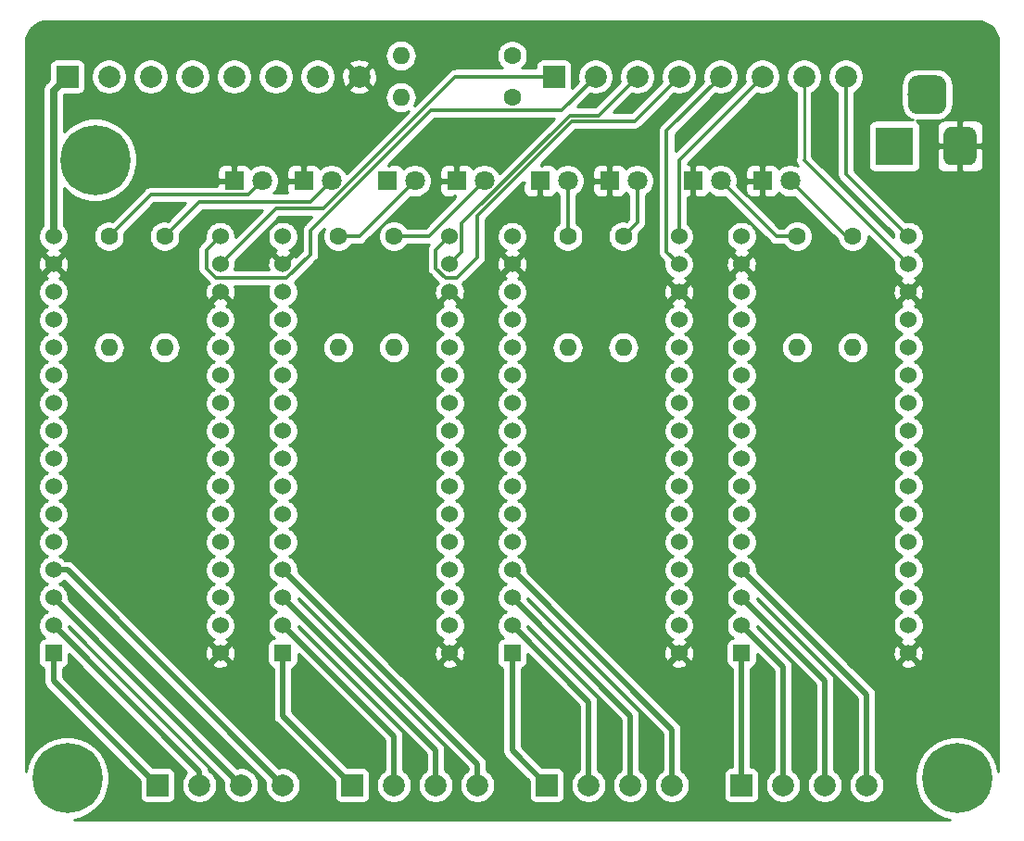
<source format=gbr>
G04 #@! TF.GenerationSoftware,KiCad,Pcbnew,(5.1.4-0-10_14)*
G04 #@! TF.CreationDate,2021-10-12T10:54:55-04:00*
G04 #@! TF.ProjectId,doublemagfixture,646f7562-6c65-46d6-9167-666978747572,rev?*
G04 #@! TF.SameCoordinates,Original*
G04 #@! TF.FileFunction,Copper,L1,Top*
G04 #@! TF.FilePolarity,Positive*
%FSLAX46Y46*%
G04 Gerber Fmt 4.6, Leading zero omitted, Abs format (unit mm)*
G04 Created by KiCad (PCBNEW (5.1.4-0-10_14)) date 2021-10-12 10:54:55*
%MOMM*%
%LPD*%
G04 APERTURE LIST*
%ADD10C,1.524000*%
%ADD11R,1.524000X1.524000*%
%ADD12C,6.400000*%
%ADD13O,1.600000X1.600000*%
%ADD14C,1.600000*%
%ADD15C,2.000000*%
%ADD16R,2.000000X2.000000*%
%ADD17R,3.500000X3.500000*%
%ADD18C,0.100000*%
%ADD19C,3.000000*%
%ADD20C,3.500000*%
%ADD21C,1.800000*%
%ADD22R,1.800000X1.800000*%
%ADD23C,0.800000*%
%ADD24C,0.300000*%
%ADD25C,0.700000*%
%ADD26C,0.250000*%
%ADD27C,0.500000*%
%ADD28C,0.254000*%
G04 APERTURE END LIST*
D10*
X81915000Y-51435000D03*
X81915000Y-53975000D03*
X81915000Y-48895000D03*
X81915000Y-41275000D03*
X81915000Y-38735000D03*
X81915000Y-36195000D03*
X81915000Y-33655000D03*
X81915000Y-31115000D03*
X81915000Y-28575000D03*
X66675000Y-26035000D03*
X66675000Y-28575000D03*
X66675000Y-36195000D03*
X66675000Y-38735000D03*
X66675000Y-41275000D03*
X66675000Y-48895000D03*
X81915000Y-59055000D03*
X81915000Y-56515000D03*
X81915000Y-46355000D03*
X81915000Y-43815000D03*
X81915000Y-26035000D03*
X81915000Y-23495000D03*
X81915000Y-20955000D03*
X66675000Y-20955000D03*
X66675000Y-23495000D03*
X66675000Y-31115000D03*
X66675000Y-33655000D03*
X66675000Y-43815000D03*
X66675000Y-46355000D03*
X66675000Y-51435000D03*
X66675000Y-53975000D03*
X66675000Y-56515000D03*
D11*
X66675000Y-59055000D03*
D10*
X60960000Y-51435000D03*
X60960000Y-53975000D03*
X60960000Y-48895000D03*
X60960000Y-41275000D03*
X60960000Y-38735000D03*
X60960000Y-36195000D03*
X60960000Y-33655000D03*
X60960000Y-31115000D03*
X60960000Y-28575000D03*
X45720000Y-26035000D03*
X45720000Y-28575000D03*
X45720000Y-36195000D03*
X45720000Y-38735000D03*
X45720000Y-41275000D03*
X45720000Y-48895000D03*
X60960000Y-59055000D03*
X60960000Y-56515000D03*
X60960000Y-46355000D03*
X60960000Y-43815000D03*
X60960000Y-26035000D03*
X60960000Y-23495000D03*
X60960000Y-20955000D03*
X45720000Y-20955000D03*
X45720000Y-23495000D03*
X45720000Y-31115000D03*
X45720000Y-33655000D03*
X45720000Y-43815000D03*
X45720000Y-46355000D03*
X45720000Y-51435000D03*
X45720000Y-53975000D03*
X45720000Y-56515000D03*
D11*
X45720000Y-59055000D03*
D10*
X40005000Y-51435000D03*
X40005000Y-53975000D03*
X40005000Y-48895000D03*
X40005000Y-41275000D03*
X40005000Y-38735000D03*
X40005000Y-36195000D03*
X40005000Y-33655000D03*
X40005000Y-31115000D03*
X40005000Y-28575000D03*
X24765000Y-26035000D03*
X24765000Y-28575000D03*
X24765000Y-36195000D03*
X24765000Y-38735000D03*
X24765000Y-41275000D03*
X24765000Y-48895000D03*
X40005000Y-59055000D03*
X40005000Y-56515000D03*
X40005000Y-46355000D03*
X40005000Y-43815000D03*
X40005000Y-26035000D03*
X40005000Y-23495000D03*
X40005000Y-20955000D03*
X24765000Y-20955000D03*
X24765000Y-23495000D03*
X24765000Y-31115000D03*
X24765000Y-33655000D03*
X24765000Y-43815000D03*
X24765000Y-46355000D03*
X24765000Y-51435000D03*
X24765000Y-53975000D03*
X24765000Y-56515000D03*
D11*
X24765000Y-59055000D03*
D10*
X19050000Y-51435000D03*
X19050000Y-53975000D03*
X19050000Y-48895000D03*
X19050000Y-41275000D03*
X19050000Y-38735000D03*
X19050000Y-36195000D03*
X19050000Y-33655000D03*
X19050000Y-31115000D03*
X19050000Y-28575000D03*
X3810000Y-26035000D03*
X3810000Y-28575000D03*
X3810000Y-36195000D03*
X3810000Y-38735000D03*
X3810000Y-41275000D03*
X3810000Y-48895000D03*
X19050000Y-59055000D03*
X19050000Y-56515000D03*
X19050000Y-46355000D03*
X19050000Y-43815000D03*
X19050000Y-26035000D03*
X19050000Y-23495000D03*
X19050000Y-20955000D03*
X3810000Y-20955000D03*
X3810000Y-23495000D03*
X3810000Y-31115000D03*
X3810000Y-33655000D03*
X3810000Y-43815000D03*
X3810000Y-46355000D03*
X3810000Y-51435000D03*
X3810000Y-53975000D03*
X3810000Y-56515000D03*
D11*
X3810000Y-59055000D03*
D12*
X86360000Y-70485000D03*
X5080000Y-70485000D03*
X7620000Y-13970000D03*
D13*
X35560000Y-8255000D03*
D14*
X45720000Y-8255000D03*
D13*
X35560000Y-4445000D03*
D14*
X45720000Y-4445000D03*
D13*
X76835000Y-31115000D03*
D14*
X76835000Y-20955000D03*
D13*
X71755000Y-31115000D03*
D14*
X71755000Y-20955000D03*
D13*
X55880000Y-31115000D03*
D14*
X55880000Y-20955000D03*
D13*
X50800000Y-31115000D03*
D14*
X50800000Y-20955000D03*
D13*
X34925000Y-31115000D03*
D14*
X34925000Y-20955000D03*
D13*
X29845000Y-31115000D03*
D14*
X29845000Y-20955000D03*
D13*
X13970000Y-31115000D03*
D14*
X13970000Y-20955000D03*
D13*
X8890000Y-31115000D03*
D14*
X8890000Y-20955000D03*
D15*
X31750000Y-6350000D03*
X27940000Y-6350000D03*
X24130000Y-6350000D03*
X20320000Y-6350000D03*
X16510000Y-6350000D03*
X12700000Y-6350000D03*
X8890000Y-6350000D03*
D16*
X5080000Y-6350000D03*
D15*
X76200000Y-6350000D03*
X72390000Y-6350000D03*
X68580000Y-6350000D03*
X64770000Y-6350000D03*
X60960000Y-6350000D03*
X57150000Y-6350000D03*
X53340000Y-6350000D03*
D16*
X49530000Y-6350000D03*
D15*
X78105000Y-71120000D03*
X74295000Y-71120000D03*
X70485000Y-71120000D03*
D16*
X66675000Y-71120000D03*
D15*
X42545000Y-71120000D03*
X38735000Y-71120000D03*
X34925000Y-71120000D03*
D16*
X31115000Y-71120000D03*
D15*
X60325000Y-71120000D03*
X56515000Y-71120000D03*
X52705000Y-71120000D03*
D16*
X48895000Y-71120000D03*
D15*
X24765000Y-71120000D03*
X20955000Y-71120000D03*
X17145000Y-71120000D03*
D16*
X13335000Y-71120000D03*
D17*
X80645000Y-12700000D03*
D18*
G36*
X87468513Y-10953611D02*
G01*
X87541318Y-10964411D01*
X87612714Y-10982295D01*
X87682013Y-11007090D01*
X87748548Y-11038559D01*
X87811678Y-11076398D01*
X87870795Y-11120242D01*
X87925330Y-11169670D01*
X87974758Y-11224205D01*
X88018602Y-11283322D01*
X88056441Y-11346452D01*
X88087910Y-11412987D01*
X88112705Y-11482286D01*
X88130589Y-11553682D01*
X88141389Y-11626487D01*
X88145000Y-11700000D01*
X88145000Y-13700000D01*
X88141389Y-13773513D01*
X88130589Y-13846318D01*
X88112705Y-13917714D01*
X88087910Y-13987013D01*
X88056441Y-14053548D01*
X88018602Y-14116678D01*
X87974758Y-14175795D01*
X87925330Y-14230330D01*
X87870795Y-14279758D01*
X87811678Y-14323602D01*
X87748548Y-14361441D01*
X87682013Y-14392910D01*
X87612714Y-14417705D01*
X87541318Y-14435589D01*
X87468513Y-14446389D01*
X87395000Y-14450000D01*
X85895000Y-14450000D01*
X85821487Y-14446389D01*
X85748682Y-14435589D01*
X85677286Y-14417705D01*
X85607987Y-14392910D01*
X85541452Y-14361441D01*
X85478322Y-14323602D01*
X85419205Y-14279758D01*
X85364670Y-14230330D01*
X85315242Y-14175795D01*
X85271398Y-14116678D01*
X85233559Y-14053548D01*
X85202090Y-13987013D01*
X85177295Y-13917714D01*
X85159411Y-13846318D01*
X85148611Y-13773513D01*
X85145000Y-13700000D01*
X85145000Y-11700000D01*
X85148611Y-11626487D01*
X85159411Y-11553682D01*
X85177295Y-11482286D01*
X85202090Y-11412987D01*
X85233559Y-11346452D01*
X85271398Y-11283322D01*
X85315242Y-11224205D01*
X85364670Y-11169670D01*
X85419205Y-11120242D01*
X85478322Y-11076398D01*
X85541452Y-11038559D01*
X85607987Y-11007090D01*
X85677286Y-10982295D01*
X85748682Y-10964411D01*
X85821487Y-10953611D01*
X85895000Y-10950000D01*
X87395000Y-10950000D01*
X87468513Y-10953611D01*
X87468513Y-10953611D01*
G37*
D19*
X86645000Y-12700000D03*
D18*
G36*
X84605765Y-6254213D02*
G01*
X84690704Y-6266813D01*
X84773999Y-6287677D01*
X84854848Y-6316605D01*
X84932472Y-6353319D01*
X85006124Y-6397464D01*
X85075094Y-6448616D01*
X85138718Y-6506282D01*
X85196384Y-6569906D01*
X85247536Y-6638876D01*
X85291681Y-6712528D01*
X85328395Y-6790152D01*
X85357323Y-6871001D01*
X85378187Y-6954296D01*
X85390787Y-7039235D01*
X85395000Y-7125000D01*
X85395000Y-8875000D01*
X85390787Y-8960765D01*
X85378187Y-9045704D01*
X85357323Y-9128999D01*
X85328395Y-9209848D01*
X85291681Y-9287472D01*
X85247536Y-9361124D01*
X85196384Y-9430094D01*
X85138718Y-9493718D01*
X85075094Y-9551384D01*
X85006124Y-9602536D01*
X84932472Y-9646681D01*
X84854848Y-9683395D01*
X84773999Y-9712323D01*
X84690704Y-9733187D01*
X84605765Y-9745787D01*
X84520000Y-9750000D01*
X82770000Y-9750000D01*
X82684235Y-9745787D01*
X82599296Y-9733187D01*
X82516001Y-9712323D01*
X82435152Y-9683395D01*
X82357528Y-9646681D01*
X82283876Y-9602536D01*
X82214906Y-9551384D01*
X82151282Y-9493718D01*
X82093616Y-9430094D01*
X82042464Y-9361124D01*
X81998319Y-9287472D01*
X81961605Y-9209848D01*
X81932677Y-9128999D01*
X81911813Y-9045704D01*
X81899213Y-8960765D01*
X81895000Y-8875000D01*
X81895000Y-7125000D01*
X81899213Y-7039235D01*
X81911813Y-6954296D01*
X81932677Y-6871001D01*
X81961605Y-6790152D01*
X81998319Y-6712528D01*
X82042464Y-6638876D01*
X82093616Y-6569906D01*
X82151282Y-6506282D01*
X82214906Y-6448616D01*
X82283876Y-6397464D01*
X82357528Y-6353319D01*
X82435152Y-6316605D01*
X82516001Y-6287677D01*
X82599296Y-6266813D01*
X82684235Y-6254213D01*
X82770000Y-6250000D01*
X84520000Y-6250000D01*
X84605765Y-6254213D01*
X84605765Y-6254213D01*
G37*
D20*
X83645000Y-8000000D03*
D21*
X71120000Y-15875000D03*
D22*
X68580000Y-15875000D03*
D21*
X57150000Y-15875000D03*
D22*
X54610000Y-15875000D03*
D21*
X64770000Y-15875000D03*
D22*
X62230000Y-15875000D03*
D21*
X50800000Y-15875000D03*
D22*
X48260000Y-15875000D03*
D21*
X43180000Y-15875000D03*
D22*
X40640000Y-15875000D03*
D21*
X29210000Y-15875000D03*
D22*
X26670000Y-15875000D03*
D21*
X36830000Y-15875000D03*
D22*
X34290000Y-15875000D03*
D21*
X22860000Y-15875000D03*
D22*
X20320000Y-15875000D03*
D23*
X27940000Y-71120000D03*
X45720000Y-71120000D03*
X63500000Y-71120000D03*
D24*
X76200000Y-15240000D02*
X81915000Y-20955000D01*
X76200000Y-6350000D02*
X76200000Y-15240000D01*
D25*
X3810000Y-7620000D02*
X3810000Y-20955000D01*
X5080000Y-6350000D02*
X3810000Y-7620000D01*
D24*
X72390000Y-13970000D02*
X81915000Y-23495000D01*
D26*
X72390000Y-6350000D02*
X72390000Y-13970000D01*
D24*
X60960000Y-13970000D02*
X60960000Y-20955000D01*
X68580000Y-6350000D02*
X60960000Y-13970000D01*
X59847999Y-22382999D02*
X60960000Y-23495000D01*
X59847999Y-11272001D02*
X59847999Y-22382999D01*
X64770000Y-6350000D02*
X59847999Y-11272001D01*
X38735000Y-22225000D02*
X40005000Y-20955000D01*
X38735000Y-23870762D02*
X38735000Y-22225000D01*
X39629238Y-24765000D02*
X38735000Y-23870762D01*
X40640000Y-24765000D02*
X39629238Y-24765000D01*
X42545000Y-19067122D02*
X42545000Y-22860000D01*
X51207101Y-10405021D02*
X42545000Y-19067122D01*
X56904979Y-10405021D02*
X51207101Y-10405021D01*
X42545000Y-22860000D02*
X40640000Y-24765000D01*
X60960000Y-6350000D02*
X56904979Y-10405021D01*
X41117001Y-22382999D02*
X40005000Y-23495000D01*
X41117001Y-19788001D02*
X41117001Y-22382999D01*
X50999991Y-9905011D02*
X41117001Y-19788001D01*
X53594989Y-9905011D02*
X50999991Y-9905011D01*
X57150000Y-6350000D02*
X53594989Y-9905011D01*
X50284999Y-9405001D02*
X53340000Y-6350000D01*
X38329997Y-9405001D02*
X50284999Y-9405001D01*
X27305000Y-20429998D02*
X38329997Y-9405001D01*
X27305000Y-22600762D02*
X27305000Y-20429998D01*
X25140762Y-24765000D02*
X27305000Y-22600762D01*
X18674238Y-24765000D02*
X25140762Y-24765000D01*
X17780000Y-22225000D02*
X17780000Y-23870762D01*
X17780000Y-23870762D02*
X18674238Y-24765000D01*
X19050000Y-20955000D02*
X17780000Y-22225000D01*
X24130000Y-18415000D02*
X19050000Y-23495000D01*
X49530000Y-6350000D02*
X40548002Y-6350000D01*
X40548002Y-6350000D02*
X28483002Y-18415000D01*
X28483002Y-18415000D02*
X24130000Y-18415000D01*
X12700000Y-17145000D02*
X21590000Y-17145000D01*
X8890000Y-20955000D02*
X12700000Y-17145000D01*
X21590000Y-17145000D02*
X22860000Y-15875000D01*
X31750000Y-20955000D02*
X36830000Y-15875000D01*
X29845000Y-20955000D02*
X31750000Y-20955000D01*
X29210000Y-15875000D02*
X27305000Y-17780000D01*
X17145000Y-17780000D02*
X13970000Y-20955000D01*
X27305000Y-17780000D02*
X17145000Y-17780000D01*
X38100000Y-20955000D02*
X43180000Y-15875000D01*
X34925000Y-20955000D02*
X38100000Y-20955000D01*
X50800000Y-20955000D02*
X50800000Y-15875000D01*
X69850000Y-20955000D02*
X71755000Y-20955000D01*
X64770000Y-15875000D02*
X69850000Y-20955000D01*
X57150000Y-19685000D02*
X55880000Y-20955000D01*
X57150000Y-15875000D02*
X57150000Y-19685000D01*
X76200000Y-20955000D02*
X76835000Y-20955000D01*
X71120000Y-15875000D02*
X76200000Y-20955000D01*
D27*
X5080000Y-51435000D02*
X24765000Y-71120000D01*
X3810000Y-51435000D02*
X5080000Y-51435000D01*
X3810000Y-53975000D02*
X20955000Y-71120000D01*
X17145000Y-69850000D02*
X17145000Y-71120000D01*
X3810000Y-56515000D02*
X17145000Y-69850000D01*
X3810000Y-61595000D02*
X13335000Y-71120000D01*
X3810000Y-59055000D02*
X3810000Y-61595000D01*
X60325000Y-66040000D02*
X60325000Y-71120000D01*
X45720000Y-51435000D02*
X60325000Y-66040000D01*
X56515000Y-64770000D02*
X56515000Y-71120000D01*
X45720000Y-53975000D02*
X56515000Y-64770000D01*
X52705000Y-63500000D02*
X52705000Y-71120000D01*
X45720000Y-56515000D02*
X52705000Y-63500000D01*
X45720000Y-67945000D02*
X48895000Y-71120000D01*
X45720000Y-59055000D02*
X45720000Y-67945000D01*
X42545000Y-69215000D02*
X42545000Y-71120000D01*
X24765000Y-51435000D02*
X42545000Y-69215000D01*
X38735000Y-67945000D02*
X38735000Y-71120000D01*
X24765000Y-53975000D02*
X38735000Y-67945000D01*
X34925000Y-66675000D02*
X34925000Y-71120000D01*
X24765000Y-56515000D02*
X34925000Y-66675000D01*
X24765000Y-64770000D02*
X31115000Y-71120000D01*
X24765000Y-59055000D02*
X24765000Y-64770000D01*
X78105000Y-62865000D02*
X78105000Y-71120000D01*
X66675000Y-51435000D02*
X78105000Y-62865000D01*
X74295000Y-61595000D02*
X74295000Y-71120000D01*
X66675000Y-53975000D02*
X74295000Y-61595000D01*
X70485000Y-60325000D02*
X70485000Y-71120000D01*
X66675000Y-56515000D02*
X70485000Y-60325000D01*
X66675000Y-59055000D02*
X66675000Y-71120000D01*
D28*
G36*
X88629545Y-1333909D02*
G01*
X88980208Y-1439780D01*
X89303625Y-1611744D01*
X89587484Y-1843254D01*
X89820965Y-2125486D01*
X89995183Y-2447695D01*
X90103502Y-2797614D01*
X90145001Y-3192452D01*
X90145000Y-69855918D01*
X90047623Y-69366372D01*
X89758533Y-68668446D01*
X89338839Y-68040330D01*
X88804670Y-67506161D01*
X88176554Y-67086467D01*
X87478628Y-66797377D01*
X86737715Y-66650000D01*
X85982285Y-66650000D01*
X85241372Y-66797377D01*
X84543446Y-67086467D01*
X83915330Y-67506161D01*
X83381161Y-68040330D01*
X82961467Y-68668446D01*
X82672377Y-69366372D01*
X82525000Y-70107285D01*
X82525000Y-70862715D01*
X82672377Y-71603628D01*
X82961467Y-72301554D01*
X83381161Y-72929670D01*
X83915330Y-73463839D01*
X84543446Y-73883533D01*
X85241372Y-74172623D01*
X85730918Y-74270000D01*
X5709082Y-74270000D01*
X6198628Y-74172623D01*
X6896554Y-73883533D01*
X7524670Y-73463839D01*
X8058839Y-72929670D01*
X8478533Y-72301554D01*
X8767623Y-71603628D01*
X8915000Y-70862715D01*
X8915000Y-70107285D01*
X8767623Y-69366372D01*
X8478533Y-68668446D01*
X8058839Y-68040330D01*
X7524670Y-67506161D01*
X6896554Y-67086467D01*
X6198628Y-66797377D01*
X5457715Y-66650000D01*
X4702285Y-66650000D01*
X3961372Y-66797377D01*
X3263446Y-67086467D01*
X2635330Y-67506161D01*
X2101161Y-68040330D01*
X1681467Y-68668446D01*
X1392377Y-69366372D01*
X1295000Y-69855918D01*
X1295000Y-58293000D01*
X2409928Y-58293000D01*
X2409928Y-59817000D01*
X2422188Y-59941482D01*
X2458498Y-60061180D01*
X2517463Y-60171494D01*
X2596815Y-60268185D01*
X2693506Y-60347537D01*
X2803820Y-60406502D01*
X2923518Y-60442812D01*
X2925001Y-60442958D01*
X2925001Y-61551521D01*
X2920719Y-61595000D01*
X2937805Y-61768490D01*
X2988412Y-61935313D01*
X3070590Y-62089059D01*
X3153468Y-62190046D01*
X3153471Y-62190049D01*
X3181184Y-62223817D01*
X3214952Y-62251530D01*
X11696928Y-70733507D01*
X11696928Y-72120000D01*
X11709188Y-72244482D01*
X11745498Y-72364180D01*
X11804463Y-72474494D01*
X11883815Y-72571185D01*
X11980506Y-72650537D01*
X12090820Y-72709502D01*
X12210518Y-72745812D01*
X12335000Y-72758072D01*
X14335000Y-72758072D01*
X14459482Y-72745812D01*
X14579180Y-72709502D01*
X14689494Y-72650537D01*
X14786185Y-72571185D01*
X14865537Y-72474494D01*
X14924502Y-72364180D01*
X14960812Y-72244482D01*
X14973072Y-72120000D01*
X14973072Y-70120000D01*
X14960812Y-69995518D01*
X14924502Y-69875820D01*
X14865537Y-69765506D01*
X14786185Y-69668815D01*
X14689494Y-69589463D01*
X14579180Y-69530498D01*
X14459482Y-69494188D01*
X14335000Y-69481928D01*
X12948507Y-69481928D01*
X4695000Y-61228422D01*
X4695000Y-60442958D01*
X4696482Y-60442812D01*
X4816180Y-60406502D01*
X4926494Y-60347537D01*
X5023185Y-60268185D01*
X5102537Y-60171494D01*
X5161502Y-60061180D01*
X5197812Y-59941482D01*
X5210072Y-59817000D01*
X5210072Y-59166650D01*
X15998091Y-69954670D01*
X15875013Y-70077748D01*
X15696082Y-70345537D01*
X15572832Y-70643088D01*
X15510000Y-70958967D01*
X15510000Y-71281033D01*
X15572832Y-71596912D01*
X15696082Y-71894463D01*
X15875013Y-72162252D01*
X16102748Y-72389987D01*
X16370537Y-72568918D01*
X16668088Y-72692168D01*
X16983967Y-72755000D01*
X17306033Y-72755000D01*
X17621912Y-72692168D01*
X17919463Y-72568918D01*
X18187252Y-72389987D01*
X18414987Y-72162252D01*
X18593918Y-71894463D01*
X18717168Y-71596912D01*
X18780000Y-71281033D01*
X18780000Y-70958967D01*
X18717168Y-70643088D01*
X18593918Y-70345537D01*
X18414987Y-70077748D01*
X18187252Y-69850013D01*
X18023507Y-69740602D01*
X18017195Y-69676510D01*
X17966589Y-69509687D01*
X17884411Y-69355941D01*
X17773817Y-69221183D01*
X17740051Y-69193472D01*
X5205701Y-56659123D01*
X5207000Y-56652592D01*
X5207000Y-56623578D01*
X19356896Y-70773475D01*
X19320000Y-70958967D01*
X19320000Y-71281033D01*
X19382832Y-71596912D01*
X19506082Y-71894463D01*
X19685013Y-72162252D01*
X19912748Y-72389987D01*
X20180537Y-72568918D01*
X20478088Y-72692168D01*
X20793967Y-72755000D01*
X21116033Y-72755000D01*
X21431912Y-72692168D01*
X21729463Y-72568918D01*
X21997252Y-72389987D01*
X22224987Y-72162252D01*
X22403918Y-71894463D01*
X22527168Y-71596912D01*
X22590000Y-71281033D01*
X22590000Y-70958967D01*
X22527168Y-70643088D01*
X22403918Y-70345537D01*
X22224987Y-70077748D01*
X21997252Y-69850013D01*
X21729463Y-69671082D01*
X21431912Y-69547832D01*
X21116033Y-69485000D01*
X20793967Y-69485000D01*
X20608475Y-69521896D01*
X5205701Y-54119123D01*
X5207000Y-54112592D01*
X5207000Y-53837408D01*
X5153314Y-53567510D01*
X5048005Y-53313273D01*
X4895120Y-53084465D01*
X4700535Y-52889880D01*
X4471727Y-52736995D01*
X4394485Y-52705000D01*
X4471727Y-52673005D01*
X4700535Y-52520120D01*
X4807038Y-52413617D01*
X23166896Y-70773475D01*
X23130000Y-70958967D01*
X23130000Y-71281033D01*
X23192832Y-71596912D01*
X23316082Y-71894463D01*
X23495013Y-72162252D01*
X23722748Y-72389987D01*
X23990537Y-72568918D01*
X24288088Y-72692168D01*
X24603967Y-72755000D01*
X24926033Y-72755000D01*
X25241912Y-72692168D01*
X25539463Y-72568918D01*
X25807252Y-72389987D01*
X26034987Y-72162252D01*
X26213918Y-71894463D01*
X26337168Y-71596912D01*
X26400000Y-71281033D01*
X26400000Y-70958967D01*
X26337168Y-70643088D01*
X26213918Y-70345537D01*
X26034987Y-70077748D01*
X25807252Y-69850013D01*
X25539463Y-69671082D01*
X25241912Y-69547832D01*
X24926033Y-69485000D01*
X24603967Y-69485000D01*
X24418475Y-69521896D01*
X14917144Y-60020565D01*
X18264040Y-60020565D01*
X18331020Y-60260656D01*
X18580048Y-60377756D01*
X18847135Y-60444023D01*
X19122017Y-60456910D01*
X19394133Y-60415922D01*
X19653023Y-60322636D01*
X19768980Y-60260656D01*
X19835960Y-60020565D01*
X19050000Y-59234605D01*
X18264040Y-60020565D01*
X14917144Y-60020565D01*
X14023596Y-59127017D01*
X17648090Y-59127017D01*
X17689078Y-59399133D01*
X17782364Y-59658023D01*
X17844344Y-59773980D01*
X18084435Y-59840960D01*
X18870395Y-59055000D01*
X19229605Y-59055000D01*
X20015565Y-59840960D01*
X20255656Y-59773980D01*
X20372756Y-59524952D01*
X20439023Y-59257865D01*
X20451910Y-58982983D01*
X20410922Y-58710867D01*
X20317636Y-58451977D01*
X20255656Y-58336020D01*
X20015565Y-58269040D01*
X19229605Y-59055000D01*
X18870395Y-59055000D01*
X18084435Y-58269040D01*
X17844344Y-58336020D01*
X17727244Y-58585048D01*
X17660977Y-58852135D01*
X17648090Y-59127017D01*
X14023596Y-59127017D01*
X5736534Y-50839956D01*
X5708817Y-50806183D01*
X5574059Y-50695589D01*
X5420313Y-50613411D01*
X5253490Y-50562805D01*
X5123477Y-50550000D01*
X5123469Y-50550000D01*
X5080000Y-50545719D01*
X5036531Y-50550000D01*
X4898818Y-50550000D01*
X4895120Y-50544465D01*
X4700535Y-50349880D01*
X4471727Y-50196995D01*
X4394485Y-50165000D01*
X4471727Y-50133005D01*
X4700535Y-49980120D01*
X4895120Y-49785535D01*
X5048005Y-49556727D01*
X5153314Y-49302490D01*
X5207000Y-49032592D01*
X5207000Y-48757408D01*
X5153314Y-48487510D01*
X5048005Y-48233273D01*
X4895120Y-48004465D01*
X4700535Y-47809880D01*
X4471727Y-47656995D01*
X4394485Y-47625000D01*
X4471727Y-47593005D01*
X4700535Y-47440120D01*
X4895120Y-47245535D01*
X5048005Y-47016727D01*
X5153314Y-46762490D01*
X5207000Y-46492592D01*
X5207000Y-46217408D01*
X5153314Y-45947510D01*
X5048005Y-45693273D01*
X4895120Y-45464465D01*
X4700535Y-45269880D01*
X4471727Y-45116995D01*
X4394485Y-45085000D01*
X4471727Y-45053005D01*
X4700535Y-44900120D01*
X4895120Y-44705535D01*
X5048005Y-44476727D01*
X5153314Y-44222490D01*
X5207000Y-43952592D01*
X5207000Y-43677408D01*
X5153314Y-43407510D01*
X5048005Y-43153273D01*
X4895120Y-42924465D01*
X4700535Y-42729880D01*
X4471727Y-42576995D01*
X4394485Y-42545000D01*
X4471727Y-42513005D01*
X4700535Y-42360120D01*
X4895120Y-42165535D01*
X5048005Y-41936727D01*
X5153314Y-41682490D01*
X5207000Y-41412592D01*
X5207000Y-41137408D01*
X5153314Y-40867510D01*
X5048005Y-40613273D01*
X4895120Y-40384465D01*
X4700535Y-40189880D01*
X4471727Y-40036995D01*
X4394485Y-40005000D01*
X4471727Y-39973005D01*
X4700535Y-39820120D01*
X4895120Y-39625535D01*
X5048005Y-39396727D01*
X5153314Y-39142490D01*
X5207000Y-38872592D01*
X5207000Y-38597408D01*
X5153314Y-38327510D01*
X5048005Y-38073273D01*
X4895120Y-37844465D01*
X4700535Y-37649880D01*
X4471727Y-37496995D01*
X4394485Y-37465000D01*
X4471727Y-37433005D01*
X4700535Y-37280120D01*
X4895120Y-37085535D01*
X5048005Y-36856727D01*
X5153314Y-36602490D01*
X5207000Y-36332592D01*
X5207000Y-36057408D01*
X5153314Y-35787510D01*
X5048005Y-35533273D01*
X4895120Y-35304465D01*
X4700535Y-35109880D01*
X4471727Y-34956995D01*
X4394485Y-34925000D01*
X4471727Y-34893005D01*
X4700535Y-34740120D01*
X4895120Y-34545535D01*
X5048005Y-34316727D01*
X5153314Y-34062490D01*
X5207000Y-33792592D01*
X5207000Y-33517408D01*
X5153314Y-33247510D01*
X5048005Y-32993273D01*
X4895120Y-32764465D01*
X4700535Y-32569880D01*
X4471727Y-32416995D01*
X4394485Y-32385000D01*
X4471727Y-32353005D01*
X4700535Y-32200120D01*
X4895120Y-32005535D01*
X5048005Y-31776727D01*
X5153314Y-31522490D01*
X5207000Y-31252592D01*
X5207000Y-31115000D01*
X7448057Y-31115000D01*
X7475764Y-31396309D01*
X7557818Y-31666808D01*
X7691068Y-31916101D01*
X7870392Y-32134608D01*
X8088899Y-32313932D01*
X8338192Y-32447182D01*
X8608691Y-32529236D01*
X8819508Y-32550000D01*
X8960492Y-32550000D01*
X9171309Y-32529236D01*
X9441808Y-32447182D01*
X9691101Y-32313932D01*
X9909608Y-32134608D01*
X10088932Y-31916101D01*
X10222182Y-31666808D01*
X10304236Y-31396309D01*
X10331943Y-31115000D01*
X12528057Y-31115000D01*
X12555764Y-31396309D01*
X12637818Y-31666808D01*
X12771068Y-31916101D01*
X12950392Y-32134608D01*
X13168899Y-32313932D01*
X13418192Y-32447182D01*
X13688691Y-32529236D01*
X13899508Y-32550000D01*
X14040492Y-32550000D01*
X14251309Y-32529236D01*
X14521808Y-32447182D01*
X14771101Y-32313932D01*
X14989608Y-32134608D01*
X15168932Y-31916101D01*
X15302182Y-31666808D01*
X15384236Y-31396309D01*
X15411943Y-31115000D01*
X15384236Y-30833691D01*
X15302182Y-30563192D01*
X15168932Y-30313899D01*
X14989608Y-30095392D01*
X14771101Y-29916068D01*
X14521808Y-29782818D01*
X14251309Y-29700764D01*
X14040492Y-29680000D01*
X13899508Y-29680000D01*
X13688691Y-29700764D01*
X13418192Y-29782818D01*
X13168899Y-29916068D01*
X12950392Y-30095392D01*
X12771068Y-30313899D01*
X12637818Y-30563192D01*
X12555764Y-30833691D01*
X12528057Y-31115000D01*
X10331943Y-31115000D01*
X10304236Y-30833691D01*
X10222182Y-30563192D01*
X10088932Y-30313899D01*
X9909608Y-30095392D01*
X9691101Y-29916068D01*
X9441808Y-29782818D01*
X9171309Y-29700764D01*
X8960492Y-29680000D01*
X8819508Y-29680000D01*
X8608691Y-29700764D01*
X8338192Y-29782818D01*
X8088899Y-29916068D01*
X7870392Y-30095392D01*
X7691068Y-30313899D01*
X7557818Y-30563192D01*
X7475764Y-30833691D01*
X7448057Y-31115000D01*
X5207000Y-31115000D01*
X5207000Y-30977408D01*
X5153314Y-30707510D01*
X5048005Y-30453273D01*
X4895120Y-30224465D01*
X4700535Y-30029880D01*
X4471727Y-29876995D01*
X4394485Y-29845000D01*
X4471727Y-29813005D01*
X4700535Y-29660120D01*
X4895120Y-29465535D01*
X5048005Y-29236727D01*
X5153314Y-28982490D01*
X5207000Y-28712592D01*
X5207000Y-28437408D01*
X17653000Y-28437408D01*
X17653000Y-28712592D01*
X17706686Y-28982490D01*
X17811995Y-29236727D01*
X17964880Y-29465535D01*
X18159465Y-29660120D01*
X18388273Y-29813005D01*
X18465515Y-29845000D01*
X18388273Y-29876995D01*
X18159465Y-30029880D01*
X17964880Y-30224465D01*
X17811995Y-30453273D01*
X17706686Y-30707510D01*
X17653000Y-30977408D01*
X17653000Y-31252592D01*
X17706686Y-31522490D01*
X17811995Y-31776727D01*
X17964880Y-32005535D01*
X18159465Y-32200120D01*
X18388273Y-32353005D01*
X18465515Y-32385000D01*
X18388273Y-32416995D01*
X18159465Y-32569880D01*
X17964880Y-32764465D01*
X17811995Y-32993273D01*
X17706686Y-33247510D01*
X17653000Y-33517408D01*
X17653000Y-33792592D01*
X17706686Y-34062490D01*
X17811995Y-34316727D01*
X17964880Y-34545535D01*
X18159465Y-34740120D01*
X18388273Y-34893005D01*
X18465515Y-34925000D01*
X18388273Y-34956995D01*
X18159465Y-35109880D01*
X17964880Y-35304465D01*
X17811995Y-35533273D01*
X17706686Y-35787510D01*
X17653000Y-36057408D01*
X17653000Y-36332592D01*
X17706686Y-36602490D01*
X17811995Y-36856727D01*
X17964880Y-37085535D01*
X18159465Y-37280120D01*
X18388273Y-37433005D01*
X18465515Y-37465000D01*
X18388273Y-37496995D01*
X18159465Y-37649880D01*
X17964880Y-37844465D01*
X17811995Y-38073273D01*
X17706686Y-38327510D01*
X17653000Y-38597408D01*
X17653000Y-38872592D01*
X17706686Y-39142490D01*
X17811995Y-39396727D01*
X17964880Y-39625535D01*
X18159465Y-39820120D01*
X18388273Y-39973005D01*
X18465515Y-40005000D01*
X18388273Y-40036995D01*
X18159465Y-40189880D01*
X17964880Y-40384465D01*
X17811995Y-40613273D01*
X17706686Y-40867510D01*
X17653000Y-41137408D01*
X17653000Y-41412592D01*
X17706686Y-41682490D01*
X17811995Y-41936727D01*
X17964880Y-42165535D01*
X18159465Y-42360120D01*
X18388273Y-42513005D01*
X18465515Y-42545000D01*
X18388273Y-42576995D01*
X18159465Y-42729880D01*
X17964880Y-42924465D01*
X17811995Y-43153273D01*
X17706686Y-43407510D01*
X17653000Y-43677408D01*
X17653000Y-43952592D01*
X17706686Y-44222490D01*
X17811995Y-44476727D01*
X17964880Y-44705535D01*
X18159465Y-44900120D01*
X18388273Y-45053005D01*
X18465515Y-45085000D01*
X18388273Y-45116995D01*
X18159465Y-45269880D01*
X17964880Y-45464465D01*
X17811995Y-45693273D01*
X17706686Y-45947510D01*
X17653000Y-46217408D01*
X17653000Y-46492592D01*
X17706686Y-46762490D01*
X17811995Y-47016727D01*
X17964880Y-47245535D01*
X18159465Y-47440120D01*
X18388273Y-47593005D01*
X18465515Y-47625000D01*
X18388273Y-47656995D01*
X18159465Y-47809880D01*
X17964880Y-48004465D01*
X17811995Y-48233273D01*
X17706686Y-48487510D01*
X17653000Y-48757408D01*
X17653000Y-49032592D01*
X17706686Y-49302490D01*
X17811995Y-49556727D01*
X17964880Y-49785535D01*
X18159465Y-49980120D01*
X18388273Y-50133005D01*
X18465515Y-50165000D01*
X18388273Y-50196995D01*
X18159465Y-50349880D01*
X17964880Y-50544465D01*
X17811995Y-50773273D01*
X17706686Y-51027510D01*
X17653000Y-51297408D01*
X17653000Y-51572592D01*
X17706686Y-51842490D01*
X17811995Y-52096727D01*
X17964880Y-52325535D01*
X18159465Y-52520120D01*
X18388273Y-52673005D01*
X18465515Y-52705000D01*
X18388273Y-52736995D01*
X18159465Y-52889880D01*
X17964880Y-53084465D01*
X17811995Y-53313273D01*
X17706686Y-53567510D01*
X17653000Y-53837408D01*
X17653000Y-54112592D01*
X17706686Y-54382490D01*
X17811995Y-54636727D01*
X17964880Y-54865535D01*
X18159465Y-55060120D01*
X18388273Y-55213005D01*
X18465515Y-55245000D01*
X18388273Y-55276995D01*
X18159465Y-55429880D01*
X17964880Y-55624465D01*
X17811995Y-55853273D01*
X17706686Y-56107510D01*
X17653000Y-56377408D01*
X17653000Y-56652592D01*
X17706686Y-56922490D01*
X17811995Y-57176727D01*
X17964880Y-57405535D01*
X18159465Y-57600120D01*
X18388273Y-57753005D01*
X18459943Y-57782692D01*
X18446977Y-57787364D01*
X18331020Y-57849344D01*
X18264040Y-58089435D01*
X19050000Y-58875395D01*
X19835960Y-58089435D01*
X19768980Y-57849344D01*
X19633240Y-57785515D01*
X19711727Y-57753005D01*
X19940535Y-57600120D01*
X20135120Y-57405535D01*
X20288005Y-57176727D01*
X20393314Y-56922490D01*
X20447000Y-56652592D01*
X20447000Y-56377408D01*
X20393314Y-56107510D01*
X20288005Y-55853273D01*
X20135120Y-55624465D01*
X19940535Y-55429880D01*
X19711727Y-55276995D01*
X19634485Y-55245000D01*
X19711727Y-55213005D01*
X19940535Y-55060120D01*
X20135120Y-54865535D01*
X20288005Y-54636727D01*
X20393314Y-54382490D01*
X20447000Y-54112592D01*
X20447000Y-53837408D01*
X20393314Y-53567510D01*
X20288005Y-53313273D01*
X20135120Y-53084465D01*
X19940535Y-52889880D01*
X19711727Y-52736995D01*
X19634485Y-52705000D01*
X19711727Y-52673005D01*
X19940535Y-52520120D01*
X20135120Y-52325535D01*
X20288005Y-52096727D01*
X20393314Y-51842490D01*
X20447000Y-51572592D01*
X20447000Y-51297408D01*
X20393314Y-51027510D01*
X20288005Y-50773273D01*
X20135120Y-50544465D01*
X19940535Y-50349880D01*
X19711727Y-50196995D01*
X19634485Y-50165000D01*
X19711727Y-50133005D01*
X19940535Y-49980120D01*
X20135120Y-49785535D01*
X20288005Y-49556727D01*
X20393314Y-49302490D01*
X20447000Y-49032592D01*
X20447000Y-48757408D01*
X20393314Y-48487510D01*
X20288005Y-48233273D01*
X20135120Y-48004465D01*
X19940535Y-47809880D01*
X19711727Y-47656995D01*
X19634485Y-47625000D01*
X19711727Y-47593005D01*
X19940535Y-47440120D01*
X20135120Y-47245535D01*
X20288005Y-47016727D01*
X20393314Y-46762490D01*
X20447000Y-46492592D01*
X20447000Y-46217408D01*
X20393314Y-45947510D01*
X20288005Y-45693273D01*
X20135120Y-45464465D01*
X19940535Y-45269880D01*
X19711727Y-45116995D01*
X19634485Y-45085000D01*
X19711727Y-45053005D01*
X19940535Y-44900120D01*
X20135120Y-44705535D01*
X20288005Y-44476727D01*
X20393314Y-44222490D01*
X20447000Y-43952592D01*
X20447000Y-43677408D01*
X20393314Y-43407510D01*
X20288005Y-43153273D01*
X20135120Y-42924465D01*
X19940535Y-42729880D01*
X19711727Y-42576995D01*
X19634485Y-42545000D01*
X19711727Y-42513005D01*
X19940535Y-42360120D01*
X20135120Y-42165535D01*
X20288005Y-41936727D01*
X20393314Y-41682490D01*
X20447000Y-41412592D01*
X20447000Y-41137408D01*
X20393314Y-40867510D01*
X20288005Y-40613273D01*
X20135120Y-40384465D01*
X19940535Y-40189880D01*
X19711727Y-40036995D01*
X19634485Y-40005000D01*
X19711727Y-39973005D01*
X19940535Y-39820120D01*
X20135120Y-39625535D01*
X20288005Y-39396727D01*
X20393314Y-39142490D01*
X20447000Y-38872592D01*
X20447000Y-38597408D01*
X20393314Y-38327510D01*
X20288005Y-38073273D01*
X20135120Y-37844465D01*
X19940535Y-37649880D01*
X19711727Y-37496995D01*
X19634485Y-37465000D01*
X19711727Y-37433005D01*
X19940535Y-37280120D01*
X20135120Y-37085535D01*
X20288005Y-36856727D01*
X20393314Y-36602490D01*
X20447000Y-36332592D01*
X20447000Y-36057408D01*
X20393314Y-35787510D01*
X20288005Y-35533273D01*
X20135120Y-35304465D01*
X19940535Y-35109880D01*
X19711727Y-34956995D01*
X19634485Y-34925000D01*
X19711727Y-34893005D01*
X19940535Y-34740120D01*
X20135120Y-34545535D01*
X20288005Y-34316727D01*
X20393314Y-34062490D01*
X20447000Y-33792592D01*
X20447000Y-33517408D01*
X20393314Y-33247510D01*
X20288005Y-32993273D01*
X20135120Y-32764465D01*
X19940535Y-32569880D01*
X19711727Y-32416995D01*
X19634485Y-32385000D01*
X19711727Y-32353005D01*
X19940535Y-32200120D01*
X20135120Y-32005535D01*
X20288005Y-31776727D01*
X20393314Y-31522490D01*
X20447000Y-31252592D01*
X20447000Y-30977408D01*
X20393314Y-30707510D01*
X20288005Y-30453273D01*
X20135120Y-30224465D01*
X19940535Y-30029880D01*
X19711727Y-29876995D01*
X19634485Y-29845000D01*
X19711727Y-29813005D01*
X19940535Y-29660120D01*
X20135120Y-29465535D01*
X20288005Y-29236727D01*
X20393314Y-28982490D01*
X20447000Y-28712592D01*
X20447000Y-28437408D01*
X20393314Y-28167510D01*
X20288005Y-27913273D01*
X20135120Y-27684465D01*
X19940535Y-27489880D01*
X19711727Y-27336995D01*
X19640057Y-27307308D01*
X19653023Y-27302636D01*
X19768980Y-27240656D01*
X19835960Y-27000565D01*
X19050000Y-26214605D01*
X18264040Y-27000565D01*
X18331020Y-27240656D01*
X18466760Y-27304485D01*
X18388273Y-27336995D01*
X18159465Y-27489880D01*
X17964880Y-27684465D01*
X17811995Y-27913273D01*
X17706686Y-28167510D01*
X17653000Y-28437408D01*
X5207000Y-28437408D01*
X5153314Y-28167510D01*
X5048005Y-27913273D01*
X4895120Y-27684465D01*
X4700535Y-27489880D01*
X4471727Y-27336995D01*
X4394485Y-27305000D01*
X4471727Y-27273005D01*
X4700535Y-27120120D01*
X4895120Y-26925535D01*
X5048005Y-26696727D01*
X5153314Y-26442490D01*
X5207000Y-26172592D01*
X5207000Y-25897408D01*
X5153314Y-25627510D01*
X5048005Y-25373273D01*
X4895120Y-25144465D01*
X4700535Y-24949880D01*
X4471727Y-24796995D01*
X4400057Y-24767308D01*
X4413023Y-24762636D01*
X4528980Y-24700656D01*
X4595960Y-24460565D01*
X3810000Y-23674605D01*
X3024040Y-24460565D01*
X3091020Y-24700656D01*
X3226760Y-24764485D01*
X3148273Y-24796995D01*
X2919465Y-24949880D01*
X2724880Y-25144465D01*
X2571995Y-25373273D01*
X2466686Y-25627510D01*
X2413000Y-25897408D01*
X2413000Y-26172592D01*
X2466686Y-26442490D01*
X2571995Y-26696727D01*
X2724880Y-26925535D01*
X2919465Y-27120120D01*
X3148273Y-27273005D01*
X3225515Y-27305000D01*
X3148273Y-27336995D01*
X2919465Y-27489880D01*
X2724880Y-27684465D01*
X2571995Y-27913273D01*
X2466686Y-28167510D01*
X2413000Y-28437408D01*
X2413000Y-28712592D01*
X2466686Y-28982490D01*
X2571995Y-29236727D01*
X2724880Y-29465535D01*
X2919465Y-29660120D01*
X3148273Y-29813005D01*
X3225515Y-29845000D01*
X3148273Y-29876995D01*
X2919465Y-30029880D01*
X2724880Y-30224465D01*
X2571995Y-30453273D01*
X2466686Y-30707510D01*
X2413000Y-30977408D01*
X2413000Y-31252592D01*
X2466686Y-31522490D01*
X2571995Y-31776727D01*
X2724880Y-32005535D01*
X2919465Y-32200120D01*
X3148273Y-32353005D01*
X3225515Y-32385000D01*
X3148273Y-32416995D01*
X2919465Y-32569880D01*
X2724880Y-32764465D01*
X2571995Y-32993273D01*
X2466686Y-33247510D01*
X2413000Y-33517408D01*
X2413000Y-33792592D01*
X2466686Y-34062490D01*
X2571995Y-34316727D01*
X2724880Y-34545535D01*
X2919465Y-34740120D01*
X3148273Y-34893005D01*
X3225515Y-34925000D01*
X3148273Y-34956995D01*
X2919465Y-35109880D01*
X2724880Y-35304465D01*
X2571995Y-35533273D01*
X2466686Y-35787510D01*
X2413000Y-36057408D01*
X2413000Y-36332592D01*
X2466686Y-36602490D01*
X2571995Y-36856727D01*
X2724880Y-37085535D01*
X2919465Y-37280120D01*
X3148273Y-37433005D01*
X3225515Y-37465000D01*
X3148273Y-37496995D01*
X2919465Y-37649880D01*
X2724880Y-37844465D01*
X2571995Y-38073273D01*
X2466686Y-38327510D01*
X2413000Y-38597408D01*
X2413000Y-38872592D01*
X2466686Y-39142490D01*
X2571995Y-39396727D01*
X2724880Y-39625535D01*
X2919465Y-39820120D01*
X3148273Y-39973005D01*
X3225515Y-40005000D01*
X3148273Y-40036995D01*
X2919465Y-40189880D01*
X2724880Y-40384465D01*
X2571995Y-40613273D01*
X2466686Y-40867510D01*
X2413000Y-41137408D01*
X2413000Y-41412592D01*
X2466686Y-41682490D01*
X2571995Y-41936727D01*
X2724880Y-42165535D01*
X2919465Y-42360120D01*
X3148273Y-42513005D01*
X3225515Y-42545000D01*
X3148273Y-42576995D01*
X2919465Y-42729880D01*
X2724880Y-42924465D01*
X2571995Y-43153273D01*
X2466686Y-43407510D01*
X2413000Y-43677408D01*
X2413000Y-43952592D01*
X2466686Y-44222490D01*
X2571995Y-44476727D01*
X2724880Y-44705535D01*
X2919465Y-44900120D01*
X3148273Y-45053005D01*
X3225515Y-45085000D01*
X3148273Y-45116995D01*
X2919465Y-45269880D01*
X2724880Y-45464465D01*
X2571995Y-45693273D01*
X2466686Y-45947510D01*
X2413000Y-46217408D01*
X2413000Y-46492592D01*
X2466686Y-46762490D01*
X2571995Y-47016727D01*
X2724880Y-47245535D01*
X2919465Y-47440120D01*
X3148273Y-47593005D01*
X3225515Y-47625000D01*
X3148273Y-47656995D01*
X2919465Y-47809880D01*
X2724880Y-48004465D01*
X2571995Y-48233273D01*
X2466686Y-48487510D01*
X2413000Y-48757408D01*
X2413000Y-49032592D01*
X2466686Y-49302490D01*
X2571995Y-49556727D01*
X2724880Y-49785535D01*
X2919465Y-49980120D01*
X3148273Y-50133005D01*
X3225515Y-50165000D01*
X3148273Y-50196995D01*
X2919465Y-50349880D01*
X2724880Y-50544465D01*
X2571995Y-50773273D01*
X2466686Y-51027510D01*
X2413000Y-51297408D01*
X2413000Y-51572592D01*
X2466686Y-51842490D01*
X2571995Y-52096727D01*
X2724880Y-52325535D01*
X2919465Y-52520120D01*
X3148273Y-52673005D01*
X3225515Y-52705000D01*
X3148273Y-52736995D01*
X2919465Y-52889880D01*
X2724880Y-53084465D01*
X2571995Y-53313273D01*
X2466686Y-53567510D01*
X2413000Y-53837408D01*
X2413000Y-54112592D01*
X2466686Y-54382490D01*
X2571995Y-54636727D01*
X2724880Y-54865535D01*
X2919465Y-55060120D01*
X3148273Y-55213005D01*
X3225515Y-55245000D01*
X3148273Y-55276995D01*
X2919465Y-55429880D01*
X2724880Y-55624465D01*
X2571995Y-55853273D01*
X2466686Y-56107510D01*
X2413000Y-56377408D01*
X2413000Y-56652592D01*
X2466686Y-56922490D01*
X2571995Y-57176727D01*
X2724880Y-57405535D01*
X2919465Y-57600120D01*
X3007465Y-57658920D01*
X2923518Y-57667188D01*
X2803820Y-57703498D01*
X2693506Y-57762463D01*
X2596815Y-57841815D01*
X2517463Y-57938506D01*
X2458498Y-58048820D01*
X2422188Y-58168518D01*
X2409928Y-58293000D01*
X1295000Y-58293000D01*
X1295000Y-23567017D01*
X2408090Y-23567017D01*
X2449078Y-23839133D01*
X2542364Y-24098023D01*
X2604344Y-24213980D01*
X2844435Y-24280960D01*
X3630395Y-23495000D01*
X3989605Y-23495000D01*
X4775565Y-24280960D01*
X5015656Y-24213980D01*
X5132756Y-23964952D01*
X5199023Y-23697865D01*
X5211910Y-23422983D01*
X5170922Y-23150867D01*
X5077636Y-22891977D01*
X5015656Y-22776020D01*
X4775565Y-22709040D01*
X3989605Y-23495000D01*
X3630395Y-23495000D01*
X2844435Y-22709040D01*
X2604344Y-22776020D01*
X2487244Y-23025048D01*
X2420977Y-23292135D01*
X2408090Y-23567017D01*
X1295000Y-23567017D01*
X1295000Y-20817408D01*
X2413000Y-20817408D01*
X2413000Y-21092592D01*
X2466686Y-21362490D01*
X2571995Y-21616727D01*
X2724880Y-21845535D01*
X2919465Y-22040120D01*
X3148273Y-22193005D01*
X3219943Y-22222692D01*
X3206977Y-22227364D01*
X3091020Y-22289344D01*
X3024040Y-22529435D01*
X3810000Y-23315395D01*
X4595960Y-22529435D01*
X4528980Y-22289344D01*
X4393240Y-22225515D01*
X4471727Y-22193005D01*
X4700535Y-22040120D01*
X4895120Y-21845535D01*
X5048005Y-21616727D01*
X5153314Y-21362490D01*
X5207000Y-21092592D01*
X5207000Y-20817408D01*
X5206256Y-20813665D01*
X7455000Y-20813665D01*
X7455000Y-21096335D01*
X7510147Y-21373574D01*
X7618320Y-21634727D01*
X7775363Y-21869759D01*
X7975241Y-22069637D01*
X8210273Y-22226680D01*
X8471426Y-22334853D01*
X8748665Y-22390000D01*
X9031335Y-22390000D01*
X9308574Y-22334853D01*
X9569727Y-22226680D01*
X9804759Y-22069637D01*
X10004637Y-21869759D01*
X10161680Y-21634727D01*
X10269853Y-21373574D01*
X10325000Y-21096335D01*
X10325000Y-20813665D01*
X10294554Y-20660603D01*
X13025157Y-17930000D01*
X15884842Y-17930000D01*
X14264396Y-19550446D01*
X14111335Y-19520000D01*
X13828665Y-19520000D01*
X13551426Y-19575147D01*
X13290273Y-19683320D01*
X13055241Y-19840363D01*
X12855363Y-20040241D01*
X12698320Y-20275273D01*
X12590147Y-20536426D01*
X12535000Y-20813665D01*
X12535000Y-21096335D01*
X12590147Y-21373574D01*
X12698320Y-21634727D01*
X12855363Y-21869759D01*
X13055241Y-22069637D01*
X13290273Y-22226680D01*
X13551426Y-22334853D01*
X13828665Y-22390000D01*
X14111335Y-22390000D01*
X14388574Y-22334853D01*
X14649727Y-22226680D01*
X14884759Y-22069637D01*
X15084637Y-21869759D01*
X15241680Y-21634727D01*
X15349853Y-21373574D01*
X15405000Y-21096335D01*
X15405000Y-20813665D01*
X15374554Y-20660604D01*
X17470158Y-18565000D01*
X22869842Y-18565000D01*
X20447000Y-20987843D01*
X20447000Y-20817408D01*
X20393314Y-20547510D01*
X20288005Y-20293273D01*
X20135120Y-20064465D01*
X19940535Y-19869880D01*
X19711727Y-19716995D01*
X19457490Y-19611686D01*
X19187592Y-19558000D01*
X18912408Y-19558000D01*
X18642510Y-19611686D01*
X18388273Y-19716995D01*
X18159465Y-19869880D01*
X17964880Y-20064465D01*
X17811995Y-20293273D01*
X17706686Y-20547510D01*
X17653000Y-20817408D01*
X17653000Y-21092592D01*
X17677762Y-21217080D01*
X17252190Y-21642653D01*
X17222236Y-21667236D01*
X17124138Y-21786768D01*
X17051246Y-21923141D01*
X17006359Y-22071114D01*
X16995000Y-22186440D01*
X16995000Y-22186447D01*
X16991203Y-22225000D01*
X16995000Y-22263553D01*
X16995001Y-23832200D01*
X16991203Y-23870762D01*
X17006359Y-24024648D01*
X17051246Y-24172621D01*
X17051247Y-24172622D01*
X17124139Y-24308995D01*
X17164690Y-24358406D01*
X17197655Y-24398574D01*
X17197659Y-24398578D01*
X17222237Y-24428526D01*
X17252185Y-24453104D01*
X18056042Y-25256961D01*
X17844344Y-25316020D01*
X17727244Y-25565048D01*
X17660977Y-25832135D01*
X17648090Y-26107017D01*
X17689078Y-26379133D01*
X17782364Y-26638023D01*
X17844344Y-26753980D01*
X18084435Y-26820960D01*
X18870395Y-26035000D01*
X18856253Y-26020858D01*
X19035858Y-25841253D01*
X19050000Y-25855395D01*
X19064143Y-25841253D01*
X19243748Y-26020858D01*
X19229605Y-26035000D01*
X20015565Y-26820960D01*
X20255656Y-26753980D01*
X20372756Y-26504952D01*
X20439023Y-26237865D01*
X20451910Y-25962983D01*
X20410922Y-25690867D01*
X20360163Y-25550000D01*
X23453792Y-25550000D01*
X23421686Y-25627510D01*
X23368000Y-25897408D01*
X23368000Y-26172592D01*
X23421686Y-26442490D01*
X23526995Y-26696727D01*
X23679880Y-26925535D01*
X23874465Y-27120120D01*
X24103273Y-27273005D01*
X24180515Y-27305000D01*
X24103273Y-27336995D01*
X23874465Y-27489880D01*
X23679880Y-27684465D01*
X23526995Y-27913273D01*
X23421686Y-28167510D01*
X23368000Y-28437408D01*
X23368000Y-28712592D01*
X23421686Y-28982490D01*
X23526995Y-29236727D01*
X23679880Y-29465535D01*
X23874465Y-29660120D01*
X24103273Y-29813005D01*
X24180515Y-29845000D01*
X24103273Y-29876995D01*
X23874465Y-30029880D01*
X23679880Y-30224465D01*
X23526995Y-30453273D01*
X23421686Y-30707510D01*
X23368000Y-30977408D01*
X23368000Y-31252592D01*
X23421686Y-31522490D01*
X23526995Y-31776727D01*
X23679880Y-32005535D01*
X23874465Y-32200120D01*
X24103273Y-32353005D01*
X24180515Y-32385000D01*
X24103273Y-32416995D01*
X23874465Y-32569880D01*
X23679880Y-32764465D01*
X23526995Y-32993273D01*
X23421686Y-33247510D01*
X23368000Y-33517408D01*
X23368000Y-33792592D01*
X23421686Y-34062490D01*
X23526995Y-34316727D01*
X23679880Y-34545535D01*
X23874465Y-34740120D01*
X24103273Y-34893005D01*
X24180515Y-34925000D01*
X24103273Y-34956995D01*
X23874465Y-35109880D01*
X23679880Y-35304465D01*
X23526995Y-35533273D01*
X23421686Y-35787510D01*
X23368000Y-36057408D01*
X23368000Y-36332592D01*
X23421686Y-36602490D01*
X23526995Y-36856727D01*
X23679880Y-37085535D01*
X23874465Y-37280120D01*
X24103273Y-37433005D01*
X24180515Y-37465000D01*
X24103273Y-37496995D01*
X23874465Y-37649880D01*
X23679880Y-37844465D01*
X23526995Y-38073273D01*
X23421686Y-38327510D01*
X23368000Y-38597408D01*
X23368000Y-38872592D01*
X23421686Y-39142490D01*
X23526995Y-39396727D01*
X23679880Y-39625535D01*
X23874465Y-39820120D01*
X24103273Y-39973005D01*
X24180515Y-40005000D01*
X24103273Y-40036995D01*
X23874465Y-40189880D01*
X23679880Y-40384465D01*
X23526995Y-40613273D01*
X23421686Y-40867510D01*
X23368000Y-41137408D01*
X23368000Y-41412592D01*
X23421686Y-41682490D01*
X23526995Y-41936727D01*
X23679880Y-42165535D01*
X23874465Y-42360120D01*
X24103273Y-42513005D01*
X24180515Y-42545000D01*
X24103273Y-42576995D01*
X23874465Y-42729880D01*
X23679880Y-42924465D01*
X23526995Y-43153273D01*
X23421686Y-43407510D01*
X23368000Y-43677408D01*
X23368000Y-43952592D01*
X23421686Y-44222490D01*
X23526995Y-44476727D01*
X23679880Y-44705535D01*
X23874465Y-44900120D01*
X24103273Y-45053005D01*
X24180515Y-45085000D01*
X24103273Y-45116995D01*
X23874465Y-45269880D01*
X23679880Y-45464465D01*
X23526995Y-45693273D01*
X23421686Y-45947510D01*
X23368000Y-46217408D01*
X23368000Y-46492592D01*
X23421686Y-46762490D01*
X23526995Y-47016727D01*
X23679880Y-47245535D01*
X23874465Y-47440120D01*
X24103273Y-47593005D01*
X24180515Y-47625000D01*
X24103273Y-47656995D01*
X23874465Y-47809880D01*
X23679880Y-48004465D01*
X23526995Y-48233273D01*
X23421686Y-48487510D01*
X23368000Y-48757408D01*
X23368000Y-49032592D01*
X23421686Y-49302490D01*
X23526995Y-49556727D01*
X23679880Y-49785535D01*
X23874465Y-49980120D01*
X24103273Y-50133005D01*
X24180515Y-50165000D01*
X24103273Y-50196995D01*
X23874465Y-50349880D01*
X23679880Y-50544465D01*
X23526995Y-50773273D01*
X23421686Y-51027510D01*
X23368000Y-51297408D01*
X23368000Y-51572592D01*
X23421686Y-51842490D01*
X23526995Y-52096727D01*
X23679880Y-52325535D01*
X23874465Y-52520120D01*
X24103273Y-52673005D01*
X24180515Y-52705000D01*
X24103273Y-52736995D01*
X23874465Y-52889880D01*
X23679880Y-53084465D01*
X23526995Y-53313273D01*
X23421686Y-53567510D01*
X23368000Y-53837408D01*
X23368000Y-54112592D01*
X23421686Y-54382490D01*
X23526995Y-54636727D01*
X23679880Y-54865535D01*
X23874465Y-55060120D01*
X24103273Y-55213005D01*
X24180515Y-55245000D01*
X24103273Y-55276995D01*
X23874465Y-55429880D01*
X23679880Y-55624465D01*
X23526995Y-55853273D01*
X23421686Y-56107510D01*
X23368000Y-56377408D01*
X23368000Y-56652592D01*
X23421686Y-56922490D01*
X23526995Y-57176727D01*
X23679880Y-57405535D01*
X23874465Y-57600120D01*
X23962465Y-57658920D01*
X23878518Y-57667188D01*
X23758820Y-57703498D01*
X23648506Y-57762463D01*
X23551815Y-57841815D01*
X23472463Y-57938506D01*
X23413498Y-58048820D01*
X23377188Y-58168518D01*
X23364928Y-58293000D01*
X23364928Y-59817000D01*
X23377188Y-59941482D01*
X23413498Y-60061180D01*
X23472463Y-60171494D01*
X23551815Y-60268185D01*
X23648506Y-60347537D01*
X23758820Y-60406502D01*
X23878518Y-60442812D01*
X23880000Y-60442958D01*
X23880001Y-64726521D01*
X23875719Y-64770000D01*
X23892805Y-64943490D01*
X23943412Y-65110313D01*
X24025590Y-65264059D01*
X24108468Y-65365046D01*
X24108471Y-65365049D01*
X24136184Y-65398817D01*
X24169952Y-65426530D01*
X29476928Y-70733507D01*
X29476928Y-72120000D01*
X29489188Y-72244482D01*
X29525498Y-72364180D01*
X29584463Y-72474494D01*
X29663815Y-72571185D01*
X29760506Y-72650537D01*
X29870820Y-72709502D01*
X29990518Y-72745812D01*
X30115000Y-72758072D01*
X32115000Y-72758072D01*
X32239482Y-72745812D01*
X32359180Y-72709502D01*
X32469494Y-72650537D01*
X32566185Y-72571185D01*
X32645537Y-72474494D01*
X32704502Y-72364180D01*
X32740812Y-72244482D01*
X32753072Y-72120000D01*
X32753072Y-70120000D01*
X32740812Y-69995518D01*
X32704502Y-69875820D01*
X32645537Y-69765506D01*
X32566185Y-69668815D01*
X32469494Y-69589463D01*
X32359180Y-69530498D01*
X32239482Y-69494188D01*
X32115000Y-69481928D01*
X30728507Y-69481928D01*
X25650000Y-64403422D01*
X25650000Y-60442958D01*
X25651482Y-60442812D01*
X25771180Y-60406502D01*
X25881494Y-60347537D01*
X25978185Y-60268185D01*
X26057537Y-60171494D01*
X26116502Y-60061180D01*
X26152812Y-59941482D01*
X26165072Y-59817000D01*
X26165072Y-59166650D01*
X34040000Y-67041579D01*
X34040001Y-69744940D01*
X33882748Y-69850013D01*
X33655013Y-70077748D01*
X33476082Y-70345537D01*
X33352832Y-70643088D01*
X33290000Y-70958967D01*
X33290000Y-71281033D01*
X33352832Y-71596912D01*
X33476082Y-71894463D01*
X33655013Y-72162252D01*
X33882748Y-72389987D01*
X34150537Y-72568918D01*
X34448088Y-72692168D01*
X34763967Y-72755000D01*
X35086033Y-72755000D01*
X35401912Y-72692168D01*
X35699463Y-72568918D01*
X35967252Y-72389987D01*
X36194987Y-72162252D01*
X36373918Y-71894463D01*
X36497168Y-71596912D01*
X36560000Y-71281033D01*
X36560000Y-70958967D01*
X36497168Y-70643088D01*
X36373918Y-70345537D01*
X36194987Y-70077748D01*
X35967252Y-69850013D01*
X35810000Y-69744941D01*
X35810000Y-66718469D01*
X35814281Y-66675000D01*
X35810000Y-66631531D01*
X35810000Y-66631523D01*
X35797195Y-66501510D01*
X35746589Y-66334687D01*
X35664411Y-66180941D01*
X35553817Y-66046183D01*
X35520051Y-66018472D01*
X26160701Y-56659123D01*
X26162000Y-56652592D01*
X26162000Y-56623578D01*
X37850000Y-68311579D01*
X37850001Y-69744940D01*
X37692748Y-69850013D01*
X37465013Y-70077748D01*
X37286082Y-70345537D01*
X37162832Y-70643088D01*
X37100000Y-70958967D01*
X37100000Y-71281033D01*
X37162832Y-71596912D01*
X37286082Y-71894463D01*
X37465013Y-72162252D01*
X37692748Y-72389987D01*
X37960537Y-72568918D01*
X38258088Y-72692168D01*
X38573967Y-72755000D01*
X38896033Y-72755000D01*
X39211912Y-72692168D01*
X39509463Y-72568918D01*
X39777252Y-72389987D01*
X40004987Y-72162252D01*
X40183918Y-71894463D01*
X40307168Y-71596912D01*
X40370000Y-71281033D01*
X40370000Y-70958967D01*
X40307168Y-70643088D01*
X40183918Y-70345537D01*
X40004987Y-70077748D01*
X39777252Y-69850013D01*
X39620000Y-69744941D01*
X39620000Y-67988465D01*
X39624281Y-67944999D01*
X39620000Y-67901533D01*
X39620000Y-67901523D01*
X39607195Y-67771510D01*
X39556589Y-67604687D01*
X39474411Y-67450941D01*
X39363817Y-67316183D01*
X39330051Y-67288472D01*
X26160701Y-54119123D01*
X26162000Y-54112592D01*
X26162000Y-54083578D01*
X41660000Y-69581579D01*
X41660000Y-69744940D01*
X41502748Y-69850013D01*
X41275013Y-70077748D01*
X41096082Y-70345537D01*
X40972832Y-70643088D01*
X40910000Y-70958967D01*
X40910000Y-71281033D01*
X40972832Y-71596912D01*
X41096082Y-71894463D01*
X41275013Y-72162252D01*
X41502748Y-72389987D01*
X41770537Y-72568918D01*
X42068088Y-72692168D01*
X42383967Y-72755000D01*
X42706033Y-72755000D01*
X43021912Y-72692168D01*
X43319463Y-72568918D01*
X43587252Y-72389987D01*
X43814987Y-72162252D01*
X43993918Y-71894463D01*
X44117168Y-71596912D01*
X44180000Y-71281033D01*
X44180000Y-70958967D01*
X44117168Y-70643088D01*
X43993918Y-70345537D01*
X43814987Y-70077748D01*
X43587252Y-69850013D01*
X43430000Y-69744941D01*
X43430000Y-69258465D01*
X43434281Y-69214999D01*
X43430000Y-69171533D01*
X43430000Y-69171523D01*
X43417195Y-69041510D01*
X43366589Y-68874687D01*
X43284411Y-68720941D01*
X43173817Y-68586183D01*
X43140051Y-68558472D01*
X34602144Y-60020565D01*
X39219040Y-60020565D01*
X39286020Y-60260656D01*
X39535048Y-60377756D01*
X39802135Y-60444023D01*
X40077017Y-60456910D01*
X40349133Y-60415922D01*
X40608023Y-60322636D01*
X40723980Y-60260656D01*
X40790960Y-60020565D01*
X40005000Y-59234605D01*
X39219040Y-60020565D01*
X34602144Y-60020565D01*
X33708596Y-59127017D01*
X38603090Y-59127017D01*
X38644078Y-59399133D01*
X38737364Y-59658023D01*
X38799344Y-59773980D01*
X39039435Y-59840960D01*
X39825395Y-59055000D01*
X40184605Y-59055000D01*
X40970565Y-59840960D01*
X41210656Y-59773980D01*
X41327756Y-59524952D01*
X41394023Y-59257865D01*
X41406910Y-58982983D01*
X41365922Y-58710867D01*
X41272636Y-58451977D01*
X41210656Y-58336020D01*
X41056451Y-58293000D01*
X44319928Y-58293000D01*
X44319928Y-59817000D01*
X44332188Y-59941482D01*
X44368498Y-60061180D01*
X44427463Y-60171494D01*
X44506815Y-60268185D01*
X44603506Y-60347537D01*
X44713820Y-60406502D01*
X44833518Y-60442812D01*
X44835000Y-60442958D01*
X44835001Y-67901521D01*
X44830719Y-67945000D01*
X44847805Y-68118490D01*
X44898412Y-68285313D01*
X44980590Y-68439059D01*
X45063468Y-68540046D01*
X45063471Y-68540049D01*
X45091184Y-68573817D01*
X45124951Y-68601529D01*
X47256928Y-70733507D01*
X47256928Y-72120000D01*
X47269188Y-72244482D01*
X47305498Y-72364180D01*
X47364463Y-72474494D01*
X47443815Y-72571185D01*
X47540506Y-72650537D01*
X47650820Y-72709502D01*
X47770518Y-72745812D01*
X47895000Y-72758072D01*
X49895000Y-72758072D01*
X50019482Y-72745812D01*
X50139180Y-72709502D01*
X50249494Y-72650537D01*
X50346185Y-72571185D01*
X50425537Y-72474494D01*
X50484502Y-72364180D01*
X50520812Y-72244482D01*
X50533072Y-72120000D01*
X50533072Y-70120000D01*
X50520812Y-69995518D01*
X50484502Y-69875820D01*
X50425537Y-69765506D01*
X50346185Y-69668815D01*
X50249494Y-69589463D01*
X50139180Y-69530498D01*
X50019482Y-69494188D01*
X49895000Y-69481928D01*
X48508507Y-69481928D01*
X46605000Y-67578422D01*
X46605000Y-60442958D01*
X46606482Y-60442812D01*
X46726180Y-60406502D01*
X46836494Y-60347537D01*
X46933185Y-60268185D01*
X47012537Y-60171494D01*
X47071502Y-60061180D01*
X47107812Y-59941482D01*
X47120072Y-59817000D01*
X47120072Y-59166650D01*
X51820000Y-63866579D01*
X51820001Y-69744940D01*
X51662748Y-69850013D01*
X51435013Y-70077748D01*
X51256082Y-70345537D01*
X51132832Y-70643088D01*
X51070000Y-70958967D01*
X51070000Y-71281033D01*
X51132832Y-71596912D01*
X51256082Y-71894463D01*
X51435013Y-72162252D01*
X51662748Y-72389987D01*
X51930537Y-72568918D01*
X52228088Y-72692168D01*
X52543967Y-72755000D01*
X52866033Y-72755000D01*
X53181912Y-72692168D01*
X53479463Y-72568918D01*
X53747252Y-72389987D01*
X53974987Y-72162252D01*
X54153918Y-71894463D01*
X54277168Y-71596912D01*
X54340000Y-71281033D01*
X54340000Y-70958967D01*
X54277168Y-70643088D01*
X54153918Y-70345537D01*
X53974987Y-70077748D01*
X53747252Y-69850013D01*
X53590000Y-69744941D01*
X53590000Y-63543469D01*
X53594281Y-63500000D01*
X53590000Y-63456531D01*
X53590000Y-63456523D01*
X53577195Y-63326510D01*
X53526589Y-63159687D01*
X53444411Y-63005941D01*
X53333817Y-62871183D01*
X53300051Y-62843472D01*
X47115701Y-56659123D01*
X47117000Y-56652592D01*
X47117000Y-56623578D01*
X55630000Y-65136579D01*
X55630001Y-69744940D01*
X55472748Y-69850013D01*
X55245013Y-70077748D01*
X55066082Y-70345537D01*
X54942832Y-70643088D01*
X54880000Y-70958967D01*
X54880000Y-71281033D01*
X54942832Y-71596912D01*
X55066082Y-71894463D01*
X55245013Y-72162252D01*
X55472748Y-72389987D01*
X55740537Y-72568918D01*
X56038088Y-72692168D01*
X56353967Y-72755000D01*
X56676033Y-72755000D01*
X56991912Y-72692168D01*
X57289463Y-72568918D01*
X57557252Y-72389987D01*
X57784987Y-72162252D01*
X57963918Y-71894463D01*
X58087168Y-71596912D01*
X58150000Y-71281033D01*
X58150000Y-70958967D01*
X58087168Y-70643088D01*
X57963918Y-70345537D01*
X57784987Y-70077748D01*
X57557252Y-69850013D01*
X57400000Y-69744941D01*
X57400000Y-64813465D01*
X57404281Y-64769999D01*
X57400000Y-64726533D01*
X57400000Y-64726523D01*
X57387195Y-64596510D01*
X57336589Y-64429687D01*
X57254411Y-64275941D01*
X57143817Y-64141183D01*
X57110051Y-64113472D01*
X47115701Y-54119123D01*
X47117000Y-54112592D01*
X47117000Y-54083578D01*
X59440000Y-66406579D01*
X59440001Y-69744940D01*
X59282748Y-69850013D01*
X59055013Y-70077748D01*
X58876082Y-70345537D01*
X58752832Y-70643088D01*
X58690000Y-70958967D01*
X58690000Y-71281033D01*
X58752832Y-71596912D01*
X58876082Y-71894463D01*
X59055013Y-72162252D01*
X59282748Y-72389987D01*
X59550537Y-72568918D01*
X59848088Y-72692168D01*
X60163967Y-72755000D01*
X60486033Y-72755000D01*
X60801912Y-72692168D01*
X61099463Y-72568918D01*
X61367252Y-72389987D01*
X61594987Y-72162252D01*
X61773918Y-71894463D01*
X61897168Y-71596912D01*
X61960000Y-71281033D01*
X61960000Y-70958967D01*
X61897168Y-70643088D01*
X61773918Y-70345537D01*
X61623219Y-70120000D01*
X65036928Y-70120000D01*
X65036928Y-72120000D01*
X65049188Y-72244482D01*
X65085498Y-72364180D01*
X65144463Y-72474494D01*
X65223815Y-72571185D01*
X65320506Y-72650537D01*
X65430820Y-72709502D01*
X65550518Y-72745812D01*
X65675000Y-72758072D01*
X67675000Y-72758072D01*
X67799482Y-72745812D01*
X67919180Y-72709502D01*
X68029494Y-72650537D01*
X68126185Y-72571185D01*
X68205537Y-72474494D01*
X68264502Y-72364180D01*
X68300812Y-72244482D01*
X68313072Y-72120000D01*
X68313072Y-70120000D01*
X68300812Y-69995518D01*
X68264502Y-69875820D01*
X68205537Y-69765506D01*
X68126185Y-69668815D01*
X68029494Y-69589463D01*
X67919180Y-69530498D01*
X67799482Y-69494188D01*
X67675000Y-69481928D01*
X67560000Y-69481928D01*
X67560000Y-60442958D01*
X67561482Y-60442812D01*
X67681180Y-60406502D01*
X67791494Y-60347537D01*
X67888185Y-60268185D01*
X67967537Y-60171494D01*
X68026502Y-60061180D01*
X68062812Y-59941482D01*
X68075072Y-59817000D01*
X68075072Y-59166651D01*
X69600000Y-60691579D01*
X69600001Y-69744940D01*
X69442748Y-69850013D01*
X69215013Y-70077748D01*
X69036082Y-70345537D01*
X68912832Y-70643088D01*
X68850000Y-70958967D01*
X68850000Y-71281033D01*
X68912832Y-71596912D01*
X69036082Y-71894463D01*
X69215013Y-72162252D01*
X69442748Y-72389987D01*
X69710537Y-72568918D01*
X70008088Y-72692168D01*
X70323967Y-72755000D01*
X70646033Y-72755000D01*
X70961912Y-72692168D01*
X71259463Y-72568918D01*
X71527252Y-72389987D01*
X71754987Y-72162252D01*
X71933918Y-71894463D01*
X72057168Y-71596912D01*
X72120000Y-71281033D01*
X72120000Y-70958967D01*
X72057168Y-70643088D01*
X71933918Y-70345537D01*
X71754987Y-70077748D01*
X71527252Y-69850013D01*
X71370000Y-69744941D01*
X71370000Y-60368469D01*
X71374281Y-60325000D01*
X71370000Y-60281531D01*
X71370000Y-60281523D01*
X71357195Y-60151510D01*
X71317473Y-60020565D01*
X71306589Y-59984686D01*
X71224411Y-59830941D01*
X71141532Y-59729953D01*
X71141530Y-59729951D01*
X71113817Y-59696183D01*
X71080050Y-59668471D01*
X68070701Y-56659123D01*
X68072000Y-56652592D01*
X68072000Y-56623578D01*
X73410000Y-61961579D01*
X73410001Y-69744940D01*
X73252748Y-69850013D01*
X73025013Y-70077748D01*
X72846082Y-70345537D01*
X72722832Y-70643088D01*
X72660000Y-70958967D01*
X72660000Y-71281033D01*
X72722832Y-71596912D01*
X72846082Y-71894463D01*
X73025013Y-72162252D01*
X73252748Y-72389987D01*
X73520537Y-72568918D01*
X73818088Y-72692168D01*
X74133967Y-72755000D01*
X74456033Y-72755000D01*
X74771912Y-72692168D01*
X75069463Y-72568918D01*
X75337252Y-72389987D01*
X75564987Y-72162252D01*
X75743918Y-71894463D01*
X75867168Y-71596912D01*
X75930000Y-71281033D01*
X75930000Y-70958967D01*
X75867168Y-70643088D01*
X75743918Y-70345537D01*
X75564987Y-70077748D01*
X75337252Y-69850013D01*
X75180000Y-69744941D01*
X75180000Y-61638465D01*
X75184281Y-61594999D01*
X75180000Y-61551533D01*
X75180000Y-61551523D01*
X75167195Y-61421510D01*
X75116589Y-61254687D01*
X75034411Y-61100941D01*
X74923817Y-60966183D01*
X74890051Y-60938472D01*
X68070701Y-54119123D01*
X68072000Y-54112592D01*
X68072000Y-54083578D01*
X77220000Y-63231579D01*
X77220001Y-69744940D01*
X77062748Y-69850013D01*
X76835013Y-70077748D01*
X76656082Y-70345537D01*
X76532832Y-70643088D01*
X76470000Y-70958967D01*
X76470000Y-71281033D01*
X76532832Y-71596912D01*
X76656082Y-71894463D01*
X76835013Y-72162252D01*
X77062748Y-72389987D01*
X77330537Y-72568918D01*
X77628088Y-72692168D01*
X77943967Y-72755000D01*
X78266033Y-72755000D01*
X78581912Y-72692168D01*
X78879463Y-72568918D01*
X79147252Y-72389987D01*
X79374987Y-72162252D01*
X79553918Y-71894463D01*
X79677168Y-71596912D01*
X79740000Y-71281033D01*
X79740000Y-70958967D01*
X79677168Y-70643088D01*
X79553918Y-70345537D01*
X79374987Y-70077748D01*
X79147252Y-69850013D01*
X78990000Y-69744941D01*
X78990000Y-62908466D01*
X78994281Y-62864999D01*
X78990000Y-62821533D01*
X78990000Y-62821523D01*
X78977195Y-62691510D01*
X78926589Y-62524687D01*
X78844411Y-62370941D01*
X78733817Y-62236183D01*
X78700051Y-62208472D01*
X76512144Y-60020565D01*
X81129040Y-60020565D01*
X81196020Y-60260656D01*
X81445048Y-60377756D01*
X81712135Y-60444023D01*
X81987017Y-60456910D01*
X82259133Y-60415922D01*
X82518023Y-60322636D01*
X82633980Y-60260656D01*
X82700960Y-60020565D01*
X81915000Y-59234605D01*
X81129040Y-60020565D01*
X76512144Y-60020565D01*
X75618596Y-59127017D01*
X80513090Y-59127017D01*
X80554078Y-59399133D01*
X80647364Y-59658023D01*
X80709344Y-59773980D01*
X80949435Y-59840960D01*
X81735395Y-59055000D01*
X82094605Y-59055000D01*
X82880565Y-59840960D01*
X83120656Y-59773980D01*
X83237756Y-59524952D01*
X83304023Y-59257865D01*
X83316910Y-58982983D01*
X83275922Y-58710867D01*
X83182636Y-58451977D01*
X83120656Y-58336020D01*
X82880565Y-58269040D01*
X82094605Y-59055000D01*
X81735395Y-59055000D01*
X80949435Y-58269040D01*
X80709344Y-58336020D01*
X80592244Y-58585048D01*
X80525977Y-58852135D01*
X80513090Y-59127017D01*
X75618596Y-59127017D01*
X68070701Y-51579123D01*
X68072000Y-51572592D01*
X68072000Y-51297408D01*
X68018314Y-51027510D01*
X67913005Y-50773273D01*
X67760120Y-50544465D01*
X67565535Y-50349880D01*
X67336727Y-50196995D01*
X67259485Y-50165000D01*
X67336727Y-50133005D01*
X67565535Y-49980120D01*
X67760120Y-49785535D01*
X67913005Y-49556727D01*
X68018314Y-49302490D01*
X68072000Y-49032592D01*
X68072000Y-48757408D01*
X68018314Y-48487510D01*
X67913005Y-48233273D01*
X67760120Y-48004465D01*
X67565535Y-47809880D01*
X67336727Y-47656995D01*
X67259485Y-47625000D01*
X67336727Y-47593005D01*
X67565535Y-47440120D01*
X67760120Y-47245535D01*
X67913005Y-47016727D01*
X68018314Y-46762490D01*
X68072000Y-46492592D01*
X68072000Y-46217408D01*
X68018314Y-45947510D01*
X67913005Y-45693273D01*
X67760120Y-45464465D01*
X67565535Y-45269880D01*
X67336727Y-45116995D01*
X67259485Y-45085000D01*
X67336727Y-45053005D01*
X67565535Y-44900120D01*
X67760120Y-44705535D01*
X67913005Y-44476727D01*
X68018314Y-44222490D01*
X68072000Y-43952592D01*
X68072000Y-43677408D01*
X68018314Y-43407510D01*
X67913005Y-43153273D01*
X67760120Y-42924465D01*
X67565535Y-42729880D01*
X67336727Y-42576995D01*
X67259485Y-42545000D01*
X67336727Y-42513005D01*
X67565535Y-42360120D01*
X67760120Y-42165535D01*
X67913005Y-41936727D01*
X68018314Y-41682490D01*
X68072000Y-41412592D01*
X68072000Y-41137408D01*
X68018314Y-40867510D01*
X67913005Y-40613273D01*
X67760120Y-40384465D01*
X67565535Y-40189880D01*
X67336727Y-40036995D01*
X67259485Y-40005000D01*
X67336727Y-39973005D01*
X67565535Y-39820120D01*
X67760120Y-39625535D01*
X67913005Y-39396727D01*
X68018314Y-39142490D01*
X68072000Y-38872592D01*
X68072000Y-38597408D01*
X68018314Y-38327510D01*
X67913005Y-38073273D01*
X67760120Y-37844465D01*
X67565535Y-37649880D01*
X67336727Y-37496995D01*
X67259485Y-37465000D01*
X67336727Y-37433005D01*
X67565535Y-37280120D01*
X67760120Y-37085535D01*
X67913005Y-36856727D01*
X68018314Y-36602490D01*
X68072000Y-36332592D01*
X68072000Y-36057408D01*
X68018314Y-35787510D01*
X67913005Y-35533273D01*
X67760120Y-35304465D01*
X67565535Y-35109880D01*
X67336727Y-34956995D01*
X67259485Y-34925000D01*
X67336727Y-34893005D01*
X67565535Y-34740120D01*
X67760120Y-34545535D01*
X67913005Y-34316727D01*
X68018314Y-34062490D01*
X68072000Y-33792592D01*
X68072000Y-33517408D01*
X68018314Y-33247510D01*
X67913005Y-32993273D01*
X67760120Y-32764465D01*
X67565535Y-32569880D01*
X67336727Y-32416995D01*
X67259485Y-32385000D01*
X67336727Y-32353005D01*
X67565535Y-32200120D01*
X67760120Y-32005535D01*
X67913005Y-31776727D01*
X68018314Y-31522490D01*
X68072000Y-31252592D01*
X68072000Y-31115000D01*
X70313057Y-31115000D01*
X70340764Y-31396309D01*
X70422818Y-31666808D01*
X70556068Y-31916101D01*
X70735392Y-32134608D01*
X70953899Y-32313932D01*
X71203192Y-32447182D01*
X71473691Y-32529236D01*
X71684508Y-32550000D01*
X71825492Y-32550000D01*
X72036309Y-32529236D01*
X72306808Y-32447182D01*
X72556101Y-32313932D01*
X72774608Y-32134608D01*
X72953932Y-31916101D01*
X73087182Y-31666808D01*
X73169236Y-31396309D01*
X73196943Y-31115000D01*
X75393057Y-31115000D01*
X75420764Y-31396309D01*
X75502818Y-31666808D01*
X75636068Y-31916101D01*
X75815392Y-32134608D01*
X76033899Y-32313932D01*
X76283192Y-32447182D01*
X76553691Y-32529236D01*
X76764508Y-32550000D01*
X76905492Y-32550000D01*
X77116309Y-32529236D01*
X77386808Y-32447182D01*
X77636101Y-32313932D01*
X77854608Y-32134608D01*
X78033932Y-31916101D01*
X78167182Y-31666808D01*
X78249236Y-31396309D01*
X78276943Y-31115000D01*
X78249236Y-30833691D01*
X78167182Y-30563192D01*
X78033932Y-30313899D01*
X77854608Y-30095392D01*
X77636101Y-29916068D01*
X77386808Y-29782818D01*
X77116309Y-29700764D01*
X76905492Y-29680000D01*
X76764508Y-29680000D01*
X76553691Y-29700764D01*
X76283192Y-29782818D01*
X76033899Y-29916068D01*
X75815392Y-30095392D01*
X75636068Y-30313899D01*
X75502818Y-30563192D01*
X75420764Y-30833691D01*
X75393057Y-31115000D01*
X73196943Y-31115000D01*
X73169236Y-30833691D01*
X73087182Y-30563192D01*
X72953932Y-30313899D01*
X72774608Y-30095392D01*
X72556101Y-29916068D01*
X72306808Y-29782818D01*
X72036309Y-29700764D01*
X71825492Y-29680000D01*
X71684508Y-29680000D01*
X71473691Y-29700764D01*
X71203192Y-29782818D01*
X70953899Y-29916068D01*
X70735392Y-30095392D01*
X70556068Y-30313899D01*
X70422818Y-30563192D01*
X70340764Y-30833691D01*
X70313057Y-31115000D01*
X68072000Y-31115000D01*
X68072000Y-30977408D01*
X68018314Y-30707510D01*
X67913005Y-30453273D01*
X67760120Y-30224465D01*
X67565535Y-30029880D01*
X67336727Y-29876995D01*
X67259485Y-29845000D01*
X67336727Y-29813005D01*
X67565535Y-29660120D01*
X67760120Y-29465535D01*
X67913005Y-29236727D01*
X68018314Y-28982490D01*
X68072000Y-28712592D01*
X68072000Y-28437408D01*
X80518000Y-28437408D01*
X80518000Y-28712592D01*
X80571686Y-28982490D01*
X80676995Y-29236727D01*
X80829880Y-29465535D01*
X81024465Y-29660120D01*
X81253273Y-29813005D01*
X81330515Y-29845000D01*
X81253273Y-29876995D01*
X81024465Y-30029880D01*
X80829880Y-30224465D01*
X80676995Y-30453273D01*
X80571686Y-30707510D01*
X80518000Y-30977408D01*
X80518000Y-31252592D01*
X80571686Y-31522490D01*
X80676995Y-31776727D01*
X80829880Y-32005535D01*
X81024465Y-32200120D01*
X81253273Y-32353005D01*
X81330515Y-32385000D01*
X81253273Y-32416995D01*
X81024465Y-32569880D01*
X80829880Y-32764465D01*
X80676995Y-32993273D01*
X80571686Y-33247510D01*
X80518000Y-33517408D01*
X80518000Y-33792592D01*
X80571686Y-34062490D01*
X80676995Y-34316727D01*
X80829880Y-34545535D01*
X81024465Y-34740120D01*
X81253273Y-34893005D01*
X81330515Y-34925000D01*
X81253273Y-34956995D01*
X81024465Y-35109880D01*
X80829880Y-35304465D01*
X80676995Y-35533273D01*
X80571686Y-35787510D01*
X80518000Y-36057408D01*
X80518000Y-36332592D01*
X80571686Y-36602490D01*
X80676995Y-36856727D01*
X80829880Y-37085535D01*
X81024465Y-37280120D01*
X81253273Y-37433005D01*
X81330515Y-37465000D01*
X81253273Y-37496995D01*
X81024465Y-37649880D01*
X80829880Y-37844465D01*
X80676995Y-38073273D01*
X80571686Y-38327510D01*
X80518000Y-38597408D01*
X80518000Y-38872592D01*
X80571686Y-39142490D01*
X80676995Y-39396727D01*
X80829880Y-39625535D01*
X81024465Y-39820120D01*
X81253273Y-39973005D01*
X81330515Y-40005000D01*
X81253273Y-40036995D01*
X81024465Y-40189880D01*
X80829880Y-40384465D01*
X80676995Y-40613273D01*
X80571686Y-40867510D01*
X80518000Y-41137408D01*
X80518000Y-41412592D01*
X80571686Y-41682490D01*
X80676995Y-41936727D01*
X80829880Y-42165535D01*
X81024465Y-42360120D01*
X81253273Y-42513005D01*
X81330515Y-42545000D01*
X81253273Y-42576995D01*
X81024465Y-42729880D01*
X80829880Y-42924465D01*
X80676995Y-43153273D01*
X80571686Y-43407510D01*
X80518000Y-43677408D01*
X80518000Y-43952592D01*
X80571686Y-44222490D01*
X80676995Y-44476727D01*
X80829880Y-44705535D01*
X81024465Y-44900120D01*
X81253273Y-45053005D01*
X81330515Y-45085000D01*
X81253273Y-45116995D01*
X81024465Y-45269880D01*
X80829880Y-45464465D01*
X80676995Y-45693273D01*
X80571686Y-45947510D01*
X80518000Y-46217408D01*
X80518000Y-46492592D01*
X80571686Y-46762490D01*
X80676995Y-47016727D01*
X80829880Y-47245535D01*
X81024465Y-47440120D01*
X81253273Y-47593005D01*
X81330515Y-47625000D01*
X81253273Y-47656995D01*
X81024465Y-47809880D01*
X80829880Y-48004465D01*
X80676995Y-48233273D01*
X80571686Y-48487510D01*
X80518000Y-48757408D01*
X80518000Y-49032592D01*
X80571686Y-49302490D01*
X80676995Y-49556727D01*
X80829880Y-49785535D01*
X81024465Y-49980120D01*
X81253273Y-50133005D01*
X81330515Y-50165000D01*
X81253273Y-50196995D01*
X81024465Y-50349880D01*
X80829880Y-50544465D01*
X80676995Y-50773273D01*
X80571686Y-51027510D01*
X80518000Y-51297408D01*
X80518000Y-51572592D01*
X80571686Y-51842490D01*
X80676995Y-52096727D01*
X80829880Y-52325535D01*
X81024465Y-52520120D01*
X81253273Y-52673005D01*
X81330515Y-52705000D01*
X81253273Y-52736995D01*
X81024465Y-52889880D01*
X80829880Y-53084465D01*
X80676995Y-53313273D01*
X80571686Y-53567510D01*
X80518000Y-53837408D01*
X80518000Y-54112592D01*
X80571686Y-54382490D01*
X80676995Y-54636727D01*
X80829880Y-54865535D01*
X81024465Y-55060120D01*
X81253273Y-55213005D01*
X81330515Y-55245000D01*
X81253273Y-55276995D01*
X81024465Y-55429880D01*
X80829880Y-55624465D01*
X80676995Y-55853273D01*
X80571686Y-56107510D01*
X80518000Y-56377408D01*
X80518000Y-56652592D01*
X80571686Y-56922490D01*
X80676995Y-57176727D01*
X80829880Y-57405535D01*
X81024465Y-57600120D01*
X81253273Y-57753005D01*
X81324943Y-57782692D01*
X81311977Y-57787364D01*
X81196020Y-57849344D01*
X81129040Y-58089435D01*
X81915000Y-58875395D01*
X82700960Y-58089435D01*
X82633980Y-57849344D01*
X82498240Y-57785515D01*
X82576727Y-57753005D01*
X82805535Y-57600120D01*
X83000120Y-57405535D01*
X83153005Y-57176727D01*
X83258314Y-56922490D01*
X83312000Y-56652592D01*
X83312000Y-56377408D01*
X83258314Y-56107510D01*
X83153005Y-55853273D01*
X83000120Y-55624465D01*
X82805535Y-55429880D01*
X82576727Y-55276995D01*
X82499485Y-55245000D01*
X82576727Y-55213005D01*
X82805535Y-55060120D01*
X83000120Y-54865535D01*
X83153005Y-54636727D01*
X83258314Y-54382490D01*
X83312000Y-54112592D01*
X83312000Y-53837408D01*
X83258314Y-53567510D01*
X83153005Y-53313273D01*
X83000120Y-53084465D01*
X82805535Y-52889880D01*
X82576727Y-52736995D01*
X82499485Y-52705000D01*
X82576727Y-52673005D01*
X82805535Y-52520120D01*
X83000120Y-52325535D01*
X83153005Y-52096727D01*
X83258314Y-51842490D01*
X83312000Y-51572592D01*
X83312000Y-51297408D01*
X83258314Y-51027510D01*
X83153005Y-50773273D01*
X83000120Y-50544465D01*
X82805535Y-50349880D01*
X82576727Y-50196995D01*
X82499485Y-50165000D01*
X82576727Y-50133005D01*
X82805535Y-49980120D01*
X83000120Y-49785535D01*
X83153005Y-49556727D01*
X83258314Y-49302490D01*
X83312000Y-49032592D01*
X83312000Y-48757408D01*
X83258314Y-48487510D01*
X83153005Y-48233273D01*
X83000120Y-48004465D01*
X82805535Y-47809880D01*
X82576727Y-47656995D01*
X82499485Y-47625000D01*
X82576727Y-47593005D01*
X82805535Y-47440120D01*
X83000120Y-47245535D01*
X83153005Y-47016727D01*
X83258314Y-46762490D01*
X83312000Y-46492592D01*
X83312000Y-46217408D01*
X83258314Y-45947510D01*
X83153005Y-45693273D01*
X83000120Y-45464465D01*
X82805535Y-45269880D01*
X82576727Y-45116995D01*
X82499485Y-45085000D01*
X82576727Y-45053005D01*
X82805535Y-44900120D01*
X83000120Y-44705535D01*
X83153005Y-44476727D01*
X83258314Y-44222490D01*
X83312000Y-43952592D01*
X83312000Y-43677408D01*
X83258314Y-43407510D01*
X83153005Y-43153273D01*
X83000120Y-42924465D01*
X82805535Y-42729880D01*
X82576727Y-42576995D01*
X82499485Y-42545000D01*
X82576727Y-42513005D01*
X82805535Y-42360120D01*
X83000120Y-42165535D01*
X83153005Y-41936727D01*
X83258314Y-41682490D01*
X83312000Y-41412592D01*
X83312000Y-41137408D01*
X83258314Y-40867510D01*
X83153005Y-40613273D01*
X83000120Y-40384465D01*
X82805535Y-40189880D01*
X82576727Y-40036995D01*
X82499485Y-40005000D01*
X82576727Y-39973005D01*
X82805535Y-39820120D01*
X83000120Y-39625535D01*
X83153005Y-39396727D01*
X83258314Y-39142490D01*
X83312000Y-38872592D01*
X83312000Y-38597408D01*
X83258314Y-38327510D01*
X83153005Y-38073273D01*
X83000120Y-37844465D01*
X82805535Y-37649880D01*
X82576727Y-37496995D01*
X82499485Y-37465000D01*
X82576727Y-37433005D01*
X82805535Y-37280120D01*
X83000120Y-37085535D01*
X83153005Y-36856727D01*
X83258314Y-36602490D01*
X83312000Y-36332592D01*
X83312000Y-36057408D01*
X83258314Y-35787510D01*
X83153005Y-35533273D01*
X83000120Y-35304465D01*
X82805535Y-35109880D01*
X82576727Y-34956995D01*
X82499485Y-34925000D01*
X82576727Y-34893005D01*
X82805535Y-34740120D01*
X83000120Y-34545535D01*
X83153005Y-34316727D01*
X83258314Y-34062490D01*
X83312000Y-33792592D01*
X83312000Y-33517408D01*
X83258314Y-33247510D01*
X83153005Y-32993273D01*
X83000120Y-32764465D01*
X82805535Y-32569880D01*
X82576727Y-32416995D01*
X82499485Y-32385000D01*
X82576727Y-32353005D01*
X82805535Y-32200120D01*
X83000120Y-32005535D01*
X83153005Y-31776727D01*
X83258314Y-31522490D01*
X83312000Y-31252592D01*
X83312000Y-30977408D01*
X83258314Y-30707510D01*
X83153005Y-30453273D01*
X83000120Y-30224465D01*
X82805535Y-30029880D01*
X82576727Y-29876995D01*
X82499485Y-29845000D01*
X82576727Y-29813005D01*
X82805535Y-29660120D01*
X83000120Y-29465535D01*
X83153005Y-29236727D01*
X83258314Y-28982490D01*
X83312000Y-28712592D01*
X83312000Y-28437408D01*
X83258314Y-28167510D01*
X83153005Y-27913273D01*
X83000120Y-27684465D01*
X82805535Y-27489880D01*
X82576727Y-27336995D01*
X82505057Y-27307308D01*
X82518023Y-27302636D01*
X82633980Y-27240656D01*
X82700960Y-27000565D01*
X81915000Y-26214605D01*
X81129040Y-27000565D01*
X81196020Y-27240656D01*
X81331760Y-27304485D01*
X81253273Y-27336995D01*
X81024465Y-27489880D01*
X80829880Y-27684465D01*
X80676995Y-27913273D01*
X80571686Y-28167510D01*
X80518000Y-28437408D01*
X68072000Y-28437408D01*
X68018314Y-28167510D01*
X67913005Y-27913273D01*
X67760120Y-27684465D01*
X67565535Y-27489880D01*
X67336727Y-27336995D01*
X67259485Y-27305000D01*
X67336727Y-27273005D01*
X67565535Y-27120120D01*
X67760120Y-26925535D01*
X67913005Y-26696727D01*
X68018314Y-26442490D01*
X68072000Y-26172592D01*
X68072000Y-26107017D01*
X80513090Y-26107017D01*
X80554078Y-26379133D01*
X80647364Y-26638023D01*
X80709344Y-26753980D01*
X80949435Y-26820960D01*
X81735395Y-26035000D01*
X82094605Y-26035000D01*
X82880565Y-26820960D01*
X83120656Y-26753980D01*
X83237756Y-26504952D01*
X83304023Y-26237865D01*
X83316910Y-25962983D01*
X83275922Y-25690867D01*
X83182636Y-25431977D01*
X83120656Y-25316020D01*
X82880565Y-25249040D01*
X82094605Y-26035000D01*
X81735395Y-26035000D01*
X80949435Y-25249040D01*
X80709344Y-25316020D01*
X80592244Y-25565048D01*
X80525977Y-25832135D01*
X80513090Y-26107017D01*
X68072000Y-26107017D01*
X68072000Y-25897408D01*
X68018314Y-25627510D01*
X67913005Y-25373273D01*
X67760120Y-25144465D01*
X67565535Y-24949880D01*
X67336727Y-24796995D01*
X67265057Y-24767308D01*
X67278023Y-24762636D01*
X67393980Y-24700656D01*
X67460960Y-24460565D01*
X66675000Y-23674605D01*
X65889040Y-24460565D01*
X65956020Y-24700656D01*
X66091760Y-24764485D01*
X66013273Y-24796995D01*
X65784465Y-24949880D01*
X65589880Y-25144465D01*
X65436995Y-25373273D01*
X65331686Y-25627510D01*
X65278000Y-25897408D01*
X65278000Y-26172592D01*
X65331686Y-26442490D01*
X65436995Y-26696727D01*
X65589880Y-26925535D01*
X65784465Y-27120120D01*
X66013273Y-27273005D01*
X66090515Y-27305000D01*
X66013273Y-27336995D01*
X65784465Y-27489880D01*
X65589880Y-27684465D01*
X65436995Y-27913273D01*
X65331686Y-28167510D01*
X65278000Y-28437408D01*
X65278000Y-28712592D01*
X65331686Y-28982490D01*
X65436995Y-29236727D01*
X65589880Y-29465535D01*
X65784465Y-29660120D01*
X66013273Y-29813005D01*
X66090515Y-29845000D01*
X66013273Y-29876995D01*
X65784465Y-30029880D01*
X65589880Y-30224465D01*
X65436995Y-30453273D01*
X65331686Y-30707510D01*
X65278000Y-30977408D01*
X65278000Y-31252592D01*
X65331686Y-31522490D01*
X65436995Y-31776727D01*
X65589880Y-32005535D01*
X65784465Y-32200120D01*
X66013273Y-32353005D01*
X66090515Y-32385000D01*
X66013273Y-32416995D01*
X65784465Y-32569880D01*
X65589880Y-32764465D01*
X65436995Y-32993273D01*
X65331686Y-33247510D01*
X65278000Y-33517408D01*
X65278000Y-33792592D01*
X65331686Y-34062490D01*
X65436995Y-34316727D01*
X65589880Y-34545535D01*
X65784465Y-34740120D01*
X66013273Y-34893005D01*
X66090515Y-34925000D01*
X66013273Y-34956995D01*
X65784465Y-35109880D01*
X65589880Y-35304465D01*
X65436995Y-35533273D01*
X65331686Y-35787510D01*
X65278000Y-36057408D01*
X65278000Y-36332592D01*
X65331686Y-36602490D01*
X65436995Y-36856727D01*
X65589880Y-37085535D01*
X65784465Y-37280120D01*
X66013273Y-37433005D01*
X66090515Y-37465000D01*
X66013273Y-37496995D01*
X65784465Y-37649880D01*
X65589880Y-37844465D01*
X65436995Y-38073273D01*
X65331686Y-38327510D01*
X65278000Y-38597408D01*
X65278000Y-38872592D01*
X65331686Y-39142490D01*
X65436995Y-39396727D01*
X65589880Y-39625535D01*
X65784465Y-39820120D01*
X66013273Y-39973005D01*
X66090515Y-40005000D01*
X66013273Y-40036995D01*
X65784465Y-40189880D01*
X65589880Y-40384465D01*
X65436995Y-40613273D01*
X65331686Y-40867510D01*
X65278000Y-41137408D01*
X65278000Y-41412592D01*
X65331686Y-41682490D01*
X65436995Y-41936727D01*
X65589880Y-42165535D01*
X65784465Y-42360120D01*
X66013273Y-42513005D01*
X66090515Y-42545000D01*
X66013273Y-42576995D01*
X65784465Y-42729880D01*
X65589880Y-42924465D01*
X65436995Y-43153273D01*
X65331686Y-43407510D01*
X65278000Y-43677408D01*
X65278000Y-43952592D01*
X65331686Y-44222490D01*
X65436995Y-44476727D01*
X65589880Y-44705535D01*
X65784465Y-44900120D01*
X66013273Y-45053005D01*
X66090515Y-45085000D01*
X66013273Y-45116995D01*
X65784465Y-45269880D01*
X65589880Y-45464465D01*
X65436995Y-45693273D01*
X65331686Y-45947510D01*
X65278000Y-46217408D01*
X65278000Y-46492592D01*
X65331686Y-46762490D01*
X65436995Y-47016727D01*
X65589880Y-47245535D01*
X65784465Y-47440120D01*
X66013273Y-47593005D01*
X66090515Y-47625000D01*
X66013273Y-47656995D01*
X65784465Y-47809880D01*
X65589880Y-48004465D01*
X65436995Y-48233273D01*
X65331686Y-48487510D01*
X65278000Y-48757408D01*
X65278000Y-49032592D01*
X65331686Y-49302490D01*
X65436995Y-49556727D01*
X65589880Y-49785535D01*
X65784465Y-49980120D01*
X66013273Y-50133005D01*
X66090515Y-50165000D01*
X66013273Y-50196995D01*
X65784465Y-50349880D01*
X65589880Y-50544465D01*
X65436995Y-50773273D01*
X65331686Y-51027510D01*
X65278000Y-51297408D01*
X65278000Y-51572592D01*
X65331686Y-51842490D01*
X65436995Y-52096727D01*
X65589880Y-52325535D01*
X65784465Y-52520120D01*
X66013273Y-52673005D01*
X66090515Y-52705000D01*
X66013273Y-52736995D01*
X65784465Y-52889880D01*
X65589880Y-53084465D01*
X65436995Y-53313273D01*
X65331686Y-53567510D01*
X65278000Y-53837408D01*
X65278000Y-54112592D01*
X65331686Y-54382490D01*
X65436995Y-54636727D01*
X65589880Y-54865535D01*
X65784465Y-55060120D01*
X66013273Y-55213005D01*
X66090515Y-55245000D01*
X66013273Y-55276995D01*
X65784465Y-55429880D01*
X65589880Y-55624465D01*
X65436995Y-55853273D01*
X65331686Y-56107510D01*
X65278000Y-56377408D01*
X65278000Y-56652592D01*
X65331686Y-56922490D01*
X65436995Y-57176727D01*
X65589880Y-57405535D01*
X65784465Y-57600120D01*
X65872465Y-57658920D01*
X65788518Y-57667188D01*
X65668820Y-57703498D01*
X65558506Y-57762463D01*
X65461815Y-57841815D01*
X65382463Y-57938506D01*
X65323498Y-58048820D01*
X65287188Y-58168518D01*
X65274928Y-58293000D01*
X65274928Y-59817000D01*
X65287188Y-59941482D01*
X65323498Y-60061180D01*
X65382463Y-60171494D01*
X65461815Y-60268185D01*
X65558506Y-60347537D01*
X65668820Y-60406502D01*
X65788518Y-60442812D01*
X65790000Y-60442958D01*
X65790001Y-69481928D01*
X65675000Y-69481928D01*
X65550518Y-69494188D01*
X65430820Y-69530498D01*
X65320506Y-69589463D01*
X65223815Y-69668815D01*
X65144463Y-69765506D01*
X65085498Y-69875820D01*
X65049188Y-69995518D01*
X65036928Y-70120000D01*
X61623219Y-70120000D01*
X61594987Y-70077748D01*
X61367252Y-69850013D01*
X61210000Y-69744941D01*
X61210000Y-66083466D01*
X61214281Y-66039999D01*
X61210000Y-65996533D01*
X61210000Y-65996523D01*
X61197195Y-65866510D01*
X61146589Y-65699687D01*
X61064411Y-65545941D01*
X60953817Y-65411183D01*
X60920051Y-65383472D01*
X55557144Y-60020565D01*
X60174040Y-60020565D01*
X60241020Y-60260656D01*
X60490048Y-60377756D01*
X60757135Y-60444023D01*
X61032017Y-60456910D01*
X61304133Y-60415922D01*
X61563023Y-60322636D01*
X61678980Y-60260656D01*
X61745960Y-60020565D01*
X60960000Y-59234605D01*
X60174040Y-60020565D01*
X55557144Y-60020565D01*
X54663596Y-59127017D01*
X59558090Y-59127017D01*
X59599078Y-59399133D01*
X59692364Y-59658023D01*
X59754344Y-59773980D01*
X59994435Y-59840960D01*
X60780395Y-59055000D01*
X61139605Y-59055000D01*
X61925565Y-59840960D01*
X62165656Y-59773980D01*
X62282756Y-59524952D01*
X62349023Y-59257865D01*
X62361910Y-58982983D01*
X62320922Y-58710867D01*
X62227636Y-58451977D01*
X62165656Y-58336020D01*
X61925565Y-58269040D01*
X61139605Y-59055000D01*
X60780395Y-59055000D01*
X59994435Y-58269040D01*
X59754344Y-58336020D01*
X59637244Y-58585048D01*
X59570977Y-58852135D01*
X59558090Y-59127017D01*
X54663596Y-59127017D01*
X47115701Y-51579123D01*
X47117000Y-51572592D01*
X47117000Y-51297408D01*
X47063314Y-51027510D01*
X46958005Y-50773273D01*
X46805120Y-50544465D01*
X46610535Y-50349880D01*
X46381727Y-50196995D01*
X46304485Y-50165000D01*
X46381727Y-50133005D01*
X46610535Y-49980120D01*
X46805120Y-49785535D01*
X46958005Y-49556727D01*
X47063314Y-49302490D01*
X47117000Y-49032592D01*
X47117000Y-48757408D01*
X47063314Y-48487510D01*
X46958005Y-48233273D01*
X46805120Y-48004465D01*
X46610535Y-47809880D01*
X46381727Y-47656995D01*
X46304485Y-47625000D01*
X46381727Y-47593005D01*
X46610535Y-47440120D01*
X46805120Y-47245535D01*
X46958005Y-47016727D01*
X47063314Y-46762490D01*
X47117000Y-46492592D01*
X47117000Y-46217408D01*
X47063314Y-45947510D01*
X46958005Y-45693273D01*
X46805120Y-45464465D01*
X46610535Y-45269880D01*
X46381727Y-45116995D01*
X46304485Y-45085000D01*
X46381727Y-45053005D01*
X46610535Y-44900120D01*
X46805120Y-44705535D01*
X46958005Y-44476727D01*
X47063314Y-44222490D01*
X47117000Y-43952592D01*
X47117000Y-43677408D01*
X47063314Y-43407510D01*
X46958005Y-43153273D01*
X46805120Y-42924465D01*
X46610535Y-42729880D01*
X46381727Y-42576995D01*
X46304485Y-42545000D01*
X46381727Y-42513005D01*
X46610535Y-42360120D01*
X46805120Y-42165535D01*
X46958005Y-41936727D01*
X47063314Y-41682490D01*
X47117000Y-41412592D01*
X47117000Y-41137408D01*
X47063314Y-40867510D01*
X46958005Y-40613273D01*
X46805120Y-40384465D01*
X46610535Y-40189880D01*
X46381727Y-40036995D01*
X46304485Y-40005000D01*
X46381727Y-39973005D01*
X46610535Y-39820120D01*
X46805120Y-39625535D01*
X46958005Y-39396727D01*
X47063314Y-39142490D01*
X47117000Y-38872592D01*
X47117000Y-38597408D01*
X47063314Y-38327510D01*
X46958005Y-38073273D01*
X46805120Y-37844465D01*
X46610535Y-37649880D01*
X46381727Y-37496995D01*
X46304485Y-37465000D01*
X46381727Y-37433005D01*
X46610535Y-37280120D01*
X46805120Y-37085535D01*
X46958005Y-36856727D01*
X47063314Y-36602490D01*
X47117000Y-36332592D01*
X47117000Y-36057408D01*
X47063314Y-35787510D01*
X46958005Y-35533273D01*
X46805120Y-35304465D01*
X46610535Y-35109880D01*
X46381727Y-34956995D01*
X46304485Y-34925000D01*
X46381727Y-34893005D01*
X46610535Y-34740120D01*
X46805120Y-34545535D01*
X46958005Y-34316727D01*
X47063314Y-34062490D01*
X47117000Y-33792592D01*
X47117000Y-33517408D01*
X47063314Y-33247510D01*
X46958005Y-32993273D01*
X46805120Y-32764465D01*
X46610535Y-32569880D01*
X46381727Y-32416995D01*
X46304485Y-32385000D01*
X46381727Y-32353005D01*
X46610535Y-32200120D01*
X46805120Y-32005535D01*
X46958005Y-31776727D01*
X47063314Y-31522490D01*
X47117000Y-31252592D01*
X47117000Y-31115000D01*
X49358057Y-31115000D01*
X49385764Y-31396309D01*
X49467818Y-31666808D01*
X49601068Y-31916101D01*
X49780392Y-32134608D01*
X49998899Y-32313932D01*
X50248192Y-32447182D01*
X50518691Y-32529236D01*
X50729508Y-32550000D01*
X50870492Y-32550000D01*
X51081309Y-32529236D01*
X51351808Y-32447182D01*
X51601101Y-32313932D01*
X51819608Y-32134608D01*
X51998932Y-31916101D01*
X52132182Y-31666808D01*
X52214236Y-31396309D01*
X52241943Y-31115000D01*
X54438057Y-31115000D01*
X54465764Y-31396309D01*
X54547818Y-31666808D01*
X54681068Y-31916101D01*
X54860392Y-32134608D01*
X55078899Y-32313932D01*
X55328192Y-32447182D01*
X55598691Y-32529236D01*
X55809508Y-32550000D01*
X55950492Y-32550000D01*
X56161309Y-32529236D01*
X56431808Y-32447182D01*
X56681101Y-32313932D01*
X56899608Y-32134608D01*
X57078932Y-31916101D01*
X57212182Y-31666808D01*
X57294236Y-31396309D01*
X57321943Y-31115000D01*
X57294236Y-30833691D01*
X57212182Y-30563192D01*
X57078932Y-30313899D01*
X56899608Y-30095392D01*
X56681101Y-29916068D01*
X56431808Y-29782818D01*
X56161309Y-29700764D01*
X55950492Y-29680000D01*
X55809508Y-29680000D01*
X55598691Y-29700764D01*
X55328192Y-29782818D01*
X55078899Y-29916068D01*
X54860392Y-30095392D01*
X54681068Y-30313899D01*
X54547818Y-30563192D01*
X54465764Y-30833691D01*
X54438057Y-31115000D01*
X52241943Y-31115000D01*
X52214236Y-30833691D01*
X52132182Y-30563192D01*
X51998932Y-30313899D01*
X51819608Y-30095392D01*
X51601101Y-29916068D01*
X51351808Y-29782818D01*
X51081309Y-29700764D01*
X50870492Y-29680000D01*
X50729508Y-29680000D01*
X50518691Y-29700764D01*
X50248192Y-29782818D01*
X49998899Y-29916068D01*
X49780392Y-30095392D01*
X49601068Y-30313899D01*
X49467818Y-30563192D01*
X49385764Y-30833691D01*
X49358057Y-31115000D01*
X47117000Y-31115000D01*
X47117000Y-30977408D01*
X47063314Y-30707510D01*
X46958005Y-30453273D01*
X46805120Y-30224465D01*
X46610535Y-30029880D01*
X46381727Y-29876995D01*
X46304485Y-29845000D01*
X46381727Y-29813005D01*
X46610535Y-29660120D01*
X46805120Y-29465535D01*
X46958005Y-29236727D01*
X47063314Y-28982490D01*
X47117000Y-28712592D01*
X47117000Y-28437408D01*
X59563000Y-28437408D01*
X59563000Y-28712592D01*
X59616686Y-28982490D01*
X59721995Y-29236727D01*
X59874880Y-29465535D01*
X60069465Y-29660120D01*
X60298273Y-29813005D01*
X60375515Y-29845000D01*
X60298273Y-29876995D01*
X60069465Y-30029880D01*
X59874880Y-30224465D01*
X59721995Y-30453273D01*
X59616686Y-30707510D01*
X59563000Y-30977408D01*
X59563000Y-31252592D01*
X59616686Y-31522490D01*
X59721995Y-31776727D01*
X59874880Y-32005535D01*
X60069465Y-32200120D01*
X60298273Y-32353005D01*
X60375515Y-32385000D01*
X60298273Y-32416995D01*
X60069465Y-32569880D01*
X59874880Y-32764465D01*
X59721995Y-32993273D01*
X59616686Y-33247510D01*
X59563000Y-33517408D01*
X59563000Y-33792592D01*
X59616686Y-34062490D01*
X59721995Y-34316727D01*
X59874880Y-34545535D01*
X60069465Y-34740120D01*
X60298273Y-34893005D01*
X60375515Y-34925000D01*
X60298273Y-34956995D01*
X60069465Y-35109880D01*
X59874880Y-35304465D01*
X59721995Y-35533273D01*
X59616686Y-35787510D01*
X59563000Y-36057408D01*
X59563000Y-36332592D01*
X59616686Y-36602490D01*
X59721995Y-36856727D01*
X59874880Y-37085535D01*
X60069465Y-37280120D01*
X60298273Y-37433005D01*
X60375515Y-37465000D01*
X60298273Y-37496995D01*
X60069465Y-37649880D01*
X59874880Y-37844465D01*
X59721995Y-38073273D01*
X59616686Y-38327510D01*
X59563000Y-38597408D01*
X59563000Y-38872592D01*
X59616686Y-39142490D01*
X59721995Y-39396727D01*
X59874880Y-39625535D01*
X60069465Y-39820120D01*
X60298273Y-39973005D01*
X60375515Y-40005000D01*
X60298273Y-40036995D01*
X60069465Y-40189880D01*
X59874880Y-40384465D01*
X59721995Y-40613273D01*
X59616686Y-40867510D01*
X59563000Y-41137408D01*
X59563000Y-41412592D01*
X59616686Y-41682490D01*
X59721995Y-41936727D01*
X59874880Y-42165535D01*
X60069465Y-42360120D01*
X60298273Y-42513005D01*
X60375515Y-42545000D01*
X60298273Y-42576995D01*
X60069465Y-42729880D01*
X59874880Y-42924465D01*
X59721995Y-43153273D01*
X59616686Y-43407510D01*
X59563000Y-43677408D01*
X59563000Y-43952592D01*
X59616686Y-44222490D01*
X59721995Y-44476727D01*
X59874880Y-44705535D01*
X60069465Y-44900120D01*
X60298273Y-45053005D01*
X60375515Y-45085000D01*
X60298273Y-45116995D01*
X60069465Y-45269880D01*
X59874880Y-45464465D01*
X59721995Y-45693273D01*
X59616686Y-45947510D01*
X59563000Y-46217408D01*
X59563000Y-46492592D01*
X59616686Y-46762490D01*
X59721995Y-47016727D01*
X59874880Y-47245535D01*
X60069465Y-47440120D01*
X60298273Y-47593005D01*
X60375515Y-47625000D01*
X60298273Y-47656995D01*
X60069465Y-47809880D01*
X59874880Y-48004465D01*
X59721995Y-48233273D01*
X59616686Y-48487510D01*
X59563000Y-48757408D01*
X59563000Y-49032592D01*
X59616686Y-49302490D01*
X59721995Y-49556727D01*
X59874880Y-49785535D01*
X60069465Y-49980120D01*
X60298273Y-50133005D01*
X60375515Y-50165000D01*
X60298273Y-50196995D01*
X60069465Y-50349880D01*
X59874880Y-50544465D01*
X59721995Y-50773273D01*
X59616686Y-51027510D01*
X59563000Y-51297408D01*
X59563000Y-51572592D01*
X59616686Y-51842490D01*
X59721995Y-52096727D01*
X59874880Y-52325535D01*
X60069465Y-52520120D01*
X60298273Y-52673005D01*
X60375515Y-52705000D01*
X60298273Y-52736995D01*
X60069465Y-52889880D01*
X59874880Y-53084465D01*
X59721995Y-53313273D01*
X59616686Y-53567510D01*
X59563000Y-53837408D01*
X59563000Y-54112592D01*
X59616686Y-54382490D01*
X59721995Y-54636727D01*
X59874880Y-54865535D01*
X60069465Y-55060120D01*
X60298273Y-55213005D01*
X60375515Y-55245000D01*
X60298273Y-55276995D01*
X60069465Y-55429880D01*
X59874880Y-55624465D01*
X59721995Y-55853273D01*
X59616686Y-56107510D01*
X59563000Y-56377408D01*
X59563000Y-56652592D01*
X59616686Y-56922490D01*
X59721995Y-57176727D01*
X59874880Y-57405535D01*
X60069465Y-57600120D01*
X60298273Y-57753005D01*
X60369943Y-57782692D01*
X60356977Y-57787364D01*
X60241020Y-57849344D01*
X60174040Y-58089435D01*
X60960000Y-58875395D01*
X61745960Y-58089435D01*
X61678980Y-57849344D01*
X61543240Y-57785515D01*
X61621727Y-57753005D01*
X61850535Y-57600120D01*
X62045120Y-57405535D01*
X62198005Y-57176727D01*
X62303314Y-56922490D01*
X62357000Y-56652592D01*
X62357000Y-56377408D01*
X62303314Y-56107510D01*
X62198005Y-55853273D01*
X62045120Y-55624465D01*
X61850535Y-55429880D01*
X61621727Y-55276995D01*
X61544485Y-55245000D01*
X61621727Y-55213005D01*
X61850535Y-55060120D01*
X62045120Y-54865535D01*
X62198005Y-54636727D01*
X62303314Y-54382490D01*
X62357000Y-54112592D01*
X62357000Y-53837408D01*
X62303314Y-53567510D01*
X62198005Y-53313273D01*
X62045120Y-53084465D01*
X61850535Y-52889880D01*
X61621727Y-52736995D01*
X61544485Y-52705000D01*
X61621727Y-52673005D01*
X61850535Y-52520120D01*
X62045120Y-52325535D01*
X62198005Y-52096727D01*
X62303314Y-51842490D01*
X62357000Y-51572592D01*
X62357000Y-51297408D01*
X62303314Y-51027510D01*
X62198005Y-50773273D01*
X62045120Y-50544465D01*
X61850535Y-50349880D01*
X61621727Y-50196995D01*
X61544485Y-50165000D01*
X61621727Y-50133005D01*
X61850535Y-49980120D01*
X62045120Y-49785535D01*
X62198005Y-49556727D01*
X62303314Y-49302490D01*
X62357000Y-49032592D01*
X62357000Y-48757408D01*
X62303314Y-48487510D01*
X62198005Y-48233273D01*
X62045120Y-48004465D01*
X61850535Y-47809880D01*
X61621727Y-47656995D01*
X61544485Y-47625000D01*
X61621727Y-47593005D01*
X61850535Y-47440120D01*
X62045120Y-47245535D01*
X62198005Y-47016727D01*
X62303314Y-46762490D01*
X62357000Y-46492592D01*
X62357000Y-46217408D01*
X62303314Y-45947510D01*
X62198005Y-45693273D01*
X62045120Y-45464465D01*
X61850535Y-45269880D01*
X61621727Y-45116995D01*
X61544485Y-45085000D01*
X61621727Y-45053005D01*
X61850535Y-44900120D01*
X62045120Y-44705535D01*
X62198005Y-44476727D01*
X62303314Y-44222490D01*
X62357000Y-43952592D01*
X62357000Y-43677408D01*
X62303314Y-43407510D01*
X62198005Y-43153273D01*
X62045120Y-42924465D01*
X61850535Y-42729880D01*
X61621727Y-42576995D01*
X61544485Y-42545000D01*
X61621727Y-42513005D01*
X61850535Y-42360120D01*
X62045120Y-42165535D01*
X62198005Y-41936727D01*
X62303314Y-41682490D01*
X62357000Y-41412592D01*
X62357000Y-41137408D01*
X62303314Y-40867510D01*
X62198005Y-40613273D01*
X62045120Y-40384465D01*
X61850535Y-40189880D01*
X61621727Y-40036995D01*
X61544485Y-40005000D01*
X61621727Y-39973005D01*
X61850535Y-39820120D01*
X62045120Y-39625535D01*
X62198005Y-39396727D01*
X62303314Y-39142490D01*
X62357000Y-38872592D01*
X62357000Y-38597408D01*
X62303314Y-38327510D01*
X62198005Y-38073273D01*
X62045120Y-37844465D01*
X61850535Y-37649880D01*
X61621727Y-37496995D01*
X61544485Y-37465000D01*
X61621727Y-37433005D01*
X61850535Y-37280120D01*
X62045120Y-37085535D01*
X62198005Y-36856727D01*
X62303314Y-36602490D01*
X62357000Y-36332592D01*
X62357000Y-36057408D01*
X62303314Y-35787510D01*
X62198005Y-35533273D01*
X62045120Y-35304465D01*
X61850535Y-35109880D01*
X61621727Y-34956995D01*
X61544485Y-34925000D01*
X61621727Y-34893005D01*
X61850535Y-34740120D01*
X62045120Y-34545535D01*
X62198005Y-34316727D01*
X62303314Y-34062490D01*
X62357000Y-33792592D01*
X62357000Y-33517408D01*
X62303314Y-33247510D01*
X62198005Y-32993273D01*
X62045120Y-32764465D01*
X61850535Y-32569880D01*
X61621727Y-32416995D01*
X61544485Y-32385000D01*
X61621727Y-32353005D01*
X61850535Y-32200120D01*
X62045120Y-32005535D01*
X62198005Y-31776727D01*
X62303314Y-31522490D01*
X62357000Y-31252592D01*
X62357000Y-30977408D01*
X62303314Y-30707510D01*
X62198005Y-30453273D01*
X62045120Y-30224465D01*
X61850535Y-30029880D01*
X61621727Y-29876995D01*
X61544485Y-29845000D01*
X61621727Y-29813005D01*
X61850535Y-29660120D01*
X62045120Y-29465535D01*
X62198005Y-29236727D01*
X62303314Y-28982490D01*
X62357000Y-28712592D01*
X62357000Y-28437408D01*
X62303314Y-28167510D01*
X62198005Y-27913273D01*
X62045120Y-27684465D01*
X61850535Y-27489880D01*
X61621727Y-27336995D01*
X61550057Y-27307308D01*
X61563023Y-27302636D01*
X61678980Y-27240656D01*
X61745960Y-27000565D01*
X60960000Y-26214605D01*
X60174040Y-27000565D01*
X60241020Y-27240656D01*
X60376760Y-27304485D01*
X60298273Y-27336995D01*
X60069465Y-27489880D01*
X59874880Y-27684465D01*
X59721995Y-27913273D01*
X59616686Y-28167510D01*
X59563000Y-28437408D01*
X47117000Y-28437408D01*
X47063314Y-28167510D01*
X46958005Y-27913273D01*
X46805120Y-27684465D01*
X46610535Y-27489880D01*
X46381727Y-27336995D01*
X46304485Y-27305000D01*
X46381727Y-27273005D01*
X46610535Y-27120120D01*
X46805120Y-26925535D01*
X46958005Y-26696727D01*
X47063314Y-26442490D01*
X47117000Y-26172592D01*
X47117000Y-26107017D01*
X59558090Y-26107017D01*
X59599078Y-26379133D01*
X59692364Y-26638023D01*
X59754344Y-26753980D01*
X59994435Y-26820960D01*
X60780395Y-26035000D01*
X61139605Y-26035000D01*
X61925565Y-26820960D01*
X62165656Y-26753980D01*
X62282756Y-26504952D01*
X62349023Y-26237865D01*
X62361910Y-25962983D01*
X62320922Y-25690867D01*
X62227636Y-25431977D01*
X62165656Y-25316020D01*
X61925565Y-25249040D01*
X61139605Y-26035000D01*
X60780395Y-26035000D01*
X59994435Y-25249040D01*
X59754344Y-25316020D01*
X59637244Y-25565048D01*
X59570977Y-25832135D01*
X59558090Y-26107017D01*
X47117000Y-26107017D01*
X47117000Y-25897408D01*
X47063314Y-25627510D01*
X46958005Y-25373273D01*
X46805120Y-25144465D01*
X46610535Y-24949880D01*
X46381727Y-24796995D01*
X46310057Y-24767308D01*
X46323023Y-24762636D01*
X46438980Y-24700656D01*
X46505960Y-24460565D01*
X45720000Y-23674605D01*
X44934040Y-24460565D01*
X45001020Y-24700656D01*
X45136760Y-24764485D01*
X45058273Y-24796995D01*
X44829465Y-24949880D01*
X44634880Y-25144465D01*
X44481995Y-25373273D01*
X44376686Y-25627510D01*
X44323000Y-25897408D01*
X44323000Y-26172592D01*
X44376686Y-26442490D01*
X44481995Y-26696727D01*
X44634880Y-26925535D01*
X44829465Y-27120120D01*
X45058273Y-27273005D01*
X45135515Y-27305000D01*
X45058273Y-27336995D01*
X44829465Y-27489880D01*
X44634880Y-27684465D01*
X44481995Y-27913273D01*
X44376686Y-28167510D01*
X44323000Y-28437408D01*
X44323000Y-28712592D01*
X44376686Y-28982490D01*
X44481995Y-29236727D01*
X44634880Y-29465535D01*
X44829465Y-29660120D01*
X45058273Y-29813005D01*
X45135515Y-29845000D01*
X45058273Y-29876995D01*
X44829465Y-30029880D01*
X44634880Y-30224465D01*
X44481995Y-30453273D01*
X44376686Y-30707510D01*
X44323000Y-30977408D01*
X44323000Y-31252592D01*
X44376686Y-31522490D01*
X44481995Y-31776727D01*
X44634880Y-32005535D01*
X44829465Y-32200120D01*
X45058273Y-32353005D01*
X45135515Y-32385000D01*
X45058273Y-32416995D01*
X44829465Y-32569880D01*
X44634880Y-32764465D01*
X44481995Y-32993273D01*
X44376686Y-33247510D01*
X44323000Y-33517408D01*
X44323000Y-33792592D01*
X44376686Y-34062490D01*
X44481995Y-34316727D01*
X44634880Y-34545535D01*
X44829465Y-34740120D01*
X45058273Y-34893005D01*
X45135515Y-34925000D01*
X45058273Y-34956995D01*
X44829465Y-35109880D01*
X44634880Y-35304465D01*
X44481995Y-35533273D01*
X44376686Y-35787510D01*
X44323000Y-36057408D01*
X44323000Y-36332592D01*
X44376686Y-36602490D01*
X44481995Y-36856727D01*
X44634880Y-37085535D01*
X44829465Y-37280120D01*
X45058273Y-37433005D01*
X45135515Y-37465000D01*
X45058273Y-37496995D01*
X44829465Y-37649880D01*
X44634880Y-37844465D01*
X44481995Y-38073273D01*
X44376686Y-38327510D01*
X44323000Y-38597408D01*
X44323000Y-38872592D01*
X44376686Y-39142490D01*
X44481995Y-39396727D01*
X44634880Y-39625535D01*
X44829465Y-39820120D01*
X45058273Y-39973005D01*
X45135515Y-40005000D01*
X45058273Y-40036995D01*
X44829465Y-40189880D01*
X44634880Y-40384465D01*
X44481995Y-40613273D01*
X44376686Y-40867510D01*
X44323000Y-41137408D01*
X44323000Y-41412592D01*
X44376686Y-41682490D01*
X44481995Y-41936727D01*
X44634880Y-42165535D01*
X44829465Y-42360120D01*
X45058273Y-42513005D01*
X45135515Y-42545000D01*
X45058273Y-42576995D01*
X44829465Y-42729880D01*
X44634880Y-42924465D01*
X44481995Y-43153273D01*
X44376686Y-43407510D01*
X44323000Y-43677408D01*
X44323000Y-43952592D01*
X44376686Y-44222490D01*
X44481995Y-44476727D01*
X44634880Y-44705535D01*
X44829465Y-44900120D01*
X45058273Y-45053005D01*
X45135515Y-45085000D01*
X45058273Y-45116995D01*
X44829465Y-45269880D01*
X44634880Y-45464465D01*
X44481995Y-45693273D01*
X44376686Y-45947510D01*
X44323000Y-46217408D01*
X44323000Y-46492592D01*
X44376686Y-46762490D01*
X44481995Y-47016727D01*
X44634880Y-47245535D01*
X44829465Y-47440120D01*
X45058273Y-47593005D01*
X45135515Y-47625000D01*
X45058273Y-47656995D01*
X44829465Y-47809880D01*
X44634880Y-48004465D01*
X44481995Y-48233273D01*
X44376686Y-48487510D01*
X44323000Y-48757408D01*
X44323000Y-49032592D01*
X44376686Y-49302490D01*
X44481995Y-49556727D01*
X44634880Y-49785535D01*
X44829465Y-49980120D01*
X45058273Y-50133005D01*
X45135515Y-50165000D01*
X45058273Y-50196995D01*
X44829465Y-50349880D01*
X44634880Y-50544465D01*
X44481995Y-50773273D01*
X44376686Y-51027510D01*
X44323000Y-51297408D01*
X44323000Y-51572592D01*
X44376686Y-51842490D01*
X44481995Y-52096727D01*
X44634880Y-52325535D01*
X44829465Y-52520120D01*
X45058273Y-52673005D01*
X45135515Y-52705000D01*
X45058273Y-52736995D01*
X44829465Y-52889880D01*
X44634880Y-53084465D01*
X44481995Y-53313273D01*
X44376686Y-53567510D01*
X44323000Y-53837408D01*
X44323000Y-54112592D01*
X44376686Y-54382490D01*
X44481995Y-54636727D01*
X44634880Y-54865535D01*
X44829465Y-55060120D01*
X45058273Y-55213005D01*
X45135515Y-55245000D01*
X45058273Y-55276995D01*
X44829465Y-55429880D01*
X44634880Y-55624465D01*
X44481995Y-55853273D01*
X44376686Y-56107510D01*
X44323000Y-56377408D01*
X44323000Y-56652592D01*
X44376686Y-56922490D01*
X44481995Y-57176727D01*
X44634880Y-57405535D01*
X44829465Y-57600120D01*
X44917465Y-57658920D01*
X44833518Y-57667188D01*
X44713820Y-57703498D01*
X44603506Y-57762463D01*
X44506815Y-57841815D01*
X44427463Y-57938506D01*
X44368498Y-58048820D01*
X44332188Y-58168518D01*
X44319928Y-58293000D01*
X41056451Y-58293000D01*
X40970565Y-58269040D01*
X40184605Y-59055000D01*
X39825395Y-59055000D01*
X39039435Y-58269040D01*
X38799344Y-58336020D01*
X38682244Y-58585048D01*
X38615977Y-58852135D01*
X38603090Y-59127017D01*
X33708596Y-59127017D01*
X26160701Y-51579123D01*
X26162000Y-51572592D01*
X26162000Y-51297408D01*
X26108314Y-51027510D01*
X26003005Y-50773273D01*
X25850120Y-50544465D01*
X25655535Y-50349880D01*
X25426727Y-50196995D01*
X25349485Y-50165000D01*
X25426727Y-50133005D01*
X25655535Y-49980120D01*
X25850120Y-49785535D01*
X26003005Y-49556727D01*
X26108314Y-49302490D01*
X26162000Y-49032592D01*
X26162000Y-48757408D01*
X26108314Y-48487510D01*
X26003005Y-48233273D01*
X25850120Y-48004465D01*
X25655535Y-47809880D01*
X25426727Y-47656995D01*
X25349485Y-47625000D01*
X25426727Y-47593005D01*
X25655535Y-47440120D01*
X25850120Y-47245535D01*
X26003005Y-47016727D01*
X26108314Y-46762490D01*
X26162000Y-46492592D01*
X26162000Y-46217408D01*
X26108314Y-45947510D01*
X26003005Y-45693273D01*
X25850120Y-45464465D01*
X25655535Y-45269880D01*
X25426727Y-45116995D01*
X25349485Y-45085000D01*
X25426727Y-45053005D01*
X25655535Y-44900120D01*
X25850120Y-44705535D01*
X26003005Y-44476727D01*
X26108314Y-44222490D01*
X26162000Y-43952592D01*
X26162000Y-43677408D01*
X26108314Y-43407510D01*
X26003005Y-43153273D01*
X25850120Y-42924465D01*
X25655535Y-42729880D01*
X25426727Y-42576995D01*
X25349485Y-42545000D01*
X25426727Y-42513005D01*
X25655535Y-42360120D01*
X25850120Y-42165535D01*
X26003005Y-41936727D01*
X26108314Y-41682490D01*
X26162000Y-41412592D01*
X26162000Y-41137408D01*
X26108314Y-40867510D01*
X26003005Y-40613273D01*
X25850120Y-40384465D01*
X25655535Y-40189880D01*
X25426727Y-40036995D01*
X25349485Y-40005000D01*
X25426727Y-39973005D01*
X25655535Y-39820120D01*
X25850120Y-39625535D01*
X26003005Y-39396727D01*
X26108314Y-39142490D01*
X26162000Y-38872592D01*
X26162000Y-38597408D01*
X26108314Y-38327510D01*
X26003005Y-38073273D01*
X25850120Y-37844465D01*
X25655535Y-37649880D01*
X25426727Y-37496995D01*
X25349485Y-37465000D01*
X25426727Y-37433005D01*
X25655535Y-37280120D01*
X25850120Y-37085535D01*
X26003005Y-36856727D01*
X26108314Y-36602490D01*
X26162000Y-36332592D01*
X26162000Y-36057408D01*
X26108314Y-35787510D01*
X26003005Y-35533273D01*
X25850120Y-35304465D01*
X25655535Y-35109880D01*
X25426727Y-34956995D01*
X25349485Y-34925000D01*
X25426727Y-34893005D01*
X25655535Y-34740120D01*
X25850120Y-34545535D01*
X26003005Y-34316727D01*
X26108314Y-34062490D01*
X26162000Y-33792592D01*
X26162000Y-33517408D01*
X26108314Y-33247510D01*
X26003005Y-32993273D01*
X25850120Y-32764465D01*
X25655535Y-32569880D01*
X25426727Y-32416995D01*
X25349485Y-32385000D01*
X25426727Y-32353005D01*
X25655535Y-32200120D01*
X25850120Y-32005535D01*
X26003005Y-31776727D01*
X26108314Y-31522490D01*
X26162000Y-31252592D01*
X26162000Y-31115000D01*
X28403057Y-31115000D01*
X28430764Y-31396309D01*
X28512818Y-31666808D01*
X28646068Y-31916101D01*
X28825392Y-32134608D01*
X29043899Y-32313932D01*
X29293192Y-32447182D01*
X29563691Y-32529236D01*
X29774508Y-32550000D01*
X29915492Y-32550000D01*
X30126309Y-32529236D01*
X30396808Y-32447182D01*
X30646101Y-32313932D01*
X30864608Y-32134608D01*
X31043932Y-31916101D01*
X31177182Y-31666808D01*
X31259236Y-31396309D01*
X31286943Y-31115000D01*
X33483057Y-31115000D01*
X33510764Y-31396309D01*
X33592818Y-31666808D01*
X33726068Y-31916101D01*
X33905392Y-32134608D01*
X34123899Y-32313932D01*
X34373192Y-32447182D01*
X34643691Y-32529236D01*
X34854508Y-32550000D01*
X34995492Y-32550000D01*
X35206309Y-32529236D01*
X35476808Y-32447182D01*
X35726101Y-32313932D01*
X35944608Y-32134608D01*
X36123932Y-31916101D01*
X36257182Y-31666808D01*
X36339236Y-31396309D01*
X36366943Y-31115000D01*
X36339236Y-30833691D01*
X36257182Y-30563192D01*
X36123932Y-30313899D01*
X35944608Y-30095392D01*
X35726101Y-29916068D01*
X35476808Y-29782818D01*
X35206309Y-29700764D01*
X34995492Y-29680000D01*
X34854508Y-29680000D01*
X34643691Y-29700764D01*
X34373192Y-29782818D01*
X34123899Y-29916068D01*
X33905392Y-30095392D01*
X33726068Y-30313899D01*
X33592818Y-30563192D01*
X33510764Y-30833691D01*
X33483057Y-31115000D01*
X31286943Y-31115000D01*
X31259236Y-30833691D01*
X31177182Y-30563192D01*
X31043932Y-30313899D01*
X30864608Y-30095392D01*
X30646101Y-29916068D01*
X30396808Y-29782818D01*
X30126309Y-29700764D01*
X29915492Y-29680000D01*
X29774508Y-29680000D01*
X29563691Y-29700764D01*
X29293192Y-29782818D01*
X29043899Y-29916068D01*
X28825392Y-30095392D01*
X28646068Y-30313899D01*
X28512818Y-30563192D01*
X28430764Y-30833691D01*
X28403057Y-31115000D01*
X26162000Y-31115000D01*
X26162000Y-30977408D01*
X26108314Y-30707510D01*
X26003005Y-30453273D01*
X25850120Y-30224465D01*
X25655535Y-30029880D01*
X25426727Y-29876995D01*
X25349485Y-29845000D01*
X25426727Y-29813005D01*
X25655535Y-29660120D01*
X25850120Y-29465535D01*
X26003005Y-29236727D01*
X26108314Y-28982490D01*
X26162000Y-28712592D01*
X26162000Y-28437408D01*
X38608000Y-28437408D01*
X38608000Y-28712592D01*
X38661686Y-28982490D01*
X38766995Y-29236727D01*
X38919880Y-29465535D01*
X39114465Y-29660120D01*
X39343273Y-29813005D01*
X39420515Y-29845000D01*
X39343273Y-29876995D01*
X39114465Y-30029880D01*
X38919880Y-30224465D01*
X38766995Y-30453273D01*
X38661686Y-30707510D01*
X38608000Y-30977408D01*
X38608000Y-31252592D01*
X38661686Y-31522490D01*
X38766995Y-31776727D01*
X38919880Y-32005535D01*
X39114465Y-32200120D01*
X39343273Y-32353005D01*
X39420515Y-32385000D01*
X39343273Y-32416995D01*
X39114465Y-32569880D01*
X38919880Y-32764465D01*
X38766995Y-32993273D01*
X38661686Y-33247510D01*
X38608000Y-33517408D01*
X38608000Y-33792592D01*
X38661686Y-34062490D01*
X38766995Y-34316727D01*
X38919880Y-34545535D01*
X39114465Y-34740120D01*
X39343273Y-34893005D01*
X39420515Y-34925000D01*
X39343273Y-34956995D01*
X39114465Y-35109880D01*
X38919880Y-35304465D01*
X38766995Y-35533273D01*
X38661686Y-35787510D01*
X38608000Y-36057408D01*
X38608000Y-36332592D01*
X38661686Y-36602490D01*
X38766995Y-36856727D01*
X38919880Y-37085535D01*
X39114465Y-37280120D01*
X39343273Y-37433005D01*
X39420515Y-37465000D01*
X39343273Y-37496995D01*
X39114465Y-37649880D01*
X38919880Y-37844465D01*
X38766995Y-38073273D01*
X38661686Y-38327510D01*
X38608000Y-38597408D01*
X38608000Y-38872592D01*
X38661686Y-39142490D01*
X38766995Y-39396727D01*
X38919880Y-39625535D01*
X39114465Y-39820120D01*
X39343273Y-39973005D01*
X39420515Y-40005000D01*
X39343273Y-40036995D01*
X39114465Y-40189880D01*
X38919880Y-40384465D01*
X38766995Y-40613273D01*
X38661686Y-40867510D01*
X38608000Y-41137408D01*
X38608000Y-41412592D01*
X38661686Y-41682490D01*
X38766995Y-41936727D01*
X38919880Y-42165535D01*
X39114465Y-42360120D01*
X39343273Y-42513005D01*
X39420515Y-42545000D01*
X39343273Y-42576995D01*
X39114465Y-42729880D01*
X38919880Y-42924465D01*
X38766995Y-43153273D01*
X38661686Y-43407510D01*
X38608000Y-43677408D01*
X38608000Y-43952592D01*
X38661686Y-44222490D01*
X38766995Y-44476727D01*
X38919880Y-44705535D01*
X39114465Y-44900120D01*
X39343273Y-45053005D01*
X39420515Y-45085000D01*
X39343273Y-45116995D01*
X39114465Y-45269880D01*
X38919880Y-45464465D01*
X38766995Y-45693273D01*
X38661686Y-45947510D01*
X38608000Y-46217408D01*
X38608000Y-46492592D01*
X38661686Y-46762490D01*
X38766995Y-47016727D01*
X38919880Y-47245535D01*
X39114465Y-47440120D01*
X39343273Y-47593005D01*
X39420515Y-47625000D01*
X39343273Y-47656995D01*
X39114465Y-47809880D01*
X38919880Y-48004465D01*
X38766995Y-48233273D01*
X38661686Y-48487510D01*
X38608000Y-48757408D01*
X38608000Y-49032592D01*
X38661686Y-49302490D01*
X38766995Y-49556727D01*
X38919880Y-49785535D01*
X39114465Y-49980120D01*
X39343273Y-50133005D01*
X39420515Y-50165000D01*
X39343273Y-50196995D01*
X39114465Y-50349880D01*
X38919880Y-50544465D01*
X38766995Y-50773273D01*
X38661686Y-51027510D01*
X38608000Y-51297408D01*
X38608000Y-51572592D01*
X38661686Y-51842490D01*
X38766995Y-52096727D01*
X38919880Y-52325535D01*
X39114465Y-52520120D01*
X39343273Y-52673005D01*
X39420515Y-52705000D01*
X39343273Y-52736995D01*
X39114465Y-52889880D01*
X38919880Y-53084465D01*
X38766995Y-53313273D01*
X38661686Y-53567510D01*
X38608000Y-53837408D01*
X38608000Y-54112592D01*
X38661686Y-54382490D01*
X38766995Y-54636727D01*
X38919880Y-54865535D01*
X39114465Y-55060120D01*
X39343273Y-55213005D01*
X39420515Y-55245000D01*
X39343273Y-55276995D01*
X39114465Y-55429880D01*
X38919880Y-55624465D01*
X38766995Y-55853273D01*
X38661686Y-56107510D01*
X38608000Y-56377408D01*
X38608000Y-56652592D01*
X38661686Y-56922490D01*
X38766995Y-57176727D01*
X38919880Y-57405535D01*
X39114465Y-57600120D01*
X39343273Y-57753005D01*
X39414943Y-57782692D01*
X39401977Y-57787364D01*
X39286020Y-57849344D01*
X39219040Y-58089435D01*
X40005000Y-58875395D01*
X40790960Y-58089435D01*
X40723980Y-57849344D01*
X40588240Y-57785515D01*
X40666727Y-57753005D01*
X40895535Y-57600120D01*
X41090120Y-57405535D01*
X41243005Y-57176727D01*
X41348314Y-56922490D01*
X41402000Y-56652592D01*
X41402000Y-56377408D01*
X41348314Y-56107510D01*
X41243005Y-55853273D01*
X41090120Y-55624465D01*
X40895535Y-55429880D01*
X40666727Y-55276995D01*
X40589485Y-55245000D01*
X40666727Y-55213005D01*
X40895535Y-55060120D01*
X41090120Y-54865535D01*
X41243005Y-54636727D01*
X41348314Y-54382490D01*
X41402000Y-54112592D01*
X41402000Y-53837408D01*
X41348314Y-53567510D01*
X41243005Y-53313273D01*
X41090120Y-53084465D01*
X40895535Y-52889880D01*
X40666727Y-52736995D01*
X40589485Y-52705000D01*
X40666727Y-52673005D01*
X40895535Y-52520120D01*
X41090120Y-52325535D01*
X41243005Y-52096727D01*
X41348314Y-51842490D01*
X41402000Y-51572592D01*
X41402000Y-51297408D01*
X41348314Y-51027510D01*
X41243005Y-50773273D01*
X41090120Y-50544465D01*
X40895535Y-50349880D01*
X40666727Y-50196995D01*
X40589485Y-50165000D01*
X40666727Y-50133005D01*
X40895535Y-49980120D01*
X41090120Y-49785535D01*
X41243005Y-49556727D01*
X41348314Y-49302490D01*
X41402000Y-49032592D01*
X41402000Y-48757408D01*
X41348314Y-48487510D01*
X41243005Y-48233273D01*
X41090120Y-48004465D01*
X40895535Y-47809880D01*
X40666727Y-47656995D01*
X40589485Y-47625000D01*
X40666727Y-47593005D01*
X40895535Y-47440120D01*
X41090120Y-47245535D01*
X41243005Y-47016727D01*
X41348314Y-46762490D01*
X41402000Y-46492592D01*
X41402000Y-46217408D01*
X41348314Y-45947510D01*
X41243005Y-45693273D01*
X41090120Y-45464465D01*
X40895535Y-45269880D01*
X40666727Y-45116995D01*
X40589485Y-45085000D01*
X40666727Y-45053005D01*
X40895535Y-44900120D01*
X41090120Y-44705535D01*
X41243005Y-44476727D01*
X41348314Y-44222490D01*
X41402000Y-43952592D01*
X41402000Y-43677408D01*
X41348314Y-43407510D01*
X41243005Y-43153273D01*
X41090120Y-42924465D01*
X40895535Y-42729880D01*
X40666727Y-42576995D01*
X40589485Y-42545000D01*
X40666727Y-42513005D01*
X40895535Y-42360120D01*
X41090120Y-42165535D01*
X41243005Y-41936727D01*
X41348314Y-41682490D01*
X41402000Y-41412592D01*
X41402000Y-41137408D01*
X41348314Y-40867510D01*
X41243005Y-40613273D01*
X41090120Y-40384465D01*
X40895535Y-40189880D01*
X40666727Y-40036995D01*
X40589485Y-40005000D01*
X40666727Y-39973005D01*
X40895535Y-39820120D01*
X41090120Y-39625535D01*
X41243005Y-39396727D01*
X41348314Y-39142490D01*
X41402000Y-38872592D01*
X41402000Y-38597408D01*
X41348314Y-38327510D01*
X41243005Y-38073273D01*
X41090120Y-37844465D01*
X40895535Y-37649880D01*
X40666727Y-37496995D01*
X40589485Y-37465000D01*
X40666727Y-37433005D01*
X40895535Y-37280120D01*
X41090120Y-37085535D01*
X41243005Y-36856727D01*
X41348314Y-36602490D01*
X41402000Y-36332592D01*
X41402000Y-36057408D01*
X41348314Y-35787510D01*
X41243005Y-35533273D01*
X41090120Y-35304465D01*
X40895535Y-35109880D01*
X40666727Y-34956995D01*
X40589485Y-34925000D01*
X40666727Y-34893005D01*
X40895535Y-34740120D01*
X41090120Y-34545535D01*
X41243005Y-34316727D01*
X41348314Y-34062490D01*
X41402000Y-33792592D01*
X41402000Y-33517408D01*
X41348314Y-33247510D01*
X41243005Y-32993273D01*
X41090120Y-32764465D01*
X40895535Y-32569880D01*
X40666727Y-32416995D01*
X40589485Y-32385000D01*
X40666727Y-32353005D01*
X40895535Y-32200120D01*
X41090120Y-32005535D01*
X41243005Y-31776727D01*
X41348314Y-31522490D01*
X41402000Y-31252592D01*
X41402000Y-30977408D01*
X41348314Y-30707510D01*
X41243005Y-30453273D01*
X41090120Y-30224465D01*
X40895535Y-30029880D01*
X40666727Y-29876995D01*
X40589485Y-29845000D01*
X40666727Y-29813005D01*
X40895535Y-29660120D01*
X41090120Y-29465535D01*
X41243005Y-29236727D01*
X41348314Y-28982490D01*
X41402000Y-28712592D01*
X41402000Y-28437408D01*
X41348314Y-28167510D01*
X41243005Y-27913273D01*
X41090120Y-27684465D01*
X40895535Y-27489880D01*
X40666727Y-27336995D01*
X40595057Y-27307308D01*
X40608023Y-27302636D01*
X40723980Y-27240656D01*
X40790960Y-27000565D01*
X40005000Y-26214605D01*
X39219040Y-27000565D01*
X39286020Y-27240656D01*
X39421760Y-27304485D01*
X39343273Y-27336995D01*
X39114465Y-27489880D01*
X38919880Y-27684465D01*
X38766995Y-27913273D01*
X38661686Y-28167510D01*
X38608000Y-28437408D01*
X26162000Y-28437408D01*
X26108314Y-28167510D01*
X26003005Y-27913273D01*
X25850120Y-27684465D01*
X25655535Y-27489880D01*
X25426727Y-27336995D01*
X25349485Y-27305000D01*
X25426727Y-27273005D01*
X25655535Y-27120120D01*
X25850120Y-26925535D01*
X26003005Y-26696727D01*
X26108314Y-26442490D01*
X26162000Y-26172592D01*
X26162000Y-25897408D01*
X26108314Y-25627510D01*
X26003005Y-25373273D01*
X25858665Y-25157254D01*
X27832811Y-23183108D01*
X27862764Y-23158526D01*
X27960862Y-23038995D01*
X28033754Y-22902622D01*
X28054791Y-22833273D01*
X28078642Y-22754649D01*
X28087645Y-22663232D01*
X28090000Y-22639323D01*
X28090000Y-22639318D01*
X28093797Y-22600762D01*
X28090000Y-22562206D01*
X28090000Y-20755155D01*
X28580243Y-20264912D01*
X28573320Y-20275273D01*
X28465147Y-20536426D01*
X28410000Y-20813665D01*
X28410000Y-21096335D01*
X28465147Y-21373574D01*
X28573320Y-21634727D01*
X28730363Y-21869759D01*
X28930241Y-22069637D01*
X29165273Y-22226680D01*
X29426426Y-22334853D01*
X29703665Y-22390000D01*
X29986335Y-22390000D01*
X30263574Y-22334853D01*
X30524727Y-22226680D01*
X30759759Y-22069637D01*
X30959637Y-21869759D01*
X31046339Y-21740000D01*
X31711447Y-21740000D01*
X31750000Y-21743797D01*
X31788553Y-21740000D01*
X31788561Y-21740000D01*
X31903887Y-21728641D01*
X32051860Y-21683754D01*
X32188233Y-21610862D01*
X32307764Y-21512764D01*
X32332347Y-21482810D01*
X36450560Y-17364597D01*
X36678816Y-17410000D01*
X36981184Y-17410000D01*
X37277743Y-17351011D01*
X37557095Y-17235299D01*
X37808505Y-17067312D01*
X38022312Y-16853505D01*
X38190299Y-16602095D01*
X38306011Y-16322743D01*
X38365000Y-16026184D01*
X38365000Y-15723816D01*
X38306011Y-15427257D01*
X38190299Y-15147905D01*
X38074768Y-14975000D01*
X39101928Y-14975000D01*
X39105000Y-15589250D01*
X39263750Y-15748000D01*
X40513000Y-15748000D01*
X40513000Y-14498750D01*
X40354250Y-14340000D01*
X39740000Y-14336928D01*
X39615518Y-14349188D01*
X39495820Y-14385498D01*
X39385506Y-14444463D01*
X39288815Y-14523815D01*
X39209463Y-14620506D01*
X39150498Y-14730820D01*
X39114188Y-14850518D01*
X39101928Y-14975000D01*
X38074768Y-14975000D01*
X38022312Y-14896495D01*
X37808505Y-14682688D01*
X37557095Y-14514701D01*
X37277743Y-14398989D01*
X36981184Y-14340000D01*
X36678816Y-14340000D01*
X36382257Y-14398989D01*
X36102905Y-14514701D01*
X35851495Y-14682688D01*
X35785056Y-14749127D01*
X35779502Y-14730820D01*
X35720537Y-14620506D01*
X35641185Y-14523815D01*
X35544494Y-14444463D01*
X35434180Y-14385498D01*
X35314482Y-14349188D01*
X35190000Y-14336928D01*
X34575750Y-14340000D01*
X34417002Y-14498748D01*
X34417002Y-14428154D01*
X38655155Y-10190001D01*
X49604843Y-10190001D01*
X44571533Y-15223311D01*
X44540299Y-15147905D01*
X44372312Y-14896495D01*
X44158505Y-14682688D01*
X43907095Y-14514701D01*
X43627743Y-14398989D01*
X43331184Y-14340000D01*
X43028816Y-14340000D01*
X42732257Y-14398989D01*
X42452905Y-14514701D01*
X42201495Y-14682688D01*
X42135056Y-14749127D01*
X42129502Y-14730820D01*
X42070537Y-14620506D01*
X41991185Y-14523815D01*
X41894494Y-14444463D01*
X41784180Y-14385498D01*
X41664482Y-14349188D01*
X41540000Y-14336928D01*
X40925750Y-14340000D01*
X40767000Y-14498750D01*
X40767000Y-15748000D01*
X40787000Y-15748000D01*
X40787000Y-16002000D01*
X40767000Y-16002000D01*
X40767000Y-16022000D01*
X40513000Y-16022000D01*
X40513000Y-16002000D01*
X39263750Y-16002000D01*
X39105000Y-16160750D01*
X39101928Y-16775000D01*
X39114188Y-16899482D01*
X39150498Y-17019180D01*
X39209463Y-17129494D01*
X39288815Y-17226185D01*
X39385506Y-17305537D01*
X39495820Y-17364502D01*
X39615518Y-17400812D01*
X39740000Y-17413072D01*
X40354250Y-17410000D01*
X40512998Y-17251252D01*
X40512998Y-17410000D01*
X40534842Y-17410000D01*
X37774843Y-20170000D01*
X36126339Y-20170000D01*
X36039637Y-20040241D01*
X35839759Y-19840363D01*
X35604727Y-19683320D01*
X35343574Y-19575147D01*
X35066335Y-19520000D01*
X34783665Y-19520000D01*
X34506426Y-19575147D01*
X34245273Y-19683320D01*
X34010241Y-19840363D01*
X33810363Y-20040241D01*
X33653320Y-20275273D01*
X33545147Y-20536426D01*
X33490000Y-20813665D01*
X33490000Y-21096335D01*
X33545147Y-21373574D01*
X33653320Y-21634727D01*
X33810363Y-21869759D01*
X34010241Y-22069637D01*
X34245273Y-22226680D01*
X34506426Y-22334853D01*
X34783665Y-22390000D01*
X35066335Y-22390000D01*
X35343574Y-22334853D01*
X35604727Y-22226680D01*
X35839759Y-22069637D01*
X36039637Y-21869759D01*
X36126339Y-21740000D01*
X38061447Y-21740000D01*
X38100000Y-21743797D01*
X38115671Y-21742254D01*
X38079139Y-21786767D01*
X38065671Y-21811965D01*
X38006246Y-21923141D01*
X37961359Y-22071114D01*
X37946203Y-22225000D01*
X37950001Y-22263562D01*
X37950000Y-23832209D01*
X37946203Y-23870762D01*
X37950000Y-23909315D01*
X37950000Y-23909322D01*
X37961359Y-24024648D01*
X38006246Y-24172621D01*
X38079138Y-24308994D01*
X38177236Y-24428526D01*
X38207190Y-24453109D01*
X39011042Y-25256961D01*
X38799344Y-25316020D01*
X38682244Y-25565048D01*
X38615977Y-25832135D01*
X38603090Y-26107017D01*
X38644078Y-26379133D01*
X38737364Y-26638023D01*
X38799344Y-26753980D01*
X39039435Y-26820960D01*
X39825395Y-26035000D01*
X39811253Y-26020858D01*
X39990858Y-25841253D01*
X40005000Y-25855395D01*
X40019143Y-25841253D01*
X40198748Y-26020858D01*
X40184605Y-26035000D01*
X40970565Y-26820960D01*
X41210656Y-26753980D01*
X41327756Y-26504952D01*
X41394023Y-26237865D01*
X41406910Y-25962983D01*
X41365922Y-25690867D01*
X41272636Y-25431977D01*
X41210656Y-25316020D01*
X41204669Y-25314350D01*
X41222347Y-25292810D01*
X42948140Y-23567017D01*
X44318090Y-23567017D01*
X44359078Y-23839133D01*
X44452364Y-24098023D01*
X44514344Y-24213980D01*
X44754435Y-24280960D01*
X45540395Y-23495000D01*
X45899605Y-23495000D01*
X46685565Y-24280960D01*
X46925656Y-24213980D01*
X47042756Y-23964952D01*
X47109023Y-23697865D01*
X47121910Y-23422983D01*
X47080922Y-23150867D01*
X46987636Y-22891977D01*
X46925656Y-22776020D01*
X46685565Y-22709040D01*
X45899605Y-23495000D01*
X45540395Y-23495000D01*
X44754435Y-22709040D01*
X44514344Y-22776020D01*
X44397244Y-23025048D01*
X44330977Y-23292135D01*
X44318090Y-23567017D01*
X42948140Y-23567017D01*
X43072810Y-23442347D01*
X43102764Y-23417764D01*
X43200862Y-23298233D01*
X43273754Y-23161860D01*
X43274765Y-23158526D01*
X43318642Y-23013887D01*
X43329600Y-22902621D01*
X43330000Y-22898561D01*
X43330000Y-22898556D01*
X43333797Y-22860000D01*
X43330000Y-22821444D01*
X43330000Y-20817408D01*
X44323000Y-20817408D01*
X44323000Y-21092592D01*
X44376686Y-21362490D01*
X44481995Y-21616727D01*
X44634880Y-21845535D01*
X44829465Y-22040120D01*
X45058273Y-22193005D01*
X45129943Y-22222692D01*
X45116977Y-22227364D01*
X45001020Y-22289344D01*
X44934040Y-22529435D01*
X45720000Y-23315395D01*
X46505960Y-22529435D01*
X46438980Y-22289344D01*
X46303240Y-22225515D01*
X46381727Y-22193005D01*
X46610535Y-22040120D01*
X46805120Y-21845535D01*
X46958005Y-21616727D01*
X47063314Y-21362490D01*
X47117000Y-21092592D01*
X47117000Y-20817408D01*
X47063314Y-20547510D01*
X46958005Y-20293273D01*
X46805120Y-20064465D01*
X46610535Y-19869880D01*
X46381727Y-19716995D01*
X46127490Y-19611686D01*
X45857592Y-19558000D01*
X45582408Y-19558000D01*
X45312510Y-19611686D01*
X45058273Y-19716995D01*
X44829465Y-19869880D01*
X44634880Y-20064465D01*
X44481995Y-20293273D01*
X44376686Y-20547510D01*
X44323000Y-20817408D01*
X43330000Y-20817408D01*
X43330000Y-19392279D01*
X46725000Y-15997279D01*
X46725000Y-16002002D01*
X46883748Y-16002002D01*
X46725000Y-16160750D01*
X46721928Y-16775000D01*
X46734188Y-16899482D01*
X46770498Y-17019180D01*
X46829463Y-17129494D01*
X46908815Y-17226185D01*
X47005506Y-17305537D01*
X47115820Y-17364502D01*
X47235518Y-17400812D01*
X47360000Y-17413072D01*
X47974250Y-17410000D01*
X48133000Y-17251250D01*
X48133000Y-16002000D01*
X48113000Y-16002000D01*
X48113000Y-15748000D01*
X48133000Y-15748000D01*
X48133000Y-15728000D01*
X48387000Y-15728000D01*
X48387000Y-15748000D01*
X48407000Y-15748000D01*
X48407000Y-16002000D01*
X48387000Y-16002000D01*
X48387000Y-17251250D01*
X48545750Y-17410000D01*
X49160000Y-17413072D01*
X49284482Y-17400812D01*
X49404180Y-17364502D01*
X49514494Y-17305537D01*
X49611185Y-17226185D01*
X49690537Y-17129494D01*
X49749502Y-17019180D01*
X49755056Y-17000873D01*
X49821495Y-17067312D01*
X50015001Y-17196609D01*
X50015000Y-19753661D01*
X49885241Y-19840363D01*
X49685363Y-20040241D01*
X49528320Y-20275273D01*
X49420147Y-20536426D01*
X49365000Y-20813665D01*
X49365000Y-21096335D01*
X49420147Y-21373574D01*
X49528320Y-21634727D01*
X49685363Y-21869759D01*
X49885241Y-22069637D01*
X50120273Y-22226680D01*
X50381426Y-22334853D01*
X50658665Y-22390000D01*
X50941335Y-22390000D01*
X51218574Y-22334853D01*
X51479727Y-22226680D01*
X51714759Y-22069637D01*
X51914637Y-21869759D01*
X52071680Y-21634727D01*
X52179853Y-21373574D01*
X52235000Y-21096335D01*
X52235000Y-20813665D01*
X54445000Y-20813665D01*
X54445000Y-21096335D01*
X54500147Y-21373574D01*
X54608320Y-21634727D01*
X54765363Y-21869759D01*
X54965241Y-22069637D01*
X55200273Y-22226680D01*
X55461426Y-22334853D01*
X55738665Y-22390000D01*
X56021335Y-22390000D01*
X56298574Y-22334853D01*
X56559727Y-22226680D01*
X56794759Y-22069637D01*
X56994637Y-21869759D01*
X57151680Y-21634727D01*
X57259853Y-21373574D01*
X57315000Y-21096335D01*
X57315000Y-20813665D01*
X57284554Y-20660604D01*
X57677815Y-20267342D01*
X57707764Y-20242764D01*
X57805862Y-20123233D01*
X57878754Y-19986860D01*
X57914239Y-19869880D01*
X57923641Y-19838888D01*
X57928653Y-19788001D01*
X57935000Y-19723561D01*
X57935000Y-19723554D01*
X57938797Y-19685001D01*
X57935000Y-19646448D01*
X57935000Y-17196608D01*
X58128505Y-17067312D01*
X58342312Y-16853505D01*
X58510299Y-16602095D01*
X58626011Y-16322743D01*
X58685000Y-16026184D01*
X58685000Y-15723816D01*
X58626011Y-15427257D01*
X58510299Y-15147905D01*
X58342312Y-14896495D01*
X58128505Y-14682688D01*
X57877095Y-14514701D01*
X57597743Y-14398989D01*
X57301184Y-14340000D01*
X56998816Y-14340000D01*
X56702257Y-14398989D01*
X56422905Y-14514701D01*
X56171495Y-14682688D01*
X56105056Y-14749127D01*
X56099502Y-14730820D01*
X56040537Y-14620506D01*
X55961185Y-14523815D01*
X55864494Y-14444463D01*
X55754180Y-14385498D01*
X55634482Y-14349188D01*
X55510000Y-14336928D01*
X54895750Y-14340000D01*
X54737000Y-14498750D01*
X54737000Y-15748000D01*
X54757000Y-15748000D01*
X54757000Y-16002000D01*
X54737000Y-16002000D01*
X54737000Y-17251250D01*
X54895750Y-17410000D01*
X55510000Y-17413072D01*
X55634482Y-17400812D01*
X55754180Y-17364502D01*
X55864494Y-17305537D01*
X55961185Y-17226185D01*
X56040537Y-17129494D01*
X56099502Y-17019180D01*
X56105056Y-17000873D01*
X56171495Y-17067312D01*
X56365000Y-17196608D01*
X56365001Y-19359841D01*
X56174396Y-19550446D01*
X56021335Y-19520000D01*
X55738665Y-19520000D01*
X55461426Y-19575147D01*
X55200273Y-19683320D01*
X54965241Y-19840363D01*
X54765363Y-20040241D01*
X54608320Y-20275273D01*
X54500147Y-20536426D01*
X54445000Y-20813665D01*
X52235000Y-20813665D01*
X52179853Y-20536426D01*
X52071680Y-20275273D01*
X51914637Y-20040241D01*
X51714759Y-19840363D01*
X51585000Y-19753661D01*
X51585000Y-17196608D01*
X51778505Y-17067312D01*
X51992312Y-16853505D01*
X52044767Y-16775000D01*
X53071928Y-16775000D01*
X53084188Y-16899482D01*
X53120498Y-17019180D01*
X53179463Y-17129494D01*
X53258815Y-17226185D01*
X53355506Y-17305537D01*
X53465820Y-17364502D01*
X53585518Y-17400812D01*
X53710000Y-17413072D01*
X54324250Y-17410000D01*
X54483000Y-17251250D01*
X54483000Y-16002000D01*
X53233750Y-16002000D01*
X53075000Y-16160750D01*
X53071928Y-16775000D01*
X52044767Y-16775000D01*
X52160299Y-16602095D01*
X52276011Y-16322743D01*
X52335000Y-16026184D01*
X52335000Y-15723816D01*
X52276011Y-15427257D01*
X52160299Y-15147905D01*
X52044768Y-14975000D01*
X53071928Y-14975000D01*
X53075000Y-15589250D01*
X53233750Y-15748000D01*
X54483000Y-15748000D01*
X54483000Y-14498750D01*
X54324250Y-14340000D01*
X53710000Y-14336928D01*
X53585518Y-14349188D01*
X53465820Y-14385498D01*
X53355506Y-14444463D01*
X53258815Y-14523815D01*
X53179463Y-14620506D01*
X53120498Y-14730820D01*
X53084188Y-14850518D01*
X53071928Y-14975000D01*
X52044768Y-14975000D01*
X51992312Y-14896495D01*
X51778505Y-14682688D01*
X51527095Y-14514701D01*
X51247743Y-14398989D01*
X50951184Y-14340000D01*
X50648816Y-14340000D01*
X50352257Y-14398989D01*
X50072905Y-14514701D01*
X49821495Y-14682688D01*
X49755056Y-14749127D01*
X49749502Y-14730820D01*
X49690537Y-14620506D01*
X49611185Y-14523815D01*
X49514494Y-14444463D01*
X49404180Y-14385498D01*
X49284482Y-14349188D01*
X49160000Y-14336928D01*
X48545750Y-14340000D01*
X48387002Y-14498748D01*
X48387002Y-14340000D01*
X48382279Y-14340000D01*
X51450278Y-11272001D01*
X59059202Y-11272001D01*
X59062999Y-11310554D01*
X59063000Y-22344436D01*
X59059202Y-22382999D01*
X59074358Y-22536885D01*
X59119245Y-22684858D01*
X59119246Y-22684859D01*
X59192138Y-22821232D01*
X59223955Y-22860000D01*
X59265654Y-22910811D01*
X59265655Y-22910812D01*
X59290236Y-22940763D01*
X59320184Y-22965341D01*
X59587762Y-23232920D01*
X59563000Y-23357408D01*
X59563000Y-23632592D01*
X59616686Y-23902490D01*
X59721995Y-24156727D01*
X59874880Y-24385535D01*
X60069465Y-24580120D01*
X60298273Y-24733005D01*
X60369943Y-24762692D01*
X60356977Y-24767364D01*
X60241020Y-24829344D01*
X60174040Y-25069435D01*
X60960000Y-25855395D01*
X61745960Y-25069435D01*
X61678980Y-24829344D01*
X61543240Y-24765515D01*
X61621727Y-24733005D01*
X61850535Y-24580120D01*
X62045120Y-24385535D01*
X62198005Y-24156727D01*
X62303314Y-23902490D01*
X62357000Y-23632592D01*
X62357000Y-23567017D01*
X65273090Y-23567017D01*
X65314078Y-23839133D01*
X65407364Y-24098023D01*
X65469344Y-24213980D01*
X65709435Y-24280960D01*
X66495395Y-23495000D01*
X66854605Y-23495000D01*
X67640565Y-24280960D01*
X67880656Y-24213980D01*
X67997756Y-23964952D01*
X68064023Y-23697865D01*
X68076910Y-23422983D01*
X68035922Y-23150867D01*
X67942636Y-22891977D01*
X67880656Y-22776020D01*
X67640565Y-22709040D01*
X66854605Y-23495000D01*
X66495395Y-23495000D01*
X65709435Y-22709040D01*
X65469344Y-22776020D01*
X65352244Y-23025048D01*
X65285977Y-23292135D01*
X65273090Y-23567017D01*
X62357000Y-23567017D01*
X62357000Y-23357408D01*
X62303314Y-23087510D01*
X62198005Y-22833273D01*
X62045120Y-22604465D01*
X61850535Y-22409880D01*
X61621727Y-22256995D01*
X61544485Y-22225000D01*
X61621727Y-22193005D01*
X61850535Y-22040120D01*
X62045120Y-21845535D01*
X62198005Y-21616727D01*
X62303314Y-21362490D01*
X62357000Y-21092592D01*
X62357000Y-20817408D01*
X65278000Y-20817408D01*
X65278000Y-21092592D01*
X65331686Y-21362490D01*
X65436995Y-21616727D01*
X65589880Y-21845535D01*
X65784465Y-22040120D01*
X66013273Y-22193005D01*
X66084943Y-22222692D01*
X66071977Y-22227364D01*
X65956020Y-22289344D01*
X65889040Y-22529435D01*
X66675000Y-23315395D01*
X67460960Y-22529435D01*
X67393980Y-22289344D01*
X67258240Y-22225515D01*
X67336727Y-22193005D01*
X67565535Y-22040120D01*
X67760120Y-21845535D01*
X67913005Y-21616727D01*
X68018314Y-21362490D01*
X68072000Y-21092592D01*
X68072000Y-20817408D01*
X68018314Y-20547510D01*
X67913005Y-20293273D01*
X67760120Y-20064465D01*
X67565535Y-19869880D01*
X67336727Y-19716995D01*
X67082490Y-19611686D01*
X66812592Y-19558000D01*
X66537408Y-19558000D01*
X66267510Y-19611686D01*
X66013273Y-19716995D01*
X65784465Y-19869880D01*
X65589880Y-20064465D01*
X65436995Y-20293273D01*
X65331686Y-20547510D01*
X65278000Y-20817408D01*
X62357000Y-20817408D01*
X62303314Y-20547510D01*
X62198005Y-20293273D01*
X62045120Y-20064465D01*
X61850535Y-19869880D01*
X61745000Y-19799364D01*
X61745000Y-17410996D01*
X61944250Y-17410000D01*
X62103000Y-17251250D01*
X62103000Y-16002000D01*
X62083000Y-16002000D01*
X62083000Y-15748000D01*
X62103000Y-15748000D01*
X62103000Y-14498750D01*
X62357000Y-14498750D01*
X62357000Y-15748000D01*
X62377000Y-15748000D01*
X62377000Y-16002000D01*
X62357000Y-16002000D01*
X62357000Y-17251250D01*
X62515750Y-17410000D01*
X63130000Y-17413072D01*
X63254482Y-17400812D01*
X63374180Y-17364502D01*
X63484494Y-17305537D01*
X63581185Y-17226185D01*
X63660537Y-17129494D01*
X63719502Y-17019180D01*
X63725056Y-17000873D01*
X63791495Y-17067312D01*
X64042905Y-17235299D01*
X64322257Y-17351011D01*
X64618816Y-17410000D01*
X64921184Y-17410000D01*
X65149440Y-17364597D01*
X69267655Y-21482813D01*
X69292236Y-21512764D01*
X69322184Y-21537342D01*
X69322187Y-21537345D01*
X69351559Y-21561450D01*
X69411767Y-21610862D01*
X69517237Y-21667236D01*
X69548140Y-21683754D01*
X69696113Y-21728642D01*
X69771026Y-21736020D01*
X69811439Y-21740000D01*
X69811444Y-21740000D01*
X69850000Y-21743797D01*
X69888556Y-21740000D01*
X70553661Y-21740000D01*
X70640363Y-21869759D01*
X70840241Y-22069637D01*
X71075273Y-22226680D01*
X71336426Y-22334853D01*
X71613665Y-22390000D01*
X71896335Y-22390000D01*
X72173574Y-22334853D01*
X72434727Y-22226680D01*
X72669759Y-22069637D01*
X72869637Y-21869759D01*
X73026680Y-21634727D01*
X73134853Y-21373574D01*
X73190000Y-21096335D01*
X73190000Y-20813665D01*
X73134853Y-20536426D01*
X73026680Y-20275273D01*
X72869637Y-20040241D01*
X72669759Y-19840363D01*
X72434727Y-19683320D01*
X72173574Y-19575147D01*
X71896335Y-19520000D01*
X71613665Y-19520000D01*
X71336426Y-19575147D01*
X71075273Y-19683320D01*
X70840241Y-19840363D01*
X70640363Y-20040241D01*
X70553661Y-20170000D01*
X70175158Y-20170000D01*
X67242909Y-17237752D01*
X67325506Y-17305537D01*
X67435820Y-17364502D01*
X67555518Y-17400812D01*
X67680000Y-17413072D01*
X68294250Y-17410000D01*
X68453000Y-17251250D01*
X68453000Y-16002000D01*
X67203750Y-16002000D01*
X67045000Y-16160750D01*
X67041928Y-16775000D01*
X67054188Y-16899482D01*
X67090498Y-17019180D01*
X67149463Y-17129494D01*
X67217248Y-17212091D01*
X66259597Y-16254440D01*
X66305000Y-16026184D01*
X66305000Y-15723816D01*
X66246011Y-15427257D01*
X66130299Y-15147905D01*
X66014768Y-14975000D01*
X67041928Y-14975000D01*
X67045000Y-15589250D01*
X67203750Y-15748000D01*
X68453000Y-15748000D01*
X68453000Y-14498750D01*
X68707000Y-14498750D01*
X68707000Y-15748000D01*
X68727000Y-15748000D01*
X68727000Y-16002000D01*
X68707000Y-16002000D01*
X68707000Y-17251250D01*
X68865750Y-17410000D01*
X69480000Y-17413072D01*
X69604482Y-17400812D01*
X69724180Y-17364502D01*
X69834494Y-17305537D01*
X69931185Y-17226185D01*
X70010537Y-17129494D01*
X70069502Y-17019180D01*
X70075056Y-17000873D01*
X70141495Y-17067312D01*
X70392905Y-17235299D01*
X70672257Y-17351011D01*
X70968816Y-17410000D01*
X71271184Y-17410000D01*
X71499440Y-17364597D01*
X75441920Y-21307078D01*
X75455147Y-21373574D01*
X75563320Y-21634727D01*
X75720363Y-21869759D01*
X75920241Y-22069637D01*
X76155273Y-22226680D01*
X76416426Y-22334853D01*
X76693665Y-22390000D01*
X76976335Y-22390000D01*
X77253574Y-22334853D01*
X77514727Y-22226680D01*
X77749759Y-22069637D01*
X77949637Y-21869759D01*
X78106680Y-21634727D01*
X78214853Y-21373574D01*
X78270000Y-21096335D01*
X78270000Y-20960158D01*
X80542762Y-23232920D01*
X80518000Y-23357408D01*
X80518000Y-23632592D01*
X80571686Y-23902490D01*
X80676995Y-24156727D01*
X80829880Y-24385535D01*
X81024465Y-24580120D01*
X81253273Y-24733005D01*
X81324943Y-24762692D01*
X81311977Y-24767364D01*
X81196020Y-24829344D01*
X81129040Y-25069435D01*
X81915000Y-25855395D01*
X82700960Y-25069435D01*
X82633980Y-24829344D01*
X82498240Y-24765515D01*
X82576727Y-24733005D01*
X82805535Y-24580120D01*
X83000120Y-24385535D01*
X83153005Y-24156727D01*
X83258314Y-23902490D01*
X83312000Y-23632592D01*
X83312000Y-23357408D01*
X83258314Y-23087510D01*
X83153005Y-22833273D01*
X83000120Y-22604465D01*
X82805535Y-22409880D01*
X82576727Y-22256995D01*
X82499485Y-22225000D01*
X82576727Y-22193005D01*
X82805535Y-22040120D01*
X83000120Y-21845535D01*
X83153005Y-21616727D01*
X83258314Y-21362490D01*
X83312000Y-21092592D01*
X83312000Y-20817408D01*
X83258314Y-20547510D01*
X83153005Y-20293273D01*
X83000120Y-20064465D01*
X82805535Y-19869880D01*
X82576727Y-19716995D01*
X82322490Y-19611686D01*
X82052592Y-19558000D01*
X81777408Y-19558000D01*
X81652919Y-19582762D01*
X76985000Y-14914843D01*
X76985000Y-10950000D01*
X78256928Y-10950000D01*
X78256928Y-14450000D01*
X78269188Y-14574482D01*
X78305498Y-14694180D01*
X78364463Y-14804494D01*
X78443815Y-14901185D01*
X78540506Y-14980537D01*
X78650820Y-15039502D01*
X78770518Y-15075812D01*
X78895000Y-15088072D01*
X82395000Y-15088072D01*
X82519482Y-15075812D01*
X82639180Y-15039502D01*
X82749494Y-14980537D01*
X82846185Y-14901185D01*
X82925537Y-14804494D01*
X82984502Y-14694180D01*
X83020812Y-14574482D01*
X83033072Y-14450000D01*
X84506928Y-14450000D01*
X84519188Y-14574482D01*
X84555498Y-14694180D01*
X84614463Y-14804494D01*
X84693815Y-14901185D01*
X84790506Y-14980537D01*
X84900820Y-15039502D01*
X85020518Y-15075812D01*
X85145000Y-15088072D01*
X86359250Y-15085000D01*
X86518000Y-14926250D01*
X86518000Y-12827000D01*
X86772000Y-12827000D01*
X86772000Y-14926250D01*
X86930750Y-15085000D01*
X88145000Y-15088072D01*
X88269482Y-15075812D01*
X88389180Y-15039502D01*
X88499494Y-14980537D01*
X88596185Y-14901185D01*
X88675537Y-14804494D01*
X88734502Y-14694180D01*
X88770812Y-14574482D01*
X88783072Y-14450000D01*
X88780000Y-12985750D01*
X88621250Y-12827000D01*
X86772000Y-12827000D01*
X86518000Y-12827000D01*
X84668750Y-12827000D01*
X84510000Y-12985750D01*
X84506928Y-14450000D01*
X83033072Y-14450000D01*
X83033072Y-10950000D01*
X84506928Y-10950000D01*
X84510000Y-12414250D01*
X84668750Y-12573000D01*
X86518000Y-12573000D01*
X86518000Y-10473750D01*
X86772000Y-10473750D01*
X86772000Y-12573000D01*
X88621250Y-12573000D01*
X88780000Y-12414250D01*
X88783072Y-10950000D01*
X88770812Y-10825518D01*
X88734502Y-10705820D01*
X88675537Y-10595506D01*
X88596185Y-10498815D01*
X88499494Y-10419463D01*
X88389180Y-10360498D01*
X88269482Y-10324188D01*
X88145000Y-10311928D01*
X86930750Y-10315000D01*
X86772000Y-10473750D01*
X86518000Y-10473750D01*
X86359250Y-10315000D01*
X85145000Y-10311928D01*
X85020518Y-10324188D01*
X84900820Y-10360498D01*
X84790506Y-10419463D01*
X84693815Y-10498815D01*
X84614463Y-10595506D01*
X84555498Y-10705820D01*
X84519188Y-10825518D01*
X84506928Y-10950000D01*
X83033072Y-10950000D01*
X83020812Y-10825518D01*
X82984502Y-10705820D01*
X82925537Y-10595506D01*
X82846185Y-10498815D01*
X82749494Y-10419463D01*
X82672869Y-10378506D01*
X82770000Y-10388072D01*
X84520000Y-10388072D01*
X84815186Y-10358999D01*
X85099028Y-10272896D01*
X85360618Y-10133073D01*
X85589903Y-9944903D01*
X85778073Y-9715618D01*
X85917896Y-9454028D01*
X86003999Y-9170186D01*
X86033072Y-8875000D01*
X86033072Y-7125000D01*
X86003999Y-6829814D01*
X85917896Y-6545972D01*
X85778073Y-6284382D01*
X85589903Y-6055097D01*
X85360618Y-5866927D01*
X85099028Y-5727104D01*
X84815186Y-5641001D01*
X84520000Y-5611928D01*
X82770000Y-5611928D01*
X82474814Y-5641001D01*
X82190972Y-5727104D01*
X81929382Y-5866927D01*
X81700097Y-6055097D01*
X81511927Y-6284382D01*
X81372104Y-6545972D01*
X81286001Y-6829814D01*
X81256928Y-7125000D01*
X81256928Y-8875000D01*
X81286001Y-9170186D01*
X81372104Y-9454028D01*
X81511927Y-9715618D01*
X81700097Y-9944903D01*
X81929382Y-10133073D01*
X82190972Y-10272896D01*
X82319643Y-10311928D01*
X78895000Y-10311928D01*
X78770518Y-10324188D01*
X78650820Y-10360498D01*
X78540506Y-10419463D01*
X78443815Y-10498815D01*
X78364463Y-10595506D01*
X78305498Y-10705820D01*
X78269188Y-10825518D01*
X78256928Y-10950000D01*
X76985000Y-10950000D01*
X76985000Y-7791877D01*
X77242252Y-7619987D01*
X77469987Y-7392252D01*
X77648918Y-7124463D01*
X77772168Y-6826912D01*
X77835000Y-6511033D01*
X77835000Y-6188967D01*
X77772168Y-5873088D01*
X77648918Y-5575537D01*
X77469987Y-5307748D01*
X77242252Y-5080013D01*
X76974463Y-4901082D01*
X76676912Y-4777832D01*
X76361033Y-4715000D01*
X76038967Y-4715000D01*
X75723088Y-4777832D01*
X75425537Y-4901082D01*
X75157748Y-5080013D01*
X74930013Y-5307748D01*
X74751082Y-5575537D01*
X74627832Y-5873088D01*
X74565000Y-6188967D01*
X74565000Y-6511033D01*
X74627832Y-6826912D01*
X74751082Y-7124463D01*
X74930013Y-7392252D01*
X75157748Y-7619987D01*
X75415000Y-7791878D01*
X75415001Y-15201437D01*
X75411203Y-15240000D01*
X75426359Y-15393886D01*
X75471246Y-15541859D01*
X75471247Y-15541860D01*
X75544139Y-15678233D01*
X75579330Y-15721113D01*
X75617655Y-15767812D01*
X75617659Y-15767816D01*
X75642237Y-15797764D01*
X75672185Y-15822342D01*
X80542762Y-20692919D01*
X80518000Y-20817408D01*
X80518000Y-20987842D01*
X73150000Y-13619843D01*
X73150000Y-7804909D01*
X73164463Y-7798918D01*
X73432252Y-7619987D01*
X73659987Y-7392252D01*
X73838918Y-7124463D01*
X73962168Y-6826912D01*
X74025000Y-6511033D01*
X74025000Y-6188967D01*
X73962168Y-5873088D01*
X73838918Y-5575537D01*
X73659987Y-5307748D01*
X73432252Y-5080013D01*
X73164463Y-4901082D01*
X72866912Y-4777832D01*
X72551033Y-4715000D01*
X72228967Y-4715000D01*
X71913088Y-4777832D01*
X71615537Y-4901082D01*
X71347748Y-5080013D01*
X71120013Y-5307748D01*
X70941082Y-5575537D01*
X70817832Y-5873088D01*
X70755000Y-6188967D01*
X70755000Y-6511033D01*
X70817832Y-6826912D01*
X70941082Y-7124463D01*
X71120013Y-7392252D01*
X71347748Y-7619987D01*
X71615537Y-7798918D01*
X71630000Y-7804909D01*
X71630001Y-13771142D01*
X71616359Y-13816114D01*
X71601203Y-13970000D01*
X71616359Y-14123886D01*
X71661246Y-14271859D01*
X71734139Y-14408232D01*
X71807655Y-14497812D01*
X71808598Y-14498755D01*
X71567743Y-14398989D01*
X71271184Y-14340000D01*
X70968816Y-14340000D01*
X70672257Y-14398989D01*
X70392905Y-14514701D01*
X70141495Y-14682688D01*
X70075056Y-14749127D01*
X70069502Y-14730820D01*
X70010537Y-14620506D01*
X69931185Y-14523815D01*
X69834494Y-14444463D01*
X69724180Y-14385498D01*
X69604482Y-14349188D01*
X69480000Y-14336928D01*
X68865750Y-14340000D01*
X68707000Y-14498750D01*
X68453000Y-14498750D01*
X68294250Y-14340000D01*
X67680000Y-14336928D01*
X67555518Y-14349188D01*
X67435820Y-14385498D01*
X67325506Y-14444463D01*
X67228815Y-14523815D01*
X67149463Y-14620506D01*
X67090498Y-14730820D01*
X67054188Y-14850518D01*
X67041928Y-14975000D01*
X66014768Y-14975000D01*
X65962312Y-14896495D01*
X65748505Y-14682688D01*
X65497095Y-14514701D01*
X65217743Y-14398989D01*
X64921184Y-14340000D01*
X64618816Y-14340000D01*
X64322257Y-14398989D01*
X64042905Y-14514701D01*
X63791495Y-14682688D01*
X63725056Y-14749127D01*
X63719502Y-14730820D01*
X63660537Y-14620506D01*
X63581185Y-14523815D01*
X63484494Y-14444463D01*
X63374180Y-14385498D01*
X63254482Y-14349188D01*
X63130000Y-14336928D01*
X62515750Y-14340000D01*
X62357000Y-14498750D01*
X62103000Y-14498750D01*
X61944250Y-14340000D01*
X61745000Y-14339004D01*
X61745000Y-14295157D01*
X68115517Y-7924640D01*
X68418967Y-7985000D01*
X68741033Y-7985000D01*
X69056912Y-7922168D01*
X69354463Y-7798918D01*
X69622252Y-7619987D01*
X69849987Y-7392252D01*
X70028918Y-7124463D01*
X70152168Y-6826912D01*
X70215000Y-6511033D01*
X70215000Y-6188967D01*
X70152168Y-5873088D01*
X70028918Y-5575537D01*
X69849987Y-5307748D01*
X69622252Y-5080013D01*
X69354463Y-4901082D01*
X69056912Y-4777832D01*
X68741033Y-4715000D01*
X68418967Y-4715000D01*
X68103088Y-4777832D01*
X67805537Y-4901082D01*
X67537748Y-5080013D01*
X67310013Y-5307748D01*
X67131082Y-5575537D01*
X67007832Y-5873088D01*
X66945000Y-6188967D01*
X66945000Y-6511033D01*
X67005360Y-6814483D01*
X60632999Y-13186844D01*
X60632999Y-11597158D01*
X64305517Y-7924640D01*
X64608967Y-7985000D01*
X64931033Y-7985000D01*
X65246912Y-7922168D01*
X65544463Y-7798918D01*
X65812252Y-7619987D01*
X66039987Y-7392252D01*
X66218918Y-7124463D01*
X66342168Y-6826912D01*
X66405000Y-6511033D01*
X66405000Y-6188967D01*
X66342168Y-5873088D01*
X66218918Y-5575537D01*
X66039987Y-5307748D01*
X65812252Y-5080013D01*
X65544463Y-4901082D01*
X65246912Y-4777832D01*
X64931033Y-4715000D01*
X64608967Y-4715000D01*
X64293088Y-4777832D01*
X63995537Y-4901082D01*
X63727748Y-5080013D01*
X63500013Y-5307748D01*
X63321082Y-5575537D01*
X63197832Y-5873088D01*
X63135000Y-6188967D01*
X63135000Y-6511033D01*
X63195360Y-6814483D01*
X59320189Y-10689654D01*
X59290235Y-10714237D01*
X59192137Y-10833769D01*
X59119245Y-10970142D01*
X59074358Y-11118115D01*
X59062999Y-11233441D01*
X59062999Y-11233448D01*
X59059202Y-11272001D01*
X51450278Y-11272001D01*
X51532258Y-11190021D01*
X56866426Y-11190021D01*
X56904979Y-11193818D01*
X56943532Y-11190021D01*
X56943540Y-11190021D01*
X57058866Y-11178662D01*
X57206839Y-11133775D01*
X57343212Y-11060883D01*
X57462743Y-10962785D01*
X57487326Y-10932831D01*
X60495517Y-7924640D01*
X60798967Y-7985000D01*
X61121033Y-7985000D01*
X61436912Y-7922168D01*
X61734463Y-7798918D01*
X62002252Y-7619987D01*
X62229987Y-7392252D01*
X62408918Y-7124463D01*
X62532168Y-6826912D01*
X62595000Y-6511033D01*
X62595000Y-6188967D01*
X62532168Y-5873088D01*
X62408918Y-5575537D01*
X62229987Y-5307748D01*
X62002252Y-5080013D01*
X61734463Y-4901082D01*
X61436912Y-4777832D01*
X61121033Y-4715000D01*
X60798967Y-4715000D01*
X60483088Y-4777832D01*
X60185537Y-4901082D01*
X59917748Y-5080013D01*
X59690013Y-5307748D01*
X59511082Y-5575537D01*
X59387832Y-5873088D01*
X59325000Y-6188967D01*
X59325000Y-6511033D01*
X59385360Y-6814483D01*
X56579822Y-9620021D01*
X54990136Y-9620021D01*
X56685517Y-7924640D01*
X56988967Y-7985000D01*
X57311033Y-7985000D01*
X57626912Y-7922168D01*
X57924463Y-7798918D01*
X58192252Y-7619987D01*
X58419987Y-7392252D01*
X58598918Y-7124463D01*
X58722168Y-6826912D01*
X58785000Y-6511033D01*
X58785000Y-6188967D01*
X58722168Y-5873088D01*
X58598918Y-5575537D01*
X58419987Y-5307748D01*
X58192252Y-5080013D01*
X57924463Y-4901082D01*
X57626912Y-4777832D01*
X57311033Y-4715000D01*
X56988967Y-4715000D01*
X56673088Y-4777832D01*
X56375537Y-4901082D01*
X56107748Y-5080013D01*
X55880013Y-5307748D01*
X55701082Y-5575537D01*
X55577832Y-5873088D01*
X55515000Y-6188967D01*
X55515000Y-6511033D01*
X55575360Y-6814483D01*
X53269832Y-9120011D01*
X51680146Y-9120011D01*
X52875517Y-7924640D01*
X53178967Y-7985000D01*
X53501033Y-7985000D01*
X53816912Y-7922168D01*
X54114463Y-7798918D01*
X54382252Y-7619987D01*
X54609987Y-7392252D01*
X54788918Y-7124463D01*
X54912168Y-6826912D01*
X54975000Y-6511033D01*
X54975000Y-6188967D01*
X54912168Y-5873088D01*
X54788918Y-5575537D01*
X54609987Y-5307748D01*
X54382252Y-5080013D01*
X54114463Y-4901082D01*
X53816912Y-4777832D01*
X53501033Y-4715000D01*
X53178967Y-4715000D01*
X52863088Y-4777832D01*
X52565537Y-4901082D01*
X52297748Y-5080013D01*
X52070013Y-5307748D01*
X51891082Y-5575537D01*
X51767832Y-5873088D01*
X51705000Y-6188967D01*
X51705000Y-6511033D01*
X51765360Y-6814483D01*
X51161324Y-7418519D01*
X51168072Y-7350000D01*
X51168072Y-5350000D01*
X51155812Y-5225518D01*
X51119502Y-5105820D01*
X51060537Y-4995506D01*
X50981185Y-4898815D01*
X50884494Y-4819463D01*
X50774180Y-4760498D01*
X50654482Y-4724188D01*
X50530000Y-4711928D01*
X48530000Y-4711928D01*
X48405518Y-4724188D01*
X48285820Y-4760498D01*
X48175506Y-4819463D01*
X48078815Y-4898815D01*
X47999463Y-4995506D01*
X47940498Y-5105820D01*
X47904188Y-5225518D01*
X47891928Y-5350000D01*
X47891928Y-5565000D01*
X46626733Y-5565000D01*
X46634759Y-5559637D01*
X46834637Y-5359759D01*
X46991680Y-5124727D01*
X47099853Y-4863574D01*
X47155000Y-4586335D01*
X47155000Y-4303665D01*
X47099853Y-4026426D01*
X46991680Y-3765273D01*
X46834637Y-3530241D01*
X46634759Y-3330363D01*
X46399727Y-3173320D01*
X46138574Y-3065147D01*
X45861335Y-3010000D01*
X45578665Y-3010000D01*
X45301426Y-3065147D01*
X45040273Y-3173320D01*
X44805241Y-3330363D01*
X44605363Y-3530241D01*
X44448320Y-3765273D01*
X44340147Y-4026426D01*
X44285000Y-4303665D01*
X44285000Y-4586335D01*
X44340147Y-4863574D01*
X44448320Y-5124727D01*
X44605363Y-5359759D01*
X44805241Y-5559637D01*
X44813267Y-5565000D01*
X40586558Y-5565000D01*
X40548002Y-5561203D01*
X40509446Y-5565000D01*
X40509441Y-5565000D01*
X40469028Y-5568980D01*
X40394115Y-5576358D01*
X40276859Y-5611928D01*
X40246142Y-5621246D01*
X40109769Y-5694138D01*
X39990238Y-5792236D01*
X39965655Y-5822190D01*
X36790151Y-8997694D01*
X36892182Y-8806808D01*
X36974236Y-8536309D01*
X37001943Y-8255000D01*
X36974236Y-7973691D01*
X36892182Y-7703192D01*
X36758932Y-7453899D01*
X36579608Y-7235392D01*
X36361101Y-7056068D01*
X36111808Y-6922818D01*
X35841309Y-6840764D01*
X35630492Y-6820000D01*
X35489508Y-6820000D01*
X35278691Y-6840764D01*
X35008192Y-6922818D01*
X34758899Y-7056068D01*
X34540392Y-7235392D01*
X34361068Y-7453899D01*
X34227818Y-7703192D01*
X34145764Y-7973691D01*
X34118057Y-8255000D01*
X34145764Y-8536309D01*
X34227818Y-8806808D01*
X34361068Y-9056101D01*
X34540392Y-9274608D01*
X34758899Y-9453932D01*
X35008192Y-9587182D01*
X35278691Y-9669236D01*
X35489508Y-9690000D01*
X35630492Y-9690000D01*
X35841309Y-9669236D01*
X36111808Y-9587182D01*
X36302694Y-9485151D01*
X30590696Y-15197149D01*
X30570299Y-15147905D01*
X30402312Y-14896495D01*
X30188505Y-14682688D01*
X29937095Y-14514701D01*
X29657743Y-14398989D01*
X29361184Y-14340000D01*
X29058816Y-14340000D01*
X28762257Y-14398989D01*
X28482905Y-14514701D01*
X28231495Y-14682688D01*
X28165056Y-14749127D01*
X28159502Y-14730820D01*
X28100537Y-14620506D01*
X28021185Y-14523815D01*
X27924494Y-14444463D01*
X27814180Y-14385498D01*
X27694482Y-14349188D01*
X27570000Y-14336928D01*
X26955750Y-14340000D01*
X26797000Y-14498750D01*
X26797000Y-15748000D01*
X26817000Y-15748000D01*
X26817000Y-16002000D01*
X26797000Y-16002000D01*
X26797000Y-16022000D01*
X26543000Y-16022000D01*
X26543000Y-16002000D01*
X25293750Y-16002000D01*
X25135000Y-16160750D01*
X25131928Y-16775000D01*
X25144188Y-16899482D01*
X25173163Y-16995000D01*
X23910817Y-16995000D01*
X24052312Y-16853505D01*
X24220299Y-16602095D01*
X24336011Y-16322743D01*
X24395000Y-16026184D01*
X24395000Y-15723816D01*
X24336011Y-15427257D01*
X24220299Y-15147905D01*
X24104768Y-14975000D01*
X25131928Y-14975000D01*
X25135000Y-15589250D01*
X25293750Y-15748000D01*
X26543000Y-15748000D01*
X26543000Y-14498750D01*
X26384250Y-14340000D01*
X25770000Y-14336928D01*
X25645518Y-14349188D01*
X25525820Y-14385498D01*
X25415506Y-14444463D01*
X25318815Y-14523815D01*
X25239463Y-14620506D01*
X25180498Y-14730820D01*
X25144188Y-14850518D01*
X25131928Y-14975000D01*
X24104768Y-14975000D01*
X24052312Y-14896495D01*
X23838505Y-14682688D01*
X23587095Y-14514701D01*
X23307743Y-14398989D01*
X23011184Y-14340000D01*
X22708816Y-14340000D01*
X22412257Y-14398989D01*
X22132905Y-14514701D01*
X21881495Y-14682688D01*
X21815056Y-14749127D01*
X21809502Y-14730820D01*
X21750537Y-14620506D01*
X21671185Y-14523815D01*
X21574494Y-14444463D01*
X21464180Y-14385498D01*
X21344482Y-14349188D01*
X21220000Y-14336928D01*
X20605750Y-14340000D01*
X20447000Y-14498750D01*
X20447000Y-15748000D01*
X20467000Y-15748000D01*
X20467000Y-16002000D01*
X20447000Y-16002000D01*
X20447000Y-16022000D01*
X20193000Y-16022000D01*
X20193000Y-16002000D01*
X18943750Y-16002000D01*
X18785000Y-16160750D01*
X18784004Y-16360000D01*
X12738556Y-16360000D01*
X12700000Y-16356203D01*
X12661444Y-16360000D01*
X12661439Y-16360000D01*
X12621026Y-16363980D01*
X12546113Y-16371358D01*
X12403335Y-16414670D01*
X12398140Y-16416246D01*
X12261767Y-16489138D01*
X12142236Y-16587236D01*
X12117655Y-16617188D01*
X9184397Y-19550446D01*
X9031335Y-19520000D01*
X8748665Y-19520000D01*
X8471426Y-19575147D01*
X8210273Y-19683320D01*
X7975241Y-19840363D01*
X7775363Y-20040241D01*
X7618320Y-20275273D01*
X7510147Y-20536426D01*
X7455000Y-20813665D01*
X5206256Y-20813665D01*
X5153314Y-20547510D01*
X5048005Y-20293273D01*
X4895120Y-20064465D01*
X4795000Y-19964345D01*
X4795000Y-16568509D01*
X5175330Y-16948839D01*
X5803446Y-17368533D01*
X6501372Y-17657623D01*
X7242285Y-17805000D01*
X7997715Y-17805000D01*
X8738628Y-17657623D01*
X9436554Y-17368533D01*
X10064670Y-16948839D01*
X10598839Y-16414670D01*
X11018533Y-15786554D01*
X11307623Y-15088628D01*
X11330225Y-14975000D01*
X18781928Y-14975000D01*
X18785000Y-15589250D01*
X18943750Y-15748000D01*
X20193000Y-15748000D01*
X20193000Y-14498750D01*
X20034250Y-14340000D01*
X19420000Y-14336928D01*
X19295518Y-14349188D01*
X19175820Y-14385498D01*
X19065506Y-14444463D01*
X18968815Y-14523815D01*
X18889463Y-14620506D01*
X18830498Y-14730820D01*
X18794188Y-14850518D01*
X18781928Y-14975000D01*
X11330225Y-14975000D01*
X11455000Y-14347715D01*
X11455000Y-13592285D01*
X11307623Y-12851372D01*
X11018533Y-12153446D01*
X10598839Y-11525330D01*
X10064670Y-10991161D01*
X9436554Y-10571467D01*
X8738628Y-10282377D01*
X7997715Y-10135000D01*
X7242285Y-10135000D01*
X6501372Y-10282377D01*
X5803446Y-10571467D01*
X5175330Y-10991161D01*
X4795000Y-11371491D01*
X4795000Y-8028000D01*
X4834928Y-7988072D01*
X6080000Y-7988072D01*
X6204482Y-7975812D01*
X6324180Y-7939502D01*
X6434494Y-7880537D01*
X6531185Y-7801185D01*
X6610537Y-7704494D01*
X6669502Y-7594180D01*
X6705812Y-7474482D01*
X6718072Y-7350000D01*
X6718072Y-6188967D01*
X7255000Y-6188967D01*
X7255000Y-6511033D01*
X7317832Y-6826912D01*
X7441082Y-7124463D01*
X7620013Y-7392252D01*
X7847748Y-7619987D01*
X8115537Y-7798918D01*
X8413088Y-7922168D01*
X8728967Y-7985000D01*
X9051033Y-7985000D01*
X9366912Y-7922168D01*
X9664463Y-7798918D01*
X9932252Y-7619987D01*
X10159987Y-7392252D01*
X10338918Y-7124463D01*
X10462168Y-6826912D01*
X10525000Y-6511033D01*
X10525000Y-6188967D01*
X11065000Y-6188967D01*
X11065000Y-6511033D01*
X11127832Y-6826912D01*
X11251082Y-7124463D01*
X11430013Y-7392252D01*
X11657748Y-7619987D01*
X11925537Y-7798918D01*
X12223088Y-7922168D01*
X12538967Y-7985000D01*
X12861033Y-7985000D01*
X13176912Y-7922168D01*
X13474463Y-7798918D01*
X13742252Y-7619987D01*
X13969987Y-7392252D01*
X14148918Y-7124463D01*
X14272168Y-6826912D01*
X14335000Y-6511033D01*
X14335000Y-6188967D01*
X14875000Y-6188967D01*
X14875000Y-6511033D01*
X14937832Y-6826912D01*
X15061082Y-7124463D01*
X15240013Y-7392252D01*
X15467748Y-7619987D01*
X15735537Y-7798918D01*
X16033088Y-7922168D01*
X16348967Y-7985000D01*
X16671033Y-7985000D01*
X16986912Y-7922168D01*
X17284463Y-7798918D01*
X17552252Y-7619987D01*
X17779987Y-7392252D01*
X17958918Y-7124463D01*
X18082168Y-6826912D01*
X18145000Y-6511033D01*
X18145000Y-6188967D01*
X18685000Y-6188967D01*
X18685000Y-6511033D01*
X18747832Y-6826912D01*
X18871082Y-7124463D01*
X19050013Y-7392252D01*
X19277748Y-7619987D01*
X19545537Y-7798918D01*
X19843088Y-7922168D01*
X20158967Y-7985000D01*
X20481033Y-7985000D01*
X20796912Y-7922168D01*
X21094463Y-7798918D01*
X21362252Y-7619987D01*
X21589987Y-7392252D01*
X21768918Y-7124463D01*
X21892168Y-6826912D01*
X21955000Y-6511033D01*
X21955000Y-6188967D01*
X22495000Y-6188967D01*
X22495000Y-6511033D01*
X22557832Y-6826912D01*
X22681082Y-7124463D01*
X22860013Y-7392252D01*
X23087748Y-7619987D01*
X23355537Y-7798918D01*
X23653088Y-7922168D01*
X23968967Y-7985000D01*
X24291033Y-7985000D01*
X24606912Y-7922168D01*
X24904463Y-7798918D01*
X25172252Y-7619987D01*
X25399987Y-7392252D01*
X25578918Y-7124463D01*
X25702168Y-6826912D01*
X25765000Y-6511033D01*
X25765000Y-6188967D01*
X26305000Y-6188967D01*
X26305000Y-6511033D01*
X26367832Y-6826912D01*
X26491082Y-7124463D01*
X26670013Y-7392252D01*
X26897748Y-7619987D01*
X27165537Y-7798918D01*
X27463088Y-7922168D01*
X27778967Y-7985000D01*
X28101033Y-7985000D01*
X28416912Y-7922168D01*
X28714463Y-7798918D01*
X28982252Y-7619987D01*
X29116826Y-7485413D01*
X30794192Y-7485413D01*
X30889956Y-7749814D01*
X31179571Y-7890704D01*
X31491108Y-7972384D01*
X31812595Y-7991718D01*
X32131675Y-7947961D01*
X32436088Y-7842795D01*
X32610044Y-7749814D01*
X32705808Y-7485413D01*
X31750000Y-6529605D01*
X30794192Y-7485413D01*
X29116826Y-7485413D01*
X29209987Y-7392252D01*
X29388918Y-7124463D01*
X29512168Y-6826912D01*
X29575000Y-6511033D01*
X29575000Y-6412595D01*
X30108282Y-6412595D01*
X30152039Y-6731675D01*
X30257205Y-7036088D01*
X30350186Y-7210044D01*
X30614587Y-7305808D01*
X31570395Y-6350000D01*
X31929605Y-6350000D01*
X32885413Y-7305808D01*
X33149814Y-7210044D01*
X33290704Y-6920429D01*
X33372384Y-6608892D01*
X33391718Y-6287405D01*
X33347961Y-5968325D01*
X33242795Y-5663912D01*
X33149814Y-5489956D01*
X32885413Y-5394192D01*
X31929605Y-6350000D01*
X31570395Y-6350000D01*
X30614587Y-5394192D01*
X30350186Y-5489956D01*
X30209296Y-5779571D01*
X30127616Y-6091108D01*
X30108282Y-6412595D01*
X29575000Y-6412595D01*
X29575000Y-6188967D01*
X29512168Y-5873088D01*
X29388918Y-5575537D01*
X29209987Y-5307748D01*
X29116826Y-5214587D01*
X30794192Y-5214587D01*
X31750000Y-6170395D01*
X32705808Y-5214587D01*
X32610044Y-4950186D01*
X32320429Y-4809296D01*
X32008892Y-4727616D01*
X31687405Y-4708282D01*
X31368325Y-4752039D01*
X31063912Y-4857205D01*
X30889956Y-4950186D01*
X30794192Y-5214587D01*
X29116826Y-5214587D01*
X28982252Y-5080013D01*
X28714463Y-4901082D01*
X28416912Y-4777832D01*
X28101033Y-4715000D01*
X27778967Y-4715000D01*
X27463088Y-4777832D01*
X27165537Y-4901082D01*
X26897748Y-5080013D01*
X26670013Y-5307748D01*
X26491082Y-5575537D01*
X26367832Y-5873088D01*
X26305000Y-6188967D01*
X25765000Y-6188967D01*
X25702168Y-5873088D01*
X25578918Y-5575537D01*
X25399987Y-5307748D01*
X25172252Y-5080013D01*
X24904463Y-4901082D01*
X24606912Y-4777832D01*
X24291033Y-4715000D01*
X23968967Y-4715000D01*
X23653088Y-4777832D01*
X23355537Y-4901082D01*
X23087748Y-5080013D01*
X22860013Y-5307748D01*
X22681082Y-5575537D01*
X22557832Y-5873088D01*
X22495000Y-6188967D01*
X21955000Y-6188967D01*
X21892168Y-5873088D01*
X21768918Y-5575537D01*
X21589987Y-5307748D01*
X21362252Y-5080013D01*
X21094463Y-4901082D01*
X20796912Y-4777832D01*
X20481033Y-4715000D01*
X20158967Y-4715000D01*
X19843088Y-4777832D01*
X19545537Y-4901082D01*
X19277748Y-5080013D01*
X19050013Y-5307748D01*
X18871082Y-5575537D01*
X18747832Y-5873088D01*
X18685000Y-6188967D01*
X18145000Y-6188967D01*
X18082168Y-5873088D01*
X17958918Y-5575537D01*
X17779987Y-5307748D01*
X17552252Y-5080013D01*
X17284463Y-4901082D01*
X16986912Y-4777832D01*
X16671033Y-4715000D01*
X16348967Y-4715000D01*
X16033088Y-4777832D01*
X15735537Y-4901082D01*
X15467748Y-5080013D01*
X15240013Y-5307748D01*
X15061082Y-5575537D01*
X14937832Y-5873088D01*
X14875000Y-6188967D01*
X14335000Y-6188967D01*
X14272168Y-5873088D01*
X14148918Y-5575537D01*
X13969987Y-5307748D01*
X13742252Y-5080013D01*
X13474463Y-4901082D01*
X13176912Y-4777832D01*
X12861033Y-4715000D01*
X12538967Y-4715000D01*
X12223088Y-4777832D01*
X11925537Y-4901082D01*
X11657748Y-5080013D01*
X11430013Y-5307748D01*
X11251082Y-5575537D01*
X11127832Y-5873088D01*
X11065000Y-6188967D01*
X10525000Y-6188967D01*
X10462168Y-5873088D01*
X10338918Y-5575537D01*
X10159987Y-5307748D01*
X9932252Y-5080013D01*
X9664463Y-4901082D01*
X9366912Y-4777832D01*
X9051033Y-4715000D01*
X8728967Y-4715000D01*
X8413088Y-4777832D01*
X8115537Y-4901082D01*
X7847748Y-5080013D01*
X7620013Y-5307748D01*
X7441082Y-5575537D01*
X7317832Y-5873088D01*
X7255000Y-6188967D01*
X6718072Y-6188967D01*
X6718072Y-5350000D01*
X6705812Y-5225518D01*
X6669502Y-5105820D01*
X6610537Y-4995506D01*
X6531185Y-4898815D01*
X6434494Y-4819463D01*
X6324180Y-4760498D01*
X6204482Y-4724188D01*
X6080000Y-4711928D01*
X4080000Y-4711928D01*
X3955518Y-4724188D01*
X3835820Y-4760498D01*
X3725506Y-4819463D01*
X3628815Y-4898815D01*
X3549463Y-4995506D01*
X3490498Y-5105820D01*
X3454188Y-5225518D01*
X3441928Y-5350000D01*
X3441928Y-6595072D01*
X3147716Y-6889284D01*
X3110130Y-6920130D01*
X2987040Y-7070116D01*
X2898699Y-7235392D01*
X2895576Y-7241234D01*
X2839253Y-7426907D01*
X2820235Y-7620000D01*
X2825000Y-7668380D01*
X2825001Y-19964344D01*
X2724880Y-20064465D01*
X2571995Y-20293273D01*
X2466686Y-20547510D01*
X2413000Y-20817408D01*
X1295000Y-20817408D01*
X1295000Y-4445000D01*
X34118057Y-4445000D01*
X34145764Y-4726309D01*
X34227818Y-4996808D01*
X34361068Y-5246101D01*
X34540392Y-5464608D01*
X34758899Y-5643932D01*
X35008192Y-5777182D01*
X35278691Y-5859236D01*
X35489508Y-5880000D01*
X35630492Y-5880000D01*
X35841309Y-5859236D01*
X36111808Y-5777182D01*
X36361101Y-5643932D01*
X36579608Y-5464608D01*
X36758932Y-5246101D01*
X36892182Y-4996808D01*
X36974236Y-4726309D01*
X37001943Y-4445000D01*
X36974236Y-4163691D01*
X36892182Y-3893192D01*
X36758932Y-3643899D01*
X36579608Y-3425392D01*
X36361101Y-3246068D01*
X36111808Y-3112818D01*
X35841309Y-3030764D01*
X35630492Y-3010000D01*
X35489508Y-3010000D01*
X35278691Y-3030764D01*
X35008192Y-3112818D01*
X34758899Y-3246068D01*
X34540392Y-3425392D01*
X34361068Y-3643899D01*
X34227818Y-3893192D01*
X34145764Y-4163691D01*
X34118057Y-4445000D01*
X1295000Y-4445000D01*
X1295000Y-3207279D01*
X1333909Y-2810455D01*
X1439780Y-2459792D01*
X1611744Y-2136375D01*
X1843254Y-1852516D01*
X2125486Y-1619035D01*
X2447695Y-1444817D01*
X2797614Y-1336498D01*
X3192443Y-1295000D01*
X88232721Y-1295000D01*
X88629545Y-1333909D01*
X88629545Y-1333909D01*
G37*
X88629545Y-1333909D02*
X88980208Y-1439780D01*
X89303625Y-1611744D01*
X89587484Y-1843254D01*
X89820965Y-2125486D01*
X89995183Y-2447695D01*
X90103502Y-2797614D01*
X90145001Y-3192452D01*
X90145000Y-69855918D01*
X90047623Y-69366372D01*
X89758533Y-68668446D01*
X89338839Y-68040330D01*
X88804670Y-67506161D01*
X88176554Y-67086467D01*
X87478628Y-66797377D01*
X86737715Y-66650000D01*
X85982285Y-66650000D01*
X85241372Y-66797377D01*
X84543446Y-67086467D01*
X83915330Y-67506161D01*
X83381161Y-68040330D01*
X82961467Y-68668446D01*
X82672377Y-69366372D01*
X82525000Y-70107285D01*
X82525000Y-70862715D01*
X82672377Y-71603628D01*
X82961467Y-72301554D01*
X83381161Y-72929670D01*
X83915330Y-73463839D01*
X84543446Y-73883533D01*
X85241372Y-74172623D01*
X85730918Y-74270000D01*
X5709082Y-74270000D01*
X6198628Y-74172623D01*
X6896554Y-73883533D01*
X7524670Y-73463839D01*
X8058839Y-72929670D01*
X8478533Y-72301554D01*
X8767623Y-71603628D01*
X8915000Y-70862715D01*
X8915000Y-70107285D01*
X8767623Y-69366372D01*
X8478533Y-68668446D01*
X8058839Y-68040330D01*
X7524670Y-67506161D01*
X6896554Y-67086467D01*
X6198628Y-66797377D01*
X5457715Y-66650000D01*
X4702285Y-66650000D01*
X3961372Y-66797377D01*
X3263446Y-67086467D01*
X2635330Y-67506161D01*
X2101161Y-68040330D01*
X1681467Y-68668446D01*
X1392377Y-69366372D01*
X1295000Y-69855918D01*
X1295000Y-58293000D01*
X2409928Y-58293000D01*
X2409928Y-59817000D01*
X2422188Y-59941482D01*
X2458498Y-60061180D01*
X2517463Y-60171494D01*
X2596815Y-60268185D01*
X2693506Y-60347537D01*
X2803820Y-60406502D01*
X2923518Y-60442812D01*
X2925001Y-60442958D01*
X2925001Y-61551521D01*
X2920719Y-61595000D01*
X2937805Y-61768490D01*
X2988412Y-61935313D01*
X3070590Y-62089059D01*
X3153468Y-62190046D01*
X3153471Y-62190049D01*
X3181184Y-62223817D01*
X3214952Y-62251530D01*
X11696928Y-70733507D01*
X11696928Y-72120000D01*
X11709188Y-72244482D01*
X11745498Y-72364180D01*
X11804463Y-72474494D01*
X11883815Y-72571185D01*
X11980506Y-72650537D01*
X12090820Y-72709502D01*
X12210518Y-72745812D01*
X12335000Y-72758072D01*
X14335000Y-72758072D01*
X14459482Y-72745812D01*
X14579180Y-72709502D01*
X14689494Y-72650537D01*
X14786185Y-72571185D01*
X14865537Y-72474494D01*
X14924502Y-72364180D01*
X14960812Y-72244482D01*
X14973072Y-72120000D01*
X14973072Y-70120000D01*
X14960812Y-69995518D01*
X14924502Y-69875820D01*
X14865537Y-69765506D01*
X14786185Y-69668815D01*
X14689494Y-69589463D01*
X14579180Y-69530498D01*
X14459482Y-69494188D01*
X14335000Y-69481928D01*
X12948507Y-69481928D01*
X4695000Y-61228422D01*
X4695000Y-60442958D01*
X4696482Y-60442812D01*
X4816180Y-60406502D01*
X4926494Y-60347537D01*
X5023185Y-60268185D01*
X5102537Y-60171494D01*
X5161502Y-60061180D01*
X5197812Y-59941482D01*
X5210072Y-59817000D01*
X5210072Y-59166650D01*
X15998091Y-69954670D01*
X15875013Y-70077748D01*
X15696082Y-70345537D01*
X15572832Y-70643088D01*
X15510000Y-70958967D01*
X15510000Y-71281033D01*
X15572832Y-71596912D01*
X15696082Y-71894463D01*
X15875013Y-72162252D01*
X16102748Y-72389987D01*
X16370537Y-72568918D01*
X16668088Y-72692168D01*
X16983967Y-72755000D01*
X17306033Y-72755000D01*
X17621912Y-72692168D01*
X17919463Y-72568918D01*
X18187252Y-72389987D01*
X18414987Y-72162252D01*
X18593918Y-71894463D01*
X18717168Y-71596912D01*
X18780000Y-71281033D01*
X18780000Y-70958967D01*
X18717168Y-70643088D01*
X18593918Y-70345537D01*
X18414987Y-70077748D01*
X18187252Y-69850013D01*
X18023507Y-69740602D01*
X18017195Y-69676510D01*
X17966589Y-69509687D01*
X17884411Y-69355941D01*
X17773817Y-69221183D01*
X17740051Y-69193472D01*
X5205701Y-56659123D01*
X5207000Y-56652592D01*
X5207000Y-56623578D01*
X19356896Y-70773475D01*
X19320000Y-70958967D01*
X19320000Y-71281033D01*
X19382832Y-71596912D01*
X19506082Y-71894463D01*
X19685013Y-72162252D01*
X19912748Y-72389987D01*
X20180537Y-72568918D01*
X20478088Y-72692168D01*
X20793967Y-72755000D01*
X21116033Y-72755000D01*
X21431912Y-72692168D01*
X21729463Y-72568918D01*
X21997252Y-72389987D01*
X22224987Y-72162252D01*
X22403918Y-71894463D01*
X22527168Y-71596912D01*
X22590000Y-71281033D01*
X22590000Y-70958967D01*
X22527168Y-70643088D01*
X22403918Y-70345537D01*
X22224987Y-70077748D01*
X21997252Y-69850013D01*
X21729463Y-69671082D01*
X21431912Y-69547832D01*
X21116033Y-69485000D01*
X20793967Y-69485000D01*
X20608475Y-69521896D01*
X5205701Y-54119123D01*
X5207000Y-54112592D01*
X5207000Y-53837408D01*
X5153314Y-53567510D01*
X5048005Y-53313273D01*
X4895120Y-53084465D01*
X4700535Y-52889880D01*
X4471727Y-52736995D01*
X4394485Y-52705000D01*
X4471727Y-52673005D01*
X4700535Y-52520120D01*
X4807038Y-52413617D01*
X23166896Y-70773475D01*
X23130000Y-70958967D01*
X23130000Y-71281033D01*
X23192832Y-71596912D01*
X23316082Y-71894463D01*
X23495013Y-72162252D01*
X23722748Y-72389987D01*
X23990537Y-72568918D01*
X24288088Y-72692168D01*
X24603967Y-72755000D01*
X24926033Y-72755000D01*
X25241912Y-72692168D01*
X25539463Y-72568918D01*
X25807252Y-72389987D01*
X26034987Y-72162252D01*
X26213918Y-71894463D01*
X26337168Y-71596912D01*
X26400000Y-71281033D01*
X26400000Y-70958967D01*
X26337168Y-70643088D01*
X26213918Y-70345537D01*
X26034987Y-70077748D01*
X25807252Y-69850013D01*
X25539463Y-69671082D01*
X25241912Y-69547832D01*
X24926033Y-69485000D01*
X24603967Y-69485000D01*
X24418475Y-69521896D01*
X14917144Y-60020565D01*
X18264040Y-60020565D01*
X18331020Y-60260656D01*
X18580048Y-60377756D01*
X18847135Y-60444023D01*
X19122017Y-60456910D01*
X19394133Y-60415922D01*
X19653023Y-60322636D01*
X19768980Y-60260656D01*
X19835960Y-60020565D01*
X19050000Y-59234605D01*
X18264040Y-60020565D01*
X14917144Y-60020565D01*
X14023596Y-59127017D01*
X17648090Y-59127017D01*
X17689078Y-59399133D01*
X17782364Y-59658023D01*
X17844344Y-59773980D01*
X18084435Y-59840960D01*
X18870395Y-59055000D01*
X19229605Y-59055000D01*
X20015565Y-59840960D01*
X20255656Y-59773980D01*
X20372756Y-59524952D01*
X20439023Y-59257865D01*
X20451910Y-58982983D01*
X20410922Y-58710867D01*
X20317636Y-58451977D01*
X20255656Y-58336020D01*
X20015565Y-58269040D01*
X19229605Y-59055000D01*
X18870395Y-59055000D01*
X18084435Y-58269040D01*
X17844344Y-58336020D01*
X17727244Y-58585048D01*
X17660977Y-58852135D01*
X17648090Y-59127017D01*
X14023596Y-59127017D01*
X5736534Y-50839956D01*
X5708817Y-50806183D01*
X5574059Y-50695589D01*
X5420313Y-50613411D01*
X5253490Y-50562805D01*
X5123477Y-50550000D01*
X5123469Y-50550000D01*
X5080000Y-50545719D01*
X5036531Y-50550000D01*
X4898818Y-50550000D01*
X4895120Y-50544465D01*
X4700535Y-50349880D01*
X4471727Y-50196995D01*
X4394485Y-50165000D01*
X4471727Y-50133005D01*
X4700535Y-49980120D01*
X4895120Y-49785535D01*
X5048005Y-49556727D01*
X5153314Y-49302490D01*
X5207000Y-49032592D01*
X5207000Y-48757408D01*
X5153314Y-48487510D01*
X5048005Y-48233273D01*
X4895120Y-48004465D01*
X4700535Y-47809880D01*
X4471727Y-47656995D01*
X4394485Y-47625000D01*
X4471727Y-47593005D01*
X4700535Y-47440120D01*
X4895120Y-47245535D01*
X5048005Y-47016727D01*
X5153314Y-46762490D01*
X5207000Y-46492592D01*
X5207000Y-46217408D01*
X5153314Y-45947510D01*
X5048005Y-45693273D01*
X4895120Y-45464465D01*
X4700535Y-45269880D01*
X4471727Y-45116995D01*
X4394485Y-45085000D01*
X4471727Y-45053005D01*
X4700535Y-44900120D01*
X4895120Y-44705535D01*
X5048005Y-44476727D01*
X5153314Y-44222490D01*
X5207000Y-43952592D01*
X5207000Y-43677408D01*
X5153314Y-43407510D01*
X5048005Y-43153273D01*
X4895120Y-42924465D01*
X4700535Y-42729880D01*
X4471727Y-42576995D01*
X4394485Y-42545000D01*
X4471727Y-42513005D01*
X4700535Y-42360120D01*
X4895120Y-42165535D01*
X5048005Y-41936727D01*
X5153314Y-41682490D01*
X5207000Y-41412592D01*
X5207000Y-41137408D01*
X5153314Y-40867510D01*
X5048005Y-40613273D01*
X4895120Y-40384465D01*
X4700535Y-40189880D01*
X4471727Y-40036995D01*
X4394485Y-40005000D01*
X4471727Y-39973005D01*
X4700535Y-39820120D01*
X4895120Y-39625535D01*
X5048005Y-39396727D01*
X5153314Y-39142490D01*
X5207000Y-38872592D01*
X5207000Y-38597408D01*
X5153314Y-38327510D01*
X5048005Y-38073273D01*
X4895120Y-37844465D01*
X4700535Y-37649880D01*
X4471727Y-37496995D01*
X4394485Y-37465000D01*
X4471727Y-37433005D01*
X4700535Y-37280120D01*
X4895120Y-37085535D01*
X5048005Y-36856727D01*
X5153314Y-36602490D01*
X5207000Y-36332592D01*
X5207000Y-36057408D01*
X5153314Y-35787510D01*
X5048005Y-35533273D01*
X4895120Y-35304465D01*
X4700535Y-35109880D01*
X4471727Y-34956995D01*
X4394485Y-34925000D01*
X4471727Y-34893005D01*
X4700535Y-34740120D01*
X4895120Y-34545535D01*
X5048005Y-34316727D01*
X5153314Y-34062490D01*
X5207000Y-33792592D01*
X5207000Y-33517408D01*
X5153314Y-33247510D01*
X5048005Y-32993273D01*
X4895120Y-32764465D01*
X4700535Y-32569880D01*
X4471727Y-32416995D01*
X4394485Y-32385000D01*
X4471727Y-32353005D01*
X4700535Y-32200120D01*
X4895120Y-32005535D01*
X5048005Y-31776727D01*
X5153314Y-31522490D01*
X5207000Y-31252592D01*
X5207000Y-31115000D01*
X7448057Y-31115000D01*
X7475764Y-31396309D01*
X7557818Y-31666808D01*
X7691068Y-31916101D01*
X7870392Y-32134608D01*
X8088899Y-32313932D01*
X8338192Y-32447182D01*
X8608691Y-32529236D01*
X8819508Y-32550000D01*
X8960492Y-32550000D01*
X9171309Y-32529236D01*
X9441808Y-32447182D01*
X9691101Y-32313932D01*
X9909608Y-32134608D01*
X10088932Y-31916101D01*
X10222182Y-31666808D01*
X10304236Y-31396309D01*
X10331943Y-31115000D01*
X12528057Y-31115000D01*
X12555764Y-31396309D01*
X12637818Y-31666808D01*
X12771068Y-31916101D01*
X12950392Y-32134608D01*
X13168899Y-32313932D01*
X13418192Y-32447182D01*
X13688691Y-32529236D01*
X13899508Y-32550000D01*
X14040492Y-32550000D01*
X14251309Y-32529236D01*
X14521808Y-32447182D01*
X14771101Y-32313932D01*
X14989608Y-32134608D01*
X15168932Y-31916101D01*
X15302182Y-31666808D01*
X15384236Y-31396309D01*
X15411943Y-31115000D01*
X15384236Y-30833691D01*
X15302182Y-30563192D01*
X15168932Y-30313899D01*
X14989608Y-30095392D01*
X14771101Y-29916068D01*
X14521808Y-29782818D01*
X14251309Y-29700764D01*
X14040492Y-29680000D01*
X13899508Y-29680000D01*
X13688691Y-29700764D01*
X13418192Y-29782818D01*
X13168899Y-29916068D01*
X12950392Y-30095392D01*
X12771068Y-30313899D01*
X12637818Y-30563192D01*
X12555764Y-30833691D01*
X12528057Y-31115000D01*
X10331943Y-31115000D01*
X10304236Y-30833691D01*
X10222182Y-30563192D01*
X10088932Y-30313899D01*
X9909608Y-30095392D01*
X9691101Y-29916068D01*
X9441808Y-29782818D01*
X9171309Y-29700764D01*
X8960492Y-29680000D01*
X8819508Y-29680000D01*
X8608691Y-29700764D01*
X8338192Y-29782818D01*
X8088899Y-29916068D01*
X7870392Y-30095392D01*
X7691068Y-30313899D01*
X7557818Y-30563192D01*
X7475764Y-30833691D01*
X7448057Y-31115000D01*
X5207000Y-31115000D01*
X5207000Y-30977408D01*
X5153314Y-30707510D01*
X5048005Y-30453273D01*
X4895120Y-30224465D01*
X4700535Y-30029880D01*
X4471727Y-29876995D01*
X4394485Y-29845000D01*
X4471727Y-29813005D01*
X4700535Y-29660120D01*
X4895120Y-29465535D01*
X5048005Y-29236727D01*
X5153314Y-28982490D01*
X5207000Y-28712592D01*
X5207000Y-28437408D01*
X17653000Y-28437408D01*
X17653000Y-28712592D01*
X17706686Y-28982490D01*
X17811995Y-29236727D01*
X17964880Y-29465535D01*
X18159465Y-29660120D01*
X18388273Y-29813005D01*
X18465515Y-29845000D01*
X18388273Y-29876995D01*
X18159465Y-30029880D01*
X17964880Y-30224465D01*
X17811995Y-30453273D01*
X17706686Y-30707510D01*
X17653000Y-30977408D01*
X17653000Y-31252592D01*
X17706686Y-31522490D01*
X17811995Y-31776727D01*
X17964880Y-32005535D01*
X18159465Y-32200120D01*
X18388273Y-32353005D01*
X18465515Y-32385000D01*
X18388273Y-32416995D01*
X18159465Y-32569880D01*
X17964880Y-32764465D01*
X17811995Y-32993273D01*
X17706686Y-33247510D01*
X17653000Y-33517408D01*
X17653000Y-33792592D01*
X17706686Y-34062490D01*
X17811995Y-34316727D01*
X17964880Y-34545535D01*
X18159465Y-34740120D01*
X18388273Y-34893005D01*
X18465515Y-34925000D01*
X18388273Y-34956995D01*
X18159465Y-35109880D01*
X17964880Y-35304465D01*
X17811995Y-35533273D01*
X17706686Y-35787510D01*
X17653000Y-36057408D01*
X17653000Y-36332592D01*
X17706686Y-36602490D01*
X17811995Y-36856727D01*
X17964880Y-37085535D01*
X18159465Y-37280120D01*
X18388273Y-37433005D01*
X18465515Y-37465000D01*
X18388273Y-37496995D01*
X18159465Y-37649880D01*
X17964880Y-37844465D01*
X17811995Y-38073273D01*
X17706686Y-38327510D01*
X17653000Y-38597408D01*
X17653000Y-38872592D01*
X17706686Y-39142490D01*
X17811995Y-39396727D01*
X17964880Y-39625535D01*
X18159465Y-39820120D01*
X18388273Y-39973005D01*
X18465515Y-40005000D01*
X18388273Y-40036995D01*
X18159465Y-40189880D01*
X17964880Y-40384465D01*
X17811995Y-40613273D01*
X17706686Y-40867510D01*
X17653000Y-41137408D01*
X17653000Y-41412592D01*
X17706686Y-41682490D01*
X17811995Y-41936727D01*
X17964880Y-42165535D01*
X18159465Y-42360120D01*
X18388273Y-42513005D01*
X18465515Y-42545000D01*
X18388273Y-42576995D01*
X18159465Y-42729880D01*
X17964880Y-42924465D01*
X17811995Y-43153273D01*
X17706686Y-43407510D01*
X17653000Y-43677408D01*
X17653000Y-43952592D01*
X17706686Y-44222490D01*
X17811995Y-44476727D01*
X17964880Y-44705535D01*
X18159465Y-44900120D01*
X18388273Y-45053005D01*
X18465515Y-45085000D01*
X18388273Y-45116995D01*
X18159465Y-45269880D01*
X17964880Y-45464465D01*
X17811995Y-45693273D01*
X17706686Y-45947510D01*
X17653000Y-46217408D01*
X17653000Y-46492592D01*
X17706686Y-46762490D01*
X17811995Y-47016727D01*
X17964880Y-47245535D01*
X18159465Y-47440120D01*
X18388273Y-47593005D01*
X18465515Y-47625000D01*
X18388273Y-47656995D01*
X18159465Y-47809880D01*
X17964880Y-48004465D01*
X17811995Y-48233273D01*
X17706686Y-48487510D01*
X17653000Y-48757408D01*
X17653000Y-49032592D01*
X17706686Y-49302490D01*
X17811995Y-49556727D01*
X17964880Y-49785535D01*
X18159465Y-49980120D01*
X18388273Y-50133005D01*
X18465515Y-50165000D01*
X18388273Y-50196995D01*
X18159465Y-50349880D01*
X17964880Y-50544465D01*
X17811995Y-50773273D01*
X17706686Y-51027510D01*
X17653000Y-51297408D01*
X17653000Y-51572592D01*
X17706686Y-51842490D01*
X17811995Y-52096727D01*
X17964880Y-52325535D01*
X18159465Y-52520120D01*
X18388273Y-52673005D01*
X18465515Y-52705000D01*
X18388273Y-52736995D01*
X18159465Y-52889880D01*
X17964880Y-53084465D01*
X17811995Y-53313273D01*
X17706686Y-53567510D01*
X17653000Y-53837408D01*
X17653000Y-54112592D01*
X17706686Y-54382490D01*
X17811995Y-54636727D01*
X17964880Y-54865535D01*
X18159465Y-55060120D01*
X18388273Y-55213005D01*
X18465515Y-55245000D01*
X18388273Y-55276995D01*
X18159465Y-55429880D01*
X17964880Y-55624465D01*
X17811995Y-55853273D01*
X17706686Y-56107510D01*
X17653000Y-56377408D01*
X17653000Y-56652592D01*
X17706686Y-56922490D01*
X17811995Y-57176727D01*
X17964880Y-57405535D01*
X18159465Y-57600120D01*
X18388273Y-57753005D01*
X18459943Y-57782692D01*
X18446977Y-57787364D01*
X18331020Y-57849344D01*
X18264040Y-58089435D01*
X19050000Y-58875395D01*
X19835960Y-58089435D01*
X19768980Y-57849344D01*
X19633240Y-57785515D01*
X19711727Y-57753005D01*
X19940535Y-57600120D01*
X20135120Y-57405535D01*
X20288005Y-57176727D01*
X20393314Y-56922490D01*
X20447000Y-56652592D01*
X20447000Y-56377408D01*
X20393314Y-56107510D01*
X20288005Y-55853273D01*
X20135120Y-55624465D01*
X19940535Y-55429880D01*
X19711727Y-55276995D01*
X19634485Y-55245000D01*
X19711727Y-55213005D01*
X19940535Y-55060120D01*
X20135120Y-54865535D01*
X20288005Y-54636727D01*
X20393314Y-54382490D01*
X20447000Y-54112592D01*
X20447000Y-53837408D01*
X20393314Y-53567510D01*
X20288005Y-53313273D01*
X20135120Y-53084465D01*
X19940535Y-52889880D01*
X19711727Y-52736995D01*
X19634485Y-52705000D01*
X19711727Y-52673005D01*
X19940535Y-52520120D01*
X20135120Y-52325535D01*
X20288005Y-52096727D01*
X20393314Y-51842490D01*
X20447000Y-51572592D01*
X20447000Y-51297408D01*
X20393314Y-51027510D01*
X20288005Y-50773273D01*
X20135120Y-50544465D01*
X19940535Y-50349880D01*
X19711727Y-50196995D01*
X19634485Y-50165000D01*
X19711727Y-50133005D01*
X19940535Y-49980120D01*
X20135120Y-49785535D01*
X20288005Y-49556727D01*
X20393314Y-49302490D01*
X20447000Y-49032592D01*
X20447000Y-48757408D01*
X20393314Y-48487510D01*
X20288005Y-48233273D01*
X20135120Y-48004465D01*
X19940535Y-47809880D01*
X19711727Y-47656995D01*
X19634485Y-47625000D01*
X19711727Y-47593005D01*
X19940535Y-47440120D01*
X20135120Y-47245535D01*
X20288005Y-47016727D01*
X20393314Y-46762490D01*
X20447000Y-46492592D01*
X20447000Y-46217408D01*
X20393314Y-45947510D01*
X20288005Y-45693273D01*
X20135120Y-45464465D01*
X19940535Y-45269880D01*
X19711727Y-45116995D01*
X19634485Y-45085000D01*
X19711727Y-45053005D01*
X19940535Y-44900120D01*
X20135120Y-44705535D01*
X20288005Y-44476727D01*
X20393314Y-44222490D01*
X20447000Y-43952592D01*
X20447000Y-43677408D01*
X20393314Y-43407510D01*
X20288005Y-43153273D01*
X20135120Y-42924465D01*
X19940535Y-42729880D01*
X19711727Y-42576995D01*
X19634485Y-42545000D01*
X19711727Y-42513005D01*
X19940535Y-42360120D01*
X20135120Y-42165535D01*
X20288005Y-41936727D01*
X20393314Y-41682490D01*
X20447000Y-41412592D01*
X20447000Y-41137408D01*
X20393314Y-40867510D01*
X20288005Y-40613273D01*
X20135120Y-40384465D01*
X19940535Y-40189880D01*
X19711727Y-40036995D01*
X19634485Y-40005000D01*
X19711727Y-39973005D01*
X19940535Y-39820120D01*
X20135120Y-39625535D01*
X20288005Y-39396727D01*
X20393314Y-39142490D01*
X20447000Y-38872592D01*
X20447000Y-38597408D01*
X20393314Y-38327510D01*
X20288005Y-38073273D01*
X20135120Y-37844465D01*
X19940535Y-37649880D01*
X19711727Y-37496995D01*
X19634485Y-37465000D01*
X19711727Y-37433005D01*
X19940535Y-37280120D01*
X20135120Y-37085535D01*
X20288005Y-36856727D01*
X20393314Y-36602490D01*
X20447000Y-36332592D01*
X20447000Y-36057408D01*
X20393314Y-35787510D01*
X20288005Y-35533273D01*
X20135120Y-35304465D01*
X19940535Y-35109880D01*
X19711727Y-34956995D01*
X19634485Y-34925000D01*
X19711727Y-34893005D01*
X19940535Y-34740120D01*
X20135120Y-34545535D01*
X20288005Y-34316727D01*
X20393314Y-34062490D01*
X20447000Y-33792592D01*
X20447000Y-33517408D01*
X20393314Y-33247510D01*
X20288005Y-32993273D01*
X20135120Y-32764465D01*
X19940535Y-32569880D01*
X19711727Y-32416995D01*
X19634485Y-32385000D01*
X19711727Y-32353005D01*
X19940535Y-32200120D01*
X20135120Y-32005535D01*
X20288005Y-31776727D01*
X20393314Y-31522490D01*
X20447000Y-31252592D01*
X20447000Y-30977408D01*
X20393314Y-30707510D01*
X20288005Y-30453273D01*
X20135120Y-30224465D01*
X19940535Y-30029880D01*
X19711727Y-29876995D01*
X19634485Y-29845000D01*
X19711727Y-29813005D01*
X19940535Y-29660120D01*
X20135120Y-29465535D01*
X20288005Y-29236727D01*
X20393314Y-28982490D01*
X20447000Y-28712592D01*
X20447000Y-28437408D01*
X20393314Y-28167510D01*
X20288005Y-27913273D01*
X20135120Y-27684465D01*
X19940535Y-27489880D01*
X19711727Y-27336995D01*
X19640057Y-27307308D01*
X19653023Y-27302636D01*
X19768980Y-27240656D01*
X19835960Y-27000565D01*
X19050000Y-26214605D01*
X18264040Y-27000565D01*
X18331020Y-27240656D01*
X18466760Y-27304485D01*
X18388273Y-27336995D01*
X18159465Y-27489880D01*
X17964880Y-27684465D01*
X17811995Y-27913273D01*
X17706686Y-28167510D01*
X17653000Y-28437408D01*
X5207000Y-28437408D01*
X5153314Y-28167510D01*
X5048005Y-27913273D01*
X4895120Y-27684465D01*
X4700535Y-27489880D01*
X4471727Y-27336995D01*
X4394485Y-27305000D01*
X4471727Y-27273005D01*
X4700535Y-27120120D01*
X4895120Y-26925535D01*
X5048005Y-26696727D01*
X5153314Y-26442490D01*
X5207000Y-26172592D01*
X5207000Y-25897408D01*
X5153314Y-25627510D01*
X5048005Y-25373273D01*
X4895120Y-25144465D01*
X4700535Y-24949880D01*
X4471727Y-24796995D01*
X4400057Y-24767308D01*
X4413023Y-24762636D01*
X4528980Y-24700656D01*
X4595960Y-24460565D01*
X3810000Y-23674605D01*
X3024040Y-24460565D01*
X3091020Y-24700656D01*
X3226760Y-24764485D01*
X3148273Y-24796995D01*
X2919465Y-24949880D01*
X2724880Y-25144465D01*
X2571995Y-25373273D01*
X2466686Y-25627510D01*
X2413000Y-25897408D01*
X2413000Y-26172592D01*
X2466686Y-26442490D01*
X2571995Y-26696727D01*
X2724880Y-26925535D01*
X2919465Y-27120120D01*
X3148273Y-27273005D01*
X3225515Y-27305000D01*
X3148273Y-27336995D01*
X2919465Y-27489880D01*
X2724880Y-27684465D01*
X2571995Y-27913273D01*
X2466686Y-28167510D01*
X2413000Y-28437408D01*
X2413000Y-28712592D01*
X2466686Y-28982490D01*
X2571995Y-29236727D01*
X2724880Y-29465535D01*
X2919465Y-29660120D01*
X3148273Y-29813005D01*
X3225515Y-29845000D01*
X3148273Y-29876995D01*
X2919465Y-30029880D01*
X2724880Y-30224465D01*
X2571995Y-30453273D01*
X2466686Y-30707510D01*
X2413000Y-30977408D01*
X2413000Y-31252592D01*
X2466686Y-31522490D01*
X2571995Y-31776727D01*
X2724880Y-32005535D01*
X2919465Y-32200120D01*
X3148273Y-32353005D01*
X3225515Y-32385000D01*
X3148273Y-32416995D01*
X2919465Y-32569880D01*
X2724880Y-32764465D01*
X2571995Y-32993273D01*
X2466686Y-33247510D01*
X2413000Y-33517408D01*
X2413000Y-33792592D01*
X2466686Y-34062490D01*
X2571995Y-34316727D01*
X2724880Y-34545535D01*
X2919465Y-34740120D01*
X3148273Y-34893005D01*
X3225515Y-34925000D01*
X3148273Y-34956995D01*
X2919465Y-35109880D01*
X2724880Y-35304465D01*
X2571995Y-35533273D01*
X2466686Y-35787510D01*
X2413000Y-36057408D01*
X2413000Y-36332592D01*
X2466686Y-36602490D01*
X2571995Y-36856727D01*
X2724880Y-37085535D01*
X2919465Y-37280120D01*
X3148273Y-37433005D01*
X3225515Y-37465000D01*
X3148273Y-37496995D01*
X2919465Y-37649880D01*
X2724880Y-37844465D01*
X2571995Y-38073273D01*
X2466686Y-38327510D01*
X2413000Y-38597408D01*
X2413000Y-38872592D01*
X2466686Y-39142490D01*
X2571995Y-39396727D01*
X2724880Y-39625535D01*
X2919465Y-39820120D01*
X3148273Y-39973005D01*
X3225515Y-40005000D01*
X3148273Y-40036995D01*
X2919465Y-40189880D01*
X2724880Y-40384465D01*
X2571995Y-40613273D01*
X2466686Y-40867510D01*
X2413000Y-41137408D01*
X2413000Y-41412592D01*
X2466686Y-41682490D01*
X2571995Y-41936727D01*
X2724880Y-42165535D01*
X2919465Y-42360120D01*
X3148273Y-42513005D01*
X3225515Y-42545000D01*
X3148273Y-42576995D01*
X2919465Y-42729880D01*
X2724880Y-42924465D01*
X2571995Y-43153273D01*
X2466686Y-43407510D01*
X2413000Y-43677408D01*
X2413000Y-43952592D01*
X2466686Y-44222490D01*
X2571995Y-44476727D01*
X2724880Y-44705535D01*
X2919465Y-44900120D01*
X3148273Y-45053005D01*
X3225515Y-45085000D01*
X3148273Y-45116995D01*
X2919465Y-45269880D01*
X2724880Y-45464465D01*
X2571995Y-45693273D01*
X2466686Y-45947510D01*
X2413000Y-46217408D01*
X2413000Y-46492592D01*
X2466686Y-46762490D01*
X2571995Y-47016727D01*
X2724880Y-47245535D01*
X2919465Y-47440120D01*
X3148273Y-47593005D01*
X3225515Y-47625000D01*
X3148273Y-47656995D01*
X2919465Y-47809880D01*
X2724880Y-48004465D01*
X2571995Y-48233273D01*
X2466686Y-48487510D01*
X2413000Y-48757408D01*
X2413000Y-49032592D01*
X2466686Y-49302490D01*
X2571995Y-49556727D01*
X2724880Y-49785535D01*
X2919465Y-49980120D01*
X3148273Y-50133005D01*
X3225515Y-50165000D01*
X3148273Y-50196995D01*
X2919465Y-50349880D01*
X2724880Y-50544465D01*
X2571995Y-50773273D01*
X2466686Y-51027510D01*
X2413000Y-51297408D01*
X2413000Y-51572592D01*
X2466686Y-51842490D01*
X2571995Y-52096727D01*
X2724880Y-52325535D01*
X2919465Y-52520120D01*
X3148273Y-52673005D01*
X3225515Y-52705000D01*
X3148273Y-52736995D01*
X2919465Y-52889880D01*
X2724880Y-53084465D01*
X2571995Y-53313273D01*
X2466686Y-53567510D01*
X2413000Y-53837408D01*
X2413000Y-54112592D01*
X2466686Y-54382490D01*
X2571995Y-54636727D01*
X2724880Y-54865535D01*
X2919465Y-55060120D01*
X3148273Y-55213005D01*
X3225515Y-55245000D01*
X3148273Y-55276995D01*
X2919465Y-55429880D01*
X2724880Y-55624465D01*
X2571995Y-55853273D01*
X2466686Y-56107510D01*
X2413000Y-56377408D01*
X2413000Y-56652592D01*
X2466686Y-56922490D01*
X2571995Y-57176727D01*
X2724880Y-57405535D01*
X2919465Y-57600120D01*
X3007465Y-57658920D01*
X2923518Y-57667188D01*
X2803820Y-57703498D01*
X2693506Y-57762463D01*
X2596815Y-57841815D01*
X2517463Y-57938506D01*
X2458498Y-58048820D01*
X2422188Y-58168518D01*
X2409928Y-58293000D01*
X1295000Y-58293000D01*
X1295000Y-23567017D01*
X2408090Y-23567017D01*
X2449078Y-23839133D01*
X2542364Y-24098023D01*
X2604344Y-24213980D01*
X2844435Y-24280960D01*
X3630395Y-23495000D01*
X3989605Y-23495000D01*
X4775565Y-24280960D01*
X5015656Y-24213980D01*
X5132756Y-23964952D01*
X5199023Y-23697865D01*
X5211910Y-23422983D01*
X5170922Y-23150867D01*
X5077636Y-22891977D01*
X5015656Y-22776020D01*
X4775565Y-22709040D01*
X3989605Y-23495000D01*
X3630395Y-23495000D01*
X2844435Y-22709040D01*
X2604344Y-22776020D01*
X2487244Y-23025048D01*
X2420977Y-23292135D01*
X2408090Y-23567017D01*
X1295000Y-23567017D01*
X1295000Y-20817408D01*
X2413000Y-20817408D01*
X2413000Y-21092592D01*
X2466686Y-21362490D01*
X2571995Y-21616727D01*
X2724880Y-21845535D01*
X2919465Y-22040120D01*
X3148273Y-22193005D01*
X3219943Y-22222692D01*
X3206977Y-22227364D01*
X3091020Y-22289344D01*
X3024040Y-22529435D01*
X3810000Y-23315395D01*
X4595960Y-22529435D01*
X4528980Y-22289344D01*
X4393240Y-22225515D01*
X4471727Y-22193005D01*
X4700535Y-22040120D01*
X4895120Y-21845535D01*
X5048005Y-21616727D01*
X5153314Y-21362490D01*
X5207000Y-21092592D01*
X5207000Y-20817408D01*
X5206256Y-20813665D01*
X7455000Y-20813665D01*
X7455000Y-21096335D01*
X7510147Y-21373574D01*
X7618320Y-21634727D01*
X7775363Y-21869759D01*
X7975241Y-22069637D01*
X8210273Y-22226680D01*
X8471426Y-22334853D01*
X8748665Y-22390000D01*
X9031335Y-22390000D01*
X9308574Y-22334853D01*
X9569727Y-22226680D01*
X9804759Y-22069637D01*
X10004637Y-21869759D01*
X10161680Y-21634727D01*
X10269853Y-21373574D01*
X10325000Y-21096335D01*
X10325000Y-20813665D01*
X10294554Y-20660603D01*
X13025157Y-17930000D01*
X15884842Y-17930000D01*
X14264396Y-19550446D01*
X14111335Y-19520000D01*
X13828665Y-19520000D01*
X13551426Y-19575147D01*
X13290273Y-19683320D01*
X13055241Y-19840363D01*
X12855363Y-20040241D01*
X12698320Y-20275273D01*
X12590147Y-20536426D01*
X12535000Y-20813665D01*
X12535000Y-21096335D01*
X12590147Y-21373574D01*
X12698320Y-21634727D01*
X12855363Y-21869759D01*
X13055241Y-22069637D01*
X13290273Y-22226680D01*
X13551426Y-22334853D01*
X13828665Y-22390000D01*
X14111335Y-22390000D01*
X14388574Y-22334853D01*
X14649727Y-22226680D01*
X14884759Y-22069637D01*
X15084637Y-21869759D01*
X15241680Y-21634727D01*
X15349853Y-21373574D01*
X15405000Y-21096335D01*
X15405000Y-20813665D01*
X15374554Y-20660604D01*
X17470158Y-18565000D01*
X22869842Y-18565000D01*
X20447000Y-20987843D01*
X20447000Y-20817408D01*
X20393314Y-20547510D01*
X20288005Y-20293273D01*
X20135120Y-20064465D01*
X19940535Y-19869880D01*
X19711727Y-19716995D01*
X19457490Y-19611686D01*
X19187592Y-19558000D01*
X18912408Y-19558000D01*
X18642510Y-19611686D01*
X18388273Y-19716995D01*
X18159465Y-19869880D01*
X17964880Y-20064465D01*
X17811995Y-20293273D01*
X17706686Y-20547510D01*
X17653000Y-20817408D01*
X17653000Y-21092592D01*
X17677762Y-21217080D01*
X17252190Y-21642653D01*
X17222236Y-21667236D01*
X17124138Y-21786768D01*
X17051246Y-21923141D01*
X17006359Y-22071114D01*
X16995000Y-22186440D01*
X16995000Y-22186447D01*
X16991203Y-22225000D01*
X16995000Y-22263553D01*
X16995001Y-23832200D01*
X16991203Y-23870762D01*
X17006359Y-24024648D01*
X17051246Y-24172621D01*
X17051247Y-24172622D01*
X17124139Y-24308995D01*
X17164690Y-24358406D01*
X17197655Y-24398574D01*
X17197659Y-24398578D01*
X17222237Y-24428526D01*
X17252185Y-24453104D01*
X18056042Y-25256961D01*
X17844344Y-25316020D01*
X17727244Y-25565048D01*
X17660977Y-25832135D01*
X17648090Y-26107017D01*
X17689078Y-26379133D01*
X17782364Y-26638023D01*
X17844344Y-26753980D01*
X18084435Y-26820960D01*
X18870395Y-26035000D01*
X18856253Y-26020858D01*
X19035858Y-25841253D01*
X19050000Y-25855395D01*
X19064143Y-25841253D01*
X19243748Y-26020858D01*
X19229605Y-26035000D01*
X20015565Y-26820960D01*
X20255656Y-26753980D01*
X20372756Y-26504952D01*
X20439023Y-26237865D01*
X20451910Y-25962983D01*
X20410922Y-25690867D01*
X20360163Y-25550000D01*
X23453792Y-25550000D01*
X23421686Y-25627510D01*
X23368000Y-25897408D01*
X23368000Y-26172592D01*
X23421686Y-26442490D01*
X23526995Y-26696727D01*
X23679880Y-26925535D01*
X23874465Y-27120120D01*
X24103273Y-27273005D01*
X24180515Y-27305000D01*
X24103273Y-27336995D01*
X23874465Y-27489880D01*
X23679880Y-27684465D01*
X23526995Y-27913273D01*
X23421686Y-28167510D01*
X23368000Y-28437408D01*
X23368000Y-28712592D01*
X23421686Y-28982490D01*
X23526995Y-29236727D01*
X23679880Y-29465535D01*
X23874465Y-29660120D01*
X24103273Y-29813005D01*
X24180515Y-29845000D01*
X24103273Y-29876995D01*
X23874465Y-30029880D01*
X23679880Y-30224465D01*
X23526995Y-30453273D01*
X23421686Y-30707510D01*
X23368000Y-30977408D01*
X23368000Y-31252592D01*
X23421686Y-31522490D01*
X23526995Y-31776727D01*
X23679880Y-32005535D01*
X23874465Y-32200120D01*
X24103273Y-32353005D01*
X24180515Y-32385000D01*
X24103273Y-32416995D01*
X23874465Y-32569880D01*
X23679880Y-32764465D01*
X23526995Y-32993273D01*
X23421686Y-33247510D01*
X23368000Y-33517408D01*
X23368000Y-33792592D01*
X23421686Y-34062490D01*
X23526995Y-34316727D01*
X23679880Y-34545535D01*
X23874465Y-34740120D01*
X24103273Y-34893005D01*
X24180515Y-34925000D01*
X24103273Y-34956995D01*
X23874465Y-35109880D01*
X23679880Y-35304465D01*
X23526995Y-35533273D01*
X23421686Y-35787510D01*
X23368000Y-36057408D01*
X23368000Y-36332592D01*
X23421686Y-36602490D01*
X23526995Y-36856727D01*
X23679880Y-37085535D01*
X23874465Y-37280120D01*
X24103273Y-37433005D01*
X24180515Y-37465000D01*
X24103273Y-37496995D01*
X23874465Y-37649880D01*
X23679880Y-37844465D01*
X23526995Y-38073273D01*
X23421686Y-38327510D01*
X23368000Y-38597408D01*
X23368000Y-38872592D01*
X23421686Y-39142490D01*
X23526995Y-39396727D01*
X23679880Y-39625535D01*
X23874465Y-39820120D01*
X24103273Y-39973005D01*
X24180515Y-40005000D01*
X24103273Y-40036995D01*
X23874465Y-40189880D01*
X23679880Y-40384465D01*
X23526995Y-40613273D01*
X23421686Y-40867510D01*
X23368000Y-41137408D01*
X23368000Y-41412592D01*
X23421686Y-41682490D01*
X23526995Y-41936727D01*
X23679880Y-42165535D01*
X23874465Y-42360120D01*
X24103273Y-42513005D01*
X24180515Y-42545000D01*
X24103273Y-42576995D01*
X23874465Y-42729880D01*
X23679880Y-42924465D01*
X23526995Y-43153273D01*
X23421686Y-43407510D01*
X23368000Y-43677408D01*
X23368000Y-43952592D01*
X23421686Y-44222490D01*
X23526995Y-44476727D01*
X23679880Y-44705535D01*
X23874465Y-44900120D01*
X24103273Y-45053005D01*
X24180515Y-45085000D01*
X24103273Y-45116995D01*
X23874465Y-45269880D01*
X23679880Y-45464465D01*
X23526995Y-45693273D01*
X23421686Y-45947510D01*
X23368000Y-46217408D01*
X23368000Y-46492592D01*
X23421686Y-46762490D01*
X23526995Y-47016727D01*
X23679880Y-47245535D01*
X23874465Y-47440120D01*
X24103273Y-47593005D01*
X24180515Y-47625000D01*
X24103273Y-47656995D01*
X23874465Y-47809880D01*
X23679880Y-48004465D01*
X23526995Y-48233273D01*
X23421686Y-48487510D01*
X23368000Y-48757408D01*
X23368000Y-49032592D01*
X23421686Y-49302490D01*
X23526995Y-49556727D01*
X23679880Y-49785535D01*
X23874465Y-49980120D01*
X24103273Y-50133005D01*
X24180515Y-50165000D01*
X24103273Y-50196995D01*
X23874465Y-50349880D01*
X23679880Y-50544465D01*
X23526995Y-50773273D01*
X23421686Y-51027510D01*
X23368000Y-51297408D01*
X23368000Y-51572592D01*
X23421686Y-51842490D01*
X23526995Y-52096727D01*
X23679880Y-52325535D01*
X23874465Y-52520120D01*
X24103273Y-52673005D01*
X24180515Y-52705000D01*
X24103273Y-52736995D01*
X23874465Y-52889880D01*
X23679880Y-53084465D01*
X23526995Y-53313273D01*
X23421686Y-53567510D01*
X23368000Y-53837408D01*
X23368000Y-54112592D01*
X23421686Y-54382490D01*
X23526995Y-54636727D01*
X23679880Y-54865535D01*
X23874465Y-55060120D01*
X24103273Y-55213005D01*
X24180515Y-55245000D01*
X24103273Y-55276995D01*
X23874465Y-55429880D01*
X23679880Y-55624465D01*
X23526995Y-55853273D01*
X23421686Y-56107510D01*
X23368000Y-56377408D01*
X23368000Y-56652592D01*
X23421686Y-56922490D01*
X23526995Y-57176727D01*
X23679880Y-57405535D01*
X23874465Y-57600120D01*
X23962465Y-57658920D01*
X23878518Y-57667188D01*
X23758820Y-57703498D01*
X23648506Y-57762463D01*
X23551815Y-57841815D01*
X23472463Y-57938506D01*
X23413498Y-58048820D01*
X23377188Y-58168518D01*
X23364928Y-58293000D01*
X23364928Y-59817000D01*
X23377188Y-59941482D01*
X23413498Y-60061180D01*
X23472463Y-60171494D01*
X23551815Y-60268185D01*
X23648506Y-60347537D01*
X23758820Y-60406502D01*
X23878518Y-60442812D01*
X23880000Y-60442958D01*
X23880001Y-64726521D01*
X23875719Y-64770000D01*
X23892805Y-64943490D01*
X23943412Y-65110313D01*
X24025590Y-65264059D01*
X24108468Y-65365046D01*
X24108471Y-65365049D01*
X24136184Y-65398817D01*
X24169952Y-65426530D01*
X29476928Y-70733507D01*
X29476928Y-72120000D01*
X29489188Y-72244482D01*
X29525498Y-72364180D01*
X29584463Y-72474494D01*
X29663815Y-72571185D01*
X29760506Y-72650537D01*
X29870820Y-72709502D01*
X29990518Y-72745812D01*
X30115000Y-72758072D01*
X32115000Y-72758072D01*
X32239482Y-72745812D01*
X32359180Y-72709502D01*
X32469494Y-72650537D01*
X32566185Y-72571185D01*
X32645537Y-72474494D01*
X32704502Y-72364180D01*
X32740812Y-72244482D01*
X32753072Y-72120000D01*
X32753072Y-70120000D01*
X32740812Y-69995518D01*
X32704502Y-69875820D01*
X32645537Y-69765506D01*
X32566185Y-69668815D01*
X32469494Y-69589463D01*
X32359180Y-69530498D01*
X32239482Y-69494188D01*
X32115000Y-69481928D01*
X30728507Y-69481928D01*
X25650000Y-64403422D01*
X25650000Y-60442958D01*
X25651482Y-60442812D01*
X25771180Y-60406502D01*
X25881494Y-60347537D01*
X25978185Y-60268185D01*
X26057537Y-60171494D01*
X26116502Y-60061180D01*
X26152812Y-59941482D01*
X26165072Y-59817000D01*
X26165072Y-59166650D01*
X34040000Y-67041579D01*
X34040001Y-69744940D01*
X33882748Y-69850013D01*
X33655013Y-70077748D01*
X33476082Y-70345537D01*
X33352832Y-70643088D01*
X33290000Y-70958967D01*
X33290000Y-71281033D01*
X33352832Y-71596912D01*
X33476082Y-71894463D01*
X33655013Y-72162252D01*
X33882748Y-72389987D01*
X34150537Y-72568918D01*
X34448088Y-72692168D01*
X34763967Y-72755000D01*
X35086033Y-72755000D01*
X35401912Y-72692168D01*
X35699463Y-72568918D01*
X35967252Y-72389987D01*
X36194987Y-72162252D01*
X36373918Y-71894463D01*
X36497168Y-71596912D01*
X36560000Y-71281033D01*
X36560000Y-70958967D01*
X36497168Y-70643088D01*
X36373918Y-70345537D01*
X36194987Y-70077748D01*
X35967252Y-69850013D01*
X35810000Y-69744941D01*
X35810000Y-66718469D01*
X35814281Y-66675000D01*
X35810000Y-66631531D01*
X35810000Y-66631523D01*
X35797195Y-66501510D01*
X35746589Y-66334687D01*
X35664411Y-66180941D01*
X35553817Y-66046183D01*
X35520051Y-66018472D01*
X26160701Y-56659123D01*
X26162000Y-56652592D01*
X26162000Y-56623578D01*
X37850000Y-68311579D01*
X37850001Y-69744940D01*
X37692748Y-69850013D01*
X37465013Y-70077748D01*
X37286082Y-70345537D01*
X37162832Y-70643088D01*
X37100000Y-70958967D01*
X37100000Y-71281033D01*
X37162832Y-71596912D01*
X37286082Y-71894463D01*
X37465013Y-72162252D01*
X37692748Y-72389987D01*
X37960537Y-72568918D01*
X38258088Y-72692168D01*
X38573967Y-72755000D01*
X38896033Y-72755000D01*
X39211912Y-72692168D01*
X39509463Y-72568918D01*
X39777252Y-72389987D01*
X40004987Y-72162252D01*
X40183918Y-71894463D01*
X40307168Y-71596912D01*
X40370000Y-71281033D01*
X40370000Y-70958967D01*
X40307168Y-70643088D01*
X40183918Y-70345537D01*
X40004987Y-70077748D01*
X39777252Y-69850013D01*
X39620000Y-69744941D01*
X39620000Y-67988465D01*
X39624281Y-67944999D01*
X39620000Y-67901533D01*
X39620000Y-67901523D01*
X39607195Y-67771510D01*
X39556589Y-67604687D01*
X39474411Y-67450941D01*
X39363817Y-67316183D01*
X39330051Y-67288472D01*
X26160701Y-54119123D01*
X26162000Y-54112592D01*
X26162000Y-54083578D01*
X41660000Y-69581579D01*
X41660000Y-69744940D01*
X41502748Y-69850013D01*
X41275013Y-70077748D01*
X41096082Y-70345537D01*
X40972832Y-70643088D01*
X40910000Y-70958967D01*
X40910000Y-71281033D01*
X40972832Y-71596912D01*
X41096082Y-71894463D01*
X41275013Y-72162252D01*
X41502748Y-72389987D01*
X41770537Y-72568918D01*
X42068088Y-72692168D01*
X42383967Y-72755000D01*
X42706033Y-72755000D01*
X43021912Y-72692168D01*
X43319463Y-72568918D01*
X43587252Y-72389987D01*
X43814987Y-72162252D01*
X43993918Y-71894463D01*
X44117168Y-71596912D01*
X44180000Y-71281033D01*
X44180000Y-70958967D01*
X44117168Y-70643088D01*
X43993918Y-70345537D01*
X43814987Y-70077748D01*
X43587252Y-69850013D01*
X43430000Y-69744941D01*
X43430000Y-69258465D01*
X43434281Y-69214999D01*
X43430000Y-69171533D01*
X43430000Y-69171523D01*
X43417195Y-69041510D01*
X43366589Y-68874687D01*
X43284411Y-68720941D01*
X43173817Y-68586183D01*
X43140051Y-68558472D01*
X34602144Y-60020565D01*
X39219040Y-60020565D01*
X39286020Y-60260656D01*
X39535048Y-60377756D01*
X39802135Y-60444023D01*
X40077017Y-60456910D01*
X40349133Y-60415922D01*
X40608023Y-60322636D01*
X40723980Y-60260656D01*
X40790960Y-60020565D01*
X40005000Y-59234605D01*
X39219040Y-60020565D01*
X34602144Y-60020565D01*
X33708596Y-59127017D01*
X38603090Y-59127017D01*
X38644078Y-59399133D01*
X38737364Y-59658023D01*
X38799344Y-59773980D01*
X39039435Y-59840960D01*
X39825395Y-59055000D01*
X40184605Y-59055000D01*
X40970565Y-59840960D01*
X41210656Y-59773980D01*
X41327756Y-59524952D01*
X41394023Y-59257865D01*
X41406910Y-58982983D01*
X41365922Y-58710867D01*
X41272636Y-58451977D01*
X41210656Y-58336020D01*
X41056451Y-58293000D01*
X44319928Y-58293000D01*
X44319928Y-59817000D01*
X44332188Y-59941482D01*
X44368498Y-60061180D01*
X44427463Y-60171494D01*
X44506815Y-60268185D01*
X44603506Y-60347537D01*
X44713820Y-60406502D01*
X44833518Y-60442812D01*
X44835000Y-60442958D01*
X44835001Y-67901521D01*
X44830719Y-67945000D01*
X44847805Y-68118490D01*
X44898412Y-68285313D01*
X44980590Y-68439059D01*
X45063468Y-68540046D01*
X45063471Y-68540049D01*
X45091184Y-68573817D01*
X45124951Y-68601529D01*
X47256928Y-70733507D01*
X47256928Y-72120000D01*
X47269188Y-72244482D01*
X47305498Y-72364180D01*
X47364463Y-72474494D01*
X47443815Y-72571185D01*
X47540506Y-72650537D01*
X47650820Y-72709502D01*
X47770518Y-72745812D01*
X47895000Y-72758072D01*
X49895000Y-72758072D01*
X50019482Y-72745812D01*
X50139180Y-72709502D01*
X50249494Y-72650537D01*
X50346185Y-72571185D01*
X50425537Y-72474494D01*
X50484502Y-72364180D01*
X50520812Y-72244482D01*
X50533072Y-72120000D01*
X50533072Y-70120000D01*
X50520812Y-69995518D01*
X50484502Y-69875820D01*
X50425537Y-69765506D01*
X50346185Y-69668815D01*
X50249494Y-69589463D01*
X50139180Y-69530498D01*
X50019482Y-69494188D01*
X49895000Y-69481928D01*
X48508507Y-69481928D01*
X46605000Y-67578422D01*
X46605000Y-60442958D01*
X46606482Y-60442812D01*
X46726180Y-60406502D01*
X46836494Y-60347537D01*
X46933185Y-60268185D01*
X47012537Y-60171494D01*
X47071502Y-60061180D01*
X47107812Y-59941482D01*
X47120072Y-59817000D01*
X47120072Y-59166650D01*
X51820000Y-63866579D01*
X51820001Y-69744940D01*
X51662748Y-69850013D01*
X51435013Y-70077748D01*
X51256082Y-70345537D01*
X51132832Y-70643088D01*
X51070000Y-70958967D01*
X51070000Y-71281033D01*
X51132832Y-71596912D01*
X51256082Y-71894463D01*
X51435013Y-72162252D01*
X51662748Y-72389987D01*
X51930537Y-72568918D01*
X52228088Y-72692168D01*
X52543967Y-72755000D01*
X52866033Y-72755000D01*
X53181912Y-72692168D01*
X53479463Y-72568918D01*
X53747252Y-72389987D01*
X53974987Y-72162252D01*
X54153918Y-71894463D01*
X54277168Y-71596912D01*
X54340000Y-71281033D01*
X54340000Y-70958967D01*
X54277168Y-70643088D01*
X54153918Y-70345537D01*
X53974987Y-70077748D01*
X53747252Y-69850013D01*
X53590000Y-69744941D01*
X53590000Y-63543469D01*
X53594281Y-63500000D01*
X53590000Y-63456531D01*
X53590000Y-63456523D01*
X53577195Y-63326510D01*
X53526589Y-63159687D01*
X53444411Y-63005941D01*
X53333817Y-62871183D01*
X53300051Y-62843472D01*
X47115701Y-56659123D01*
X47117000Y-56652592D01*
X47117000Y-56623578D01*
X55630000Y-65136579D01*
X55630001Y-69744940D01*
X55472748Y-69850013D01*
X55245013Y-70077748D01*
X55066082Y-70345537D01*
X54942832Y-70643088D01*
X54880000Y-70958967D01*
X54880000Y-71281033D01*
X54942832Y-71596912D01*
X55066082Y-71894463D01*
X55245013Y-72162252D01*
X55472748Y-72389987D01*
X55740537Y-72568918D01*
X56038088Y-72692168D01*
X56353967Y-72755000D01*
X56676033Y-72755000D01*
X56991912Y-72692168D01*
X57289463Y-72568918D01*
X57557252Y-72389987D01*
X57784987Y-72162252D01*
X57963918Y-71894463D01*
X58087168Y-71596912D01*
X58150000Y-71281033D01*
X58150000Y-70958967D01*
X58087168Y-70643088D01*
X57963918Y-70345537D01*
X57784987Y-70077748D01*
X57557252Y-69850013D01*
X57400000Y-69744941D01*
X57400000Y-64813465D01*
X57404281Y-64769999D01*
X57400000Y-64726533D01*
X57400000Y-64726523D01*
X57387195Y-64596510D01*
X57336589Y-64429687D01*
X57254411Y-64275941D01*
X57143817Y-64141183D01*
X57110051Y-64113472D01*
X47115701Y-54119123D01*
X47117000Y-54112592D01*
X47117000Y-54083578D01*
X59440000Y-66406579D01*
X59440001Y-69744940D01*
X59282748Y-69850013D01*
X59055013Y-70077748D01*
X58876082Y-70345537D01*
X58752832Y-70643088D01*
X58690000Y-70958967D01*
X58690000Y-71281033D01*
X58752832Y-71596912D01*
X58876082Y-71894463D01*
X59055013Y-72162252D01*
X59282748Y-72389987D01*
X59550537Y-72568918D01*
X59848088Y-72692168D01*
X60163967Y-72755000D01*
X60486033Y-72755000D01*
X60801912Y-72692168D01*
X61099463Y-72568918D01*
X61367252Y-72389987D01*
X61594987Y-72162252D01*
X61773918Y-71894463D01*
X61897168Y-71596912D01*
X61960000Y-71281033D01*
X61960000Y-70958967D01*
X61897168Y-70643088D01*
X61773918Y-70345537D01*
X61623219Y-70120000D01*
X65036928Y-70120000D01*
X65036928Y-72120000D01*
X65049188Y-72244482D01*
X65085498Y-72364180D01*
X65144463Y-72474494D01*
X65223815Y-72571185D01*
X65320506Y-72650537D01*
X65430820Y-72709502D01*
X65550518Y-72745812D01*
X65675000Y-72758072D01*
X67675000Y-72758072D01*
X67799482Y-72745812D01*
X67919180Y-72709502D01*
X68029494Y-72650537D01*
X68126185Y-72571185D01*
X68205537Y-72474494D01*
X68264502Y-72364180D01*
X68300812Y-72244482D01*
X68313072Y-72120000D01*
X68313072Y-70120000D01*
X68300812Y-69995518D01*
X68264502Y-69875820D01*
X68205537Y-69765506D01*
X68126185Y-69668815D01*
X68029494Y-69589463D01*
X67919180Y-69530498D01*
X67799482Y-69494188D01*
X67675000Y-69481928D01*
X67560000Y-69481928D01*
X67560000Y-60442958D01*
X67561482Y-60442812D01*
X67681180Y-60406502D01*
X67791494Y-60347537D01*
X67888185Y-60268185D01*
X67967537Y-60171494D01*
X68026502Y-60061180D01*
X68062812Y-59941482D01*
X68075072Y-59817000D01*
X68075072Y-59166651D01*
X69600000Y-60691579D01*
X69600001Y-69744940D01*
X69442748Y-69850013D01*
X69215013Y-70077748D01*
X69036082Y-70345537D01*
X68912832Y-70643088D01*
X68850000Y-70958967D01*
X68850000Y-71281033D01*
X68912832Y-71596912D01*
X69036082Y-71894463D01*
X69215013Y-72162252D01*
X69442748Y-72389987D01*
X69710537Y-72568918D01*
X70008088Y-72692168D01*
X70323967Y-72755000D01*
X70646033Y-72755000D01*
X70961912Y-72692168D01*
X71259463Y-72568918D01*
X71527252Y-72389987D01*
X71754987Y-72162252D01*
X71933918Y-71894463D01*
X72057168Y-71596912D01*
X72120000Y-71281033D01*
X72120000Y-70958967D01*
X72057168Y-70643088D01*
X71933918Y-70345537D01*
X71754987Y-70077748D01*
X71527252Y-69850013D01*
X71370000Y-69744941D01*
X71370000Y-60368469D01*
X71374281Y-60325000D01*
X71370000Y-60281531D01*
X71370000Y-60281523D01*
X71357195Y-60151510D01*
X71317473Y-60020565D01*
X71306589Y-59984686D01*
X71224411Y-59830941D01*
X71141532Y-59729953D01*
X71141530Y-59729951D01*
X71113817Y-59696183D01*
X71080050Y-59668471D01*
X68070701Y-56659123D01*
X68072000Y-56652592D01*
X68072000Y-56623578D01*
X73410000Y-61961579D01*
X73410001Y-69744940D01*
X73252748Y-69850013D01*
X73025013Y-70077748D01*
X72846082Y-70345537D01*
X72722832Y-70643088D01*
X72660000Y-70958967D01*
X72660000Y-71281033D01*
X72722832Y-71596912D01*
X72846082Y-71894463D01*
X73025013Y-72162252D01*
X73252748Y-72389987D01*
X73520537Y-72568918D01*
X73818088Y-72692168D01*
X74133967Y-72755000D01*
X74456033Y-72755000D01*
X74771912Y-72692168D01*
X75069463Y-72568918D01*
X75337252Y-72389987D01*
X75564987Y-72162252D01*
X75743918Y-71894463D01*
X75867168Y-71596912D01*
X75930000Y-71281033D01*
X75930000Y-70958967D01*
X75867168Y-70643088D01*
X75743918Y-70345537D01*
X75564987Y-70077748D01*
X75337252Y-69850013D01*
X75180000Y-69744941D01*
X75180000Y-61638465D01*
X75184281Y-61594999D01*
X75180000Y-61551533D01*
X75180000Y-61551523D01*
X75167195Y-61421510D01*
X75116589Y-61254687D01*
X75034411Y-61100941D01*
X74923817Y-60966183D01*
X74890051Y-60938472D01*
X68070701Y-54119123D01*
X68072000Y-54112592D01*
X68072000Y-54083578D01*
X77220000Y-63231579D01*
X77220001Y-69744940D01*
X77062748Y-69850013D01*
X76835013Y-70077748D01*
X76656082Y-70345537D01*
X76532832Y-70643088D01*
X76470000Y-70958967D01*
X76470000Y-71281033D01*
X76532832Y-71596912D01*
X76656082Y-71894463D01*
X76835013Y-72162252D01*
X77062748Y-72389987D01*
X77330537Y-72568918D01*
X77628088Y-72692168D01*
X77943967Y-72755000D01*
X78266033Y-72755000D01*
X78581912Y-72692168D01*
X78879463Y-72568918D01*
X79147252Y-72389987D01*
X79374987Y-72162252D01*
X79553918Y-71894463D01*
X79677168Y-71596912D01*
X79740000Y-71281033D01*
X79740000Y-70958967D01*
X79677168Y-70643088D01*
X79553918Y-70345537D01*
X79374987Y-70077748D01*
X79147252Y-69850013D01*
X78990000Y-69744941D01*
X78990000Y-62908466D01*
X78994281Y-62864999D01*
X78990000Y-62821533D01*
X78990000Y-62821523D01*
X78977195Y-62691510D01*
X78926589Y-62524687D01*
X78844411Y-62370941D01*
X78733817Y-62236183D01*
X78700051Y-62208472D01*
X76512144Y-60020565D01*
X81129040Y-60020565D01*
X81196020Y-60260656D01*
X81445048Y-60377756D01*
X81712135Y-60444023D01*
X81987017Y-60456910D01*
X82259133Y-60415922D01*
X82518023Y-60322636D01*
X82633980Y-60260656D01*
X82700960Y-60020565D01*
X81915000Y-59234605D01*
X81129040Y-60020565D01*
X76512144Y-60020565D01*
X75618596Y-59127017D01*
X80513090Y-59127017D01*
X80554078Y-59399133D01*
X80647364Y-59658023D01*
X80709344Y-59773980D01*
X80949435Y-59840960D01*
X81735395Y-59055000D01*
X82094605Y-59055000D01*
X82880565Y-59840960D01*
X83120656Y-59773980D01*
X83237756Y-59524952D01*
X83304023Y-59257865D01*
X83316910Y-58982983D01*
X83275922Y-58710867D01*
X83182636Y-58451977D01*
X83120656Y-58336020D01*
X82880565Y-58269040D01*
X82094605Y-59055000D01*
X81735395Y-59055000D01*
X80949435Y-58269040D01*
X80709344Y-58336020D01*
X80592244Y-58585048D01*
X80525977Y-58852135D01*
X80513090Y-59127017D01*
X75618596Y-59127017D01*
X68070701Y-51579123D01*
X68072000Y-51572592D01*
X68072000Y-51297408D01*
X68018314Y-51027510D01*
X67913005Y-50773273D01*
X67760120Y-50544465D01*
X67565535Y-50349880D01*
X67336727Y-50196995D01*
X67259485Y-50165000D01*
X67336727Y-50133005D01*
X67565535Y-49980120D01*
X67760120Y-49785535D01*
X67913005Y-49556727D01*
X68018314Y-49302490D01*
X68072000Y-49032592D01*
X68072000Y-48757408D01*
X68018314Y-48487510D01*
X67913005Y-48233273D01*
X67760120Y-48004465D01*
X67565535Y-47809880D01*
X67336727Y-47656995D01*
X67259485Y-47625000D01*
X67336727Y-47593005D01*
X67565535Y-47440120D01*
X67760120Y-47245535D01*
X67913005Y-47016727D01*
X68018314Y-46762490D01*
X68072000Y-46492592D01*
X68072000Y-46217408D01*
X68018314Y-45947510D01*
X67913005Y-45693273D01*
X67760120Y-45464465D01*
X67565535Y-45269880D01*
X67336727Y-45116995D01*
X67259485Y-45085000D01*
X67336727Y-45053005D01*
X67565535Y-44900120D01*
X67760120Y-44705535D01*
X67913005Y-44476727D01*
X68018314Y-44222490D01*
X68072000Y-43952592D01*
X68072000Y-43677408D01*
X68018314Y-43407510D01*
X67913005Y-43153273D01*
X67760120Y-42924465D01*
X67565535Y-42729880D01*
X67336727Y-42576995D01*
X67259485Y-42545000D01*
X67336727Y-42513005D01*
X67565535Y-42360120D01*
X67760120Y-42165535D01*
X67913005Y-41936727D01*
X68018314Y-41682490D01*
X68072000Y-41412592D01*
X68072000Y-41137408D01*
X68018314Y-40867510D01*
X67913005Y-40613273D01*
X67760120Y-40384465D01*
X67565535Y-40189880D01*
X67336727Y-40036995D01*
X67259485Y-40005000D01*
X67336727Y-39973005D01*
X67565535Y-39820120D01*
X67760120Y-39625535D01*
X67913005Y-39396727D01*
X68018314Y-39142490D01*
X68072000Y-38872592D01*
X68072000Y-38597408D01*
X68018314Y-38327510D01*
X67913005Y-38073273D01*
X67760120Y-37844465D01*
X67565535Y-37649880D01*
X67336727Y-37496995D01*
X67259485Y-37465000D01*
X67336727Y-37433005D01*
X67565535Y-37280120D01*
X67760120Y-37085535D01*
X67913005Y-36856727D01*
X68018314Y-36602490D01*
X68072000Y-36332592D01*
X68072000Y-36057408D01*
X68018314Y-35787510D01*
X67913005Y-35533273D01*
X67760120Y-35304465D01*
X67565535Y-35109880D01*
X67336727Y-34956995D01*
X67259485Y-34925000D01*
X67336727Y-34893005D01*
X67565535Y-34740120D01*
X67760120Y-34545535D01*
X67913005Y-34316727D01*
X68018314Y-34062490D01*
X68072000Y-33792592D01*
X68072000Y-33517408D01*
X68018314Y-33247510D01*
X67913005Y-32993273D01*
X67760120Y-32764465D01*
X67565535Y-32569880D01*
X67336727Y-32416995D01*
X67259485Y-32385000D01*
X67336727Y-32353005D01*
X67565535Y-32200120D01*
X67760120Y-32005535D01*
X67913005Y-31776727D01*
X68018314Y-31522490D01*
X68072000Y-31252592D01*
X68072000Y-31115000D01
... [95619 chars truncated]
</source>
